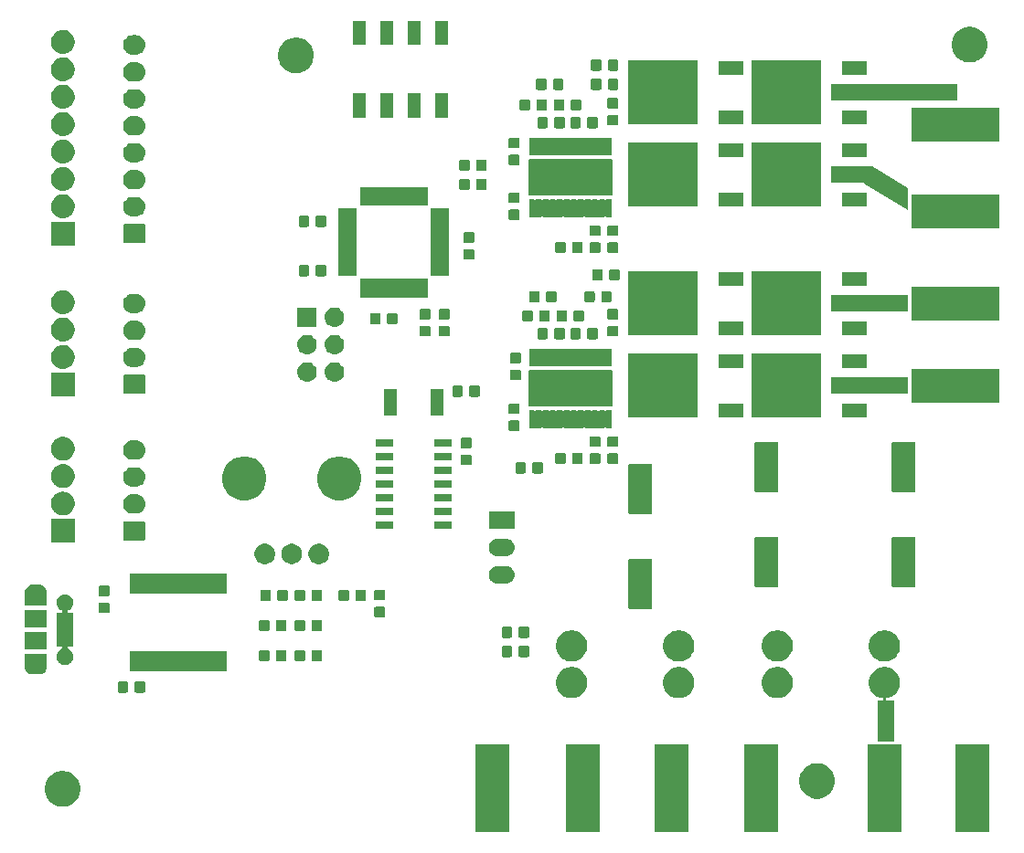
<source format=gbr>
G04 #@! TF.GenerationSoftware,KiCad,Pcbnew,(5.1.0)-1*
G04 #@! TF.CreationDate,2019-05-27T17:01:27-04:00*
G04 #@! TF.ProjectId,Bumblebee-dual-motor-driver,42756d62-6c65-4626-9565-2d6475616c2d,rev?*
G04 #@! TF.SameCoordinates,Original*
G04 #@! TF.FileFunction,Soldermask,Top*
G04 #@! TF.FilePolarity,Negative*
%FSLAX46Y46*%
G04 Gerber Fmt 4.6, Leading zero omitted, Abs format (unit mm)*
G04 Created by KiCad (PCBNEW (5.1.0)-1) date 2019-05-27 17:01:27*
%MOMM*%
%LPD*%
G04 APERTURE LIST*
%ADD10C,0.100000*%
G04 APERTURE END LIST*
D10*
G36*
X149506000Y-153911000D02*
G01*
X146404000Y-153911000D01*
X146404000Y-145809000D01*
X149506000Y-145809000D01*
X149506000Y-153911000D01*
X149506000Y-153911000D01*
G37*
G36*
X160936000Y-153911000D02*
G01*
X157834000Y-153911000D01*
X157834000Y-145809000D01*
X160936000Y-145809000D01*
X160936000Y-153911000D01*
X160936000Y-153911000D01*
G37*
G36*
X169064000Y-153911000D02*
G01*
X165962000Y-153911000D01*
X165962000Y-145809000D01*
X169064000Y-145809000D01*
X169064000Y-153911000D01*
X169064000Y-153911000D01*
G37*
G36*
X124614000Y-153911000D02*
G01*
X121512000Y-153911000D01*
X121512000Y-145809000D01*
X124614000Y-145809000D01*
X124614000Y-153911000D01*
X124614000Y-153911000D01*
G37*
G36*
X141251000Y-153911000D02*
G01*
X138149000Y-153911000D01*
X138149000Y-145809000D01*
X141251000Y-145809000D01*
X141251000Y-153911000D01*
X141251000Y-153911000D01*
G37*
G36*
X132996000Y-153911000D02*
G01*
X129894000Y-153911000D01*
X129894000Y-145809000D01*
X132996000Y-145809000D01*
X132996000Y-153911000D01*
X132996000Y-153911000D01*
G37*
G36*
X83650256Y-148290298D02*
G01*
X83756579Y-148311447D01*
X84057042Y-148435903D01*
X84327451Y-148616585D01*
X84557415Y-148846549D01*
X84738097Y-149116958D01*
X84862553Y-149417421D01*
X84926000Y-149736391D01*
X84926000Y-150061609D01*
X84862553Y-150380579D01*
X84738097Y-150681042D01*
X84557415Y-150951451D01*
X84327451Y-151181415D01*
X84057042Y-151362097D01*
X83756579Y-151486553D01*
X83650256Y-151507702D01*
X83437611Y-151550000D01*
X83112389Y-151550000D01*
X82899744Y-151507702D01*
X82793421Y-151486553D01*
X82492958Y-151362097D01*
X82222549Y-151181415D01*
X81992585Y-150951451D01*
X81811903Y-150681042D01*
X81687447Y-150380579D01*
X81624000Y-150061609D01*
X81624000Y-149736391D01*
X81687447Y-149417421D01*
X81811903Y-149116958D01*
X81992585Y-148846549D01*
X82222549Y-148616585D01*
X82492958Y-148435903D01*
X82793421Y-148311447D01*
X82899744Y-148290298D01*
X83112389Y-148248000D01*
X83437611Y-148248000D01*
X83650256Y-148290298D01*
X83650256Y-148290298D01*
G37*
G36*
X153537256Y-147552798D02*
G01*
X153643579Y-147573947D01*
X153944042Y-147698403D01*
X154214451Y-147879085D01*
X154444415Y-148109049D01*
X154625097Y-148379458D01*
X154749553Y-148679921D01*
X154813000Y-148998891D01*
X154813000Y-149324109D01*
X154749553Y-149643079D01*
X154625097Y-149943542D01*
X154444415Y-150213951D01*
X154214451Y-150443915D01*
X153944042Y-150624597D01*
X153643579Y-150749053D01*
X153537256Y-150770202D01*
X153324611Y-150812500D01*
X152999389Y-150812500D01*
X152786744Y-150770202D01*
X152680421Y-150749053D01*
X152379958Y-150624597D01*
X152109549Y-150443915D01*
X151879585Y-150213951D01*
X151698903Y-149943542D01*
X151574447Y-149643079D01*
X151511000Y-149324109D01*
X151511000Y-148998891D01*
X151574447Y-148679921D01*
X151698903Y-148379458D01*
X151879585Y-148109049D01*
X152109549Y-147879085D01*
X152379958Y-147698403D01*
X152680421Y-147573947D01*
X152786744Y-147552798D01*
X152999389Y-147510500D01*
X153324611Y-147510500D01*
X153537256Y-147552798D01*
X153537256Y-147552798D01*
G37*
G36*
X159680125Y-138638688D02*
G01*
X159819324Y-138666377D01*
X159849798Y-138679000D01*
X160081568Y-138775002D01*
X160317583Y-138932702D01*
X160518298Y-139133417D01*
X160675998Y-139369432D01*
X160784623Y-139631677D01*
X160840000Y-139910073D01*
X160840000Y-140193927D01*
X160784623Y-140472323D01*
X160675998Y-140734568D01*
X160518298Y-140970583D01*
X160317583Y-141171298D01*
X160081568Y-141328998D01*
X159927949Y-141392629D01*
X159819324Y-141437623D01*
X159613330Y-141478598D01*
X159584141Y-141484404D01*
X159560692Y-141491517D01*
X159539081Y-141503068D01*
X159520139Y-141518613D01*
X159504594Y-141537555D01*
X159493043Y-141559166D01*
X159485930Y-141582615D01*
X159483528Y-141607001D01*
X159485930Y-141631387D01*
X159493043Y-141654836D01*
X159504594Y-141676447D01*
X159520139Y-141695389D01*
X159539081Y-141710934D01*
X159560692Y-141722485D01*
X159584141Y-141729598D01*
X159608527Y-141732000D01*
X160274000Y-141732000D01*
X160274000Y-145542000D01*
X158750000Y-145542000D01*
X158750000Y-141732000D01*
X159189473Y-141732000D01*
X159213859Y-141729598D01*
X159237308Y-141722485D01*
X159258919Y-141710934D01*
X159277861Y-141695389D01*
X159293406Y-141676447D01*
X159304957Y-141654836D01*
X159312070Y-141631387D01*
X159314472Y-141607001D01*
X159312070Y-141582615D01*
X159304957Y-141559166D01*
X159293406Y-141537555D01*
X159277861Y-141518613D01*
X159258919Y-141503068D01*
X159237308Y-141491517D01*
X159213859Y-141484404D01*
X159184670Y-141478598D01*
X158978676Y-141437623D01*
X158870051Y-141392629D01*
X158716432Y-141328998D01*
X158480417Y-141171298D01*
X158279702Y-140970583D01*
X158122002Y-140734568D01*
X158013377Y-140472323D01*
X157958000Y-140193927D01*
X157958000Y-139910073D01*
X158013377Y-139631677D01*
X158122002Y-139369432D01*
X158279702Y-139133417D01*
X158480417Y-138932702D01*
X158716432Y-138775002D01*
X158948202Y-138679000D01*
X158978676Y-138666377D01*
X159117875Y-138638688D01*
X159257073Y-138611000D01*
X159540927Y-138611000D01*
X159680125Y-138638688D01*
X159680125Y-138638688D01*
G37*
G36*
X140630125Y-138638688D02*
G01*
X140769324Y-138666377D01*
X140799798Y-138679000D01*
X141031568Y-138775002D01*
X141267583Y-138932702D01*
X141468298Y-139133417D01*
X141625998Y-139369432D01*
X141734623Y-139631677D01*
X141790000Y-139910073D01*
X141790000Y-140193927D01*
X141734623Y-140472323D01*
X141625998Y-140734568D01*
X141468298Y-140970583D01*
X141267583Y-141171298D01*
X141031568Y-141328998D01*
X140877949Y-141392629D01*
X140769324Y-141437623D01*
X140630125Y-141465311D01*
X140490927Y-141493000D01*
X140207073Y-141493000D01*
X140067875Y-141465311D01*
X139928676Y-141437623D01*
X139820051Y-141392629D01*
X139666432Y-141328998D01*
X139430417Y-141171298D01*
X139229702Y-140970583D01*
X139072002Y-140734568D01*
X138963377Y-140472323D01*
X138908000Y-140193927D01*
X138908000Y-139910073D01*
X138963377Y-139631677D01*
X139072002Y-139369432D01*
X139229702Y-139133417D01*
X139430417Y-138932702D01*
X139666432Y-138775002D01*
X139898202Y-138679000D01*
X139928676Y-138666377D01*
X140067875Y-138638688D01*
X140207073Y-138611000D01*
X140490927Y-138611000D01*
X140630125Y-138638688D01*
X140630125Y-138638688D01*
G37*
G36*
X149760125Y-138638688D02*
G01*
X149899324Y-138666377D01*
X149929798Y-138679000D01*
X150161568Y-138775002D01*
X150397583Y-138932702D01*
X150598298Y-139133417D01*
X150755998Y-139369432D01*
X150864623Y-139631677D01*
X150920000Y-139910073D01*
X150920000Y-140193927D01*
X150864623Y-140472323D01*
X150755998Y-140734568D01*
X150598298Y-140970583D01*
X150397583Y-141171298D01*
X150161568Y-141328998D01*
X150007949Y-141392629D01*
X149899324Y-141437623D01*
X149760125Y-141465311D01*
X149620927Y-141493000D01*
X149337073Y-141493000D01*
X149197875Y-141465311D01*
X149058676Y-141437623D01*
X148950051Y-141392629D01*
X148796432Y-141328998D01*
X148560417Y-141171298D01*
X148359702Y-140970583D01*
X148202002Y-140734568D01*
X148093377Y-140472323D01*
X148038000Y-140193927D01*
X148038000Y-139910073D01*
X148093377Y-139631677D01*
X148202002Y-139369432D01*
X148359702Y-139133417D01*
X148560417Y-138932702D01*
X148796432Y-138775002D01*
X149028202Y-138679000D01*
X149058676Y-138666377D01*
X149197875Y-138638688D01*
X149337073Y-138611000D01*
X149620927Y-138611000D01*
X149760125Y-138638688D01*
X149760125Y-138638688D01*
G37*
G36*
X130710125Y-138638688D02*
G01*
X130849324Y-138666377D01*
X130879798Y-138679000D01*
X131111568Y-138775002D01*
X131347583Y-138932702D01*
X131548298Y-139133417D01*
X131705998Y-139369432D01*
X131814623Y-139631677D01*
X131870000Y-139910073D01*
X131870000Y-140193927D01*
X131814623Y-140472323D01*
X131705998Y-140734568D01*
X131548298Y-140970583D01*
X131347583Y-141171298D01*
X131111568Y-141328998D01*
X130957949Y-141392629D01*
X130849324Y-141437623D01*
X130710125Y-141465311D01*
X130570927Y-141493000D01*
X130287073Y-141493000D01*
X130147875Y-141465311D01*
X130008676Y-141437623D01*
X129900051Y-141392629D01*
X129746432Y-141328998D01*
X129510417Y-141171298D01*
X129309702Y-140970583D01*
X129152002Y-140734568D01*
X129043377Y-140472323D01*
X128988000Y-140193927D01*
X128988000Y-139910073D01*
X129043377Y-139631677D01*
X129152002Y-139369432D01*
X129309702Y-139133417D01*
X129510417Y-138932702D01*
X129746432Y-138775002D01*
X129978202Y-138679000D01*
X130008676Y-138666377D01*
X130147875Y-138638688D01*
X130287073Y-138611000D01*
X130570927Y-138611000D01*
X130710125Y-138638688D01*
X130710125Y-138638688D01*
G37*
G36*
X89216591Y-139940085D02*
G01*
X89250569Y-139950393D01*
X89281890Y-139967134D01*
X89309339Y-139989661D01*
X89331866Y-140017110D01*
X89348607Y-140048431D01*
X89358915Y-140082409D01*
X89363000Y-140123890D01*
X89363000Y-140800110D01*
X89358915Y-140841591D01*
X89348607Y-140875569D01*
X89331866Y-140906890D01*
X89309339Y-140934339D01*
X89281890Y-140956866D01*
X89250569Y-140973607D01*
X89216591Y-140983915D01*
X89175110Y-140988000D01*
X88573890Y-140988000D01*
X88532409Y-140983915D01*
X88498431Y-140973607D01*
X88467110Y-140956866D01*
X88439661Y-140934339D01*
X88417134Y-140906890D01*
X88400393Y-140875569D01*
X88390085Y-140841591D01*
X88386000Y-140800110D01*
X88386000Y-140123890D01*
X88390085Y-140082409D01*
X88400393Y-140048431D01*
X88417134Y-140017110D01*
X88439661Y-139989661D01*
X88467110Y-139967134D01*
X88498431Y-139950393D01*
X88532409Y-139940085D01*
X88573890Y-139936000D01*
X89175110Y-139936000D01*
X89216591Y-139940085D01*
X89216591Y-139940085D01*
G37*
G36*
X90791591Y-139940085D02*
G01*
X90825569Y-139950393D01*
X90856890Y-139967134D01*
X90884339Y-139989661D01*
X90906866Y-140017110D01*
X90923607Y-140048431D01*
X90933915Y-140082409D01*
X90938000Y-140123890D01*
X90938000Y-140800110D01*
X90933915Y-140841591D01*
X90923607Y-140875569D01*
X90906866Y-140906890D01*
X90884339Y-140934339D01*
X90856890Y-140956866D01*
X90825569Y-140973607D01*
X90791591Y-140983915D01*
X90750110Y-140988000D01*
X90148890Y-140988000D01*
X90107409Y-140983915D01*
X90073431Y-140973607D01*
X90042110Y-140956866D01*
X90014661Y-140934339D01*
X89992134Y-140906890D01*
X89975393Y-140875569D01*
X89965085Y-140841591D01*
X89961000Y-140800110D01*
X89961000Y-140123890D01*
X89965085Y-140082409D01*
X89975393Y-140048431D01*
X89992134Y-140017110D01*
X90014661Y-139989661D01*
X90042110Y-139967134D01*
X90073431Y-139950393D01*
X90107409Y-139940085D01*
X90148890Y-139936000D01*
X90750110Y-139936000D01*
X90791591Y-139940085D01*
X90791591Y-139940085D01*
G37*
G36*
X81805500Y-138589886D02*
G01*
X81806102Y-138602138D01*
X81808649Y-138628000D01*
X81806102Y-138653862D01*
X81805500Y-138666114D01*
X81805500Y-138739406D01*
X81796543Y-138756164D01*
X81792415Y-138767701D01*
X81766632Y-138852693D01*
X81758854Y-138878336D01*
X81698406Y-138991425D01*
X81617054Y-139090554D01*
X81517925Y-139171906D01*
X81404836Y-139232354D01*
X81372904Y-139242040D01*
X81282118Y-139269580D01*
X81218355Y-139275860D01*
X81186474Y-139279000D01*
X80422526Y-139279000D01*
X80390645Y-139275860D01*
X80326882Y-139269580D01*
X80236096Y-139242040D01*
X80204164Y-139232354D01*
X80091075Y-139171906D01*
X79991946Y-139090554D01*
X79910594Y-138991425D01*
X79850146Y-138878336D01*
X79842368Y-138852693D01*
X79816587Y-138767708D01*
X79807213Y-138745075D01*
X79803500Y-138739518D01*
X79803500Y-138666114D01*
X79802898Y-138653862D01*
X79800351Y-138628000D01*
X79802898Y-138602138D01*
X79803500Y-138589886D01*
X79803500Y-137377000D01*
X81805500Y-137377000D01*
X81805500Y-138589886D01*
X81805500Y-138589886D01*
G37*
G36*
X98481000Y-139019000D02*
G01*
X89479000Y-139019000D01*
X89479000Y-137167000D01*
X98481000Y-137167000D01*
X98481000Y-139019000D01*
X98481000Y-139019000D01*
G37*
G36*
X83730848Y-131881820D02*
G01*
X83730850Y-131881821D01*
X83730851Y-131881821D01*
X83872074Y-131940317D01*
X83872077Y-131940319D01*
X83999169Y-132025239D01*
X84107261Y-132133331D01*
X84175027Y-132234750D01*
X84192183Y-132260426D01*
X84250679Y-132401649D01*
X84250680Y-132401652D01*
X84280500Y-132551569D01*
X84280500Y-132704431D01*
X84255603Y-132829599D01*
X84250679Y-132854351D01*
X84192183Y-132995574D01*
X84192181Y-132995577D01*
X84107261Y-133122669D01*
X83999169Y-133230761D01*
X83914440Y-133287375D01*
X83872074Y-133315683D01*
X83821772Y-133336519D01*
X83800164Y-133348068D01*
X83781222Y-133363614D01*
X83765677Y-133382556D01*
X83754126Y-133404166D01*
X83747013Y-133427615D01*
X83744611Y-133452001D01*
X83747013Y-133476387D01*
X83754126Y-133499836D01*
X83765677Y-133521447D01*
X83781223Y-133540389D01*
X83800165Y-133555934D01*
X83821775Y-133567485D01*
X83845224Y-133574598D01*
X83869610Y-133577000D01*
X84230500Y-133577000D01*
X84230500Y-136679000D01*
X83869610Y-136679000D01*
X83845224Y-136681402D01*
X83821775Y-136688515D01*
X83800164Y-136700066D01*
X83781222Y-136715611D01*
X83765677Y-136734553D01*
X83754126Y-136756164D01*
X83747013Y-136779613D01*
X83744611Y-136803999D01*
X83747013Y-136828385D01*
X83754126Y-136851834D01*
X83765677Y-136873445D01*
X83781222Y-136892387D01*
X83800164Y-136907932D01*
X83821772Y-136919481D01*
X83872074Y-136940317D01*
X83872075Y-136940318D01*
X83999169Y-137025239D01*
X84107261Y-137133331D01*
X84159558Y-137211599D01*
X84192183Y-137260426D01*
X84240469Y-137377000D01*
X84250680Y-137401652D01*
X84280500Y-137551569D01*
X84280500Y-137704431D01*
X84267200Y-137771297D01*
X84250679Y-137854351D01*
X84192183Y-137995574D01*
X84192181Y-137995577D01*
X84107261Y-138122669D01*
X83999169Y-138230761D01*
X83948564Y-138264574D01*
X83872074Y-138315683D01*
X83730851Y-138374179D01*
X83730850Y-138374179D01*
X83730848Y-138374180D01*
X83580931Y-138404000D01*
X83428069Y-138404000D01*
X83278152Y-138374180D01*
X83278150Y-138374179D01*
X83278149Y-138374179D01*
X83136926Y-138315683D01*
X83060436Y-138264574D01*
X83009831Y-138230761D01*
X82901739Y-138122669D01*
X82816819Y-137995577D01*
X82816817Y-137995574D01*
X82758321Y-137854351D01*
X82741801Y-137771297D01*
X82728500Y-137704431D01*
X82728500Y-137551569D01*
X82758320Y-137401652D01*
X82768531Y-137377000D01*
X82816817Y-137260426D01*
X82849442Y-137211599D01*
X82901739Y-137133331D01*
X83009831Y-137025239D01*
X83136925Y-136940318D01*
X83136926Y-136940317D01*
X83187228Y-136919481D01*
X83208836Y-136907932D01*
X83227778Y-136892386D01*
X83243323Y-136873444D01*
X83254874Y-136851834D01*
X83261987Y-136828385D01*
X83264389Y-136803999D01*
X83261987Y-136779613D01*
X83254874Y-136756164D01*
X83243323Y-136734553D01*
X83227777Y-136715611D01*
X83208835Y-136700066D01*
X83187225Y-136688515D01*
X83163776Y-136681402D01*
X83139390Y-136679000D01*
X82778500Y-136679000D01*
X82778500Y-133577000D01*
X83139390Y-133577000D01*
X83163776Y-133574598D01*
X83187225Y-133567485D01*
X83208836Y-133555934D01*
X83227778Y-133540389D01*
X83243323Y-133521447D01*
X83254874Y-133499836D01*
X83261987Y-133476387D01*
X83264389Y-133452001D01*
X83261987Y-133427615D01*
X83254874Y-133404166D01*
X83243323Y-133382555D01*
X83227778Y-133363613D01*
X83208836Y-133348068D01*
X83187228Y-133336519D01*
X83136926Y-133315683D01*
X83094560Y-133287375D01*
X83009831Y-133230761D01*
X82901739Y-133122669D01*
X82816819Y-132995577D01*
X82816817Y-132995574D01*
X82758321Y-132854351D01*
X82753398Y-132829599D01*
X82728500Y-132704431D01*
X82728500Y-132551569D01*
X82758320Y-132401652D01*
X82758321Y-132401649D01*
X82816817Y-132260426D01*
X82833973Y-132234750D01*
X82901739Y-132133331D01*
X83009831Y-132025239D01*
X83136923Y-131940319D01*
X83136926Y-131940317D01*
X83278149Y-131881821D01*
X83278150Y-131881821D01*
X83278152Y-131881820D01*
X83428069Y-131852000D01*
X83580931Y-131852000D01*
X83730848Y-131881820D01*
X83730848Y-131881820D01*
G37*
G36*
X140630125Y-135238689D02*
G01*
X140769324Y-135266377D01*
X140877949Y-135311371D01*
X141031568Y-135375002D01*
X141267583Y-135532702D01*
X141468298Y-135733417D01*
X141625998Y-135969432D01*
X141734623Y-136231677D01*
X141790000Y-136510073D01*
X141790000Y-136793927D01*
X141784438Y-136821890D01*
X141734623Y-137072324D01*
X141711797Y-137127431D01*
X141625998Y-137334568D01*
X141468298Y-137570583D01*
X141267583Y-137771298D01*
X141031568Y-137928998D01*
X140915680Y-137977000D01*
X140769324Y-138037623D01*
X140642173Y-138062915D01*
X140490927Y-138093000D01*
X140207073Y-138093000D01*
X140055827Y-138062915D01*
X139928676Y-138037623D01*
X139782320Y-137977000D01*
X139666432Y-137928998D01*
X139430417Y-137771298D01*
X139229702Y-137570583D01*
X139072002Y-137334568D01*
X138986203Y-137127431D01*
X138963377Y-137072324D01*
X138913562Y-136821890D01*
X138908000Y-136793927D01*
X138908000Y-136510073D01*
X138963377Y-136231677D01*
X139072002Y-135969432D01*
X139229702Y-135733417D01*
X139430417Y-135532702D01*
X139666432Y-135375002D01*
X139820051Y-135311371D01*
X139928676Y-135266377D01*
X140067875Y-135238689D01*
X140207073Y-135211000D01*
X140490927Y-135211000D01*
X140630125Y-135238689D01*
X140630125Y-135238689D01*
G37*
G36*
X130710125Y-135238689D02*
G01*
X130849324Y-135266377D01*
X130957949Y-135311371D01*
X131111568Y-135375002D01*
X131347583Y-135532702D01*
X131548298Y-135733417D01*
X131705998Y-135969432D01*
X131814623Y-136231677D01*
X131870000Y-136510073D01*
X131870000Y-136793927D01*
X131864438Y-136821890D01*
X131814623Y-137072324D01*
X131791797Y-137127431D01*
X131705998Y-137334568D01*
X131548298Y-137570583D01*
X131347583Y-137771298D01*
X131111568Y-137928998D01*
X130995680Y-137977000D01*
X130849324Y-138037623D01*
X130722173Y-138062915D01*
X130570927Y-138093000D01*
X130287073Y-138093000D01*
X130135827Y-138062915D01*
X130008676Y-138037623D01*
X129862320Y-137977000D01*
X129746432Y-137928998D01*
X129510417Y-137771298D01*
X129309702Y-137570583D01*
X129152002Y-137334568D01*
X129066203Y-137127431D01*
X129043377Y-137072324D01*
X128993562Y-136821890D01*
X128988000Y-136793927D01*
X128988000Y-136510073D01*
X129043377Y-136231677D01*
X129152002Y-135969432D01*
X129309702Y-135733417D01*
X129510417Y-135532702D01*
X129746432Y-135375002D01*
X129900051Y-135311371D01*
X130008676Y-135266377D01*
X130147875Y-135238689D01*
X130287073Y-135211000D01*
X130570927Y-135211000D01*
X130710125Y-135238689D01*
X130710125Y-135238689D01*
G37*
G36*
X149760125Y-135238689D02*
G01*
X149899324Y-135266377D01*
X150007949Y-135311371D01*
X150161568Y-135375002D01*
X150397583Y-135532702D01*
X150598298Y-135733417D01*
X150755998Y-135969432D01*
X150864623Y-136231677D01*
X150920000Y-136510073D01*
X150920000Y-136793927D01*
X150914438Y-136821890D01*
X150864623Y-137072324D01*
X150841797Y-137127431D01*
X150755998Y-137334568D01*
X150598298Y-137570583D01*
X150397583Y-137771298D01*
X150161568Y-137928998D01*
X150045680Y-137977000D01*
X149899324Y-138037623D01*
X149772173Y-138062915D01*
X149620927Y-138093000D01*
X149337073Y-138093000D01*
X149185827Y-138062915D01*
X149058676Y-138037623D01*
X148912320Y-137977000D01*
X148796432Y-137928998D01*
X148560417Y-137771298D01*
X148359702Y-137570583D01*
X148202002Y-137334568D01*
X148116203Y-137127431D01*
X148093377Y-137072324D01*
X148043562Y-136821890D01*
X148038000Y-136793927D01*
X148038000Y-136510073D01*
X148093377Y-136231677D01*
X148202002Y-135969432D01*
X148359702Y-135733417D01*
X148560417Y-135532702D01*
X148796432Y-135375002D01*
X148950051Y-135311371D01*
X149058676Y-135266377D01*
X149197875Y-135238689D01*
X149337073Y-135211000D01*
X149620927Y-135211000D01*
X149760125Y-135238689D01*
X149760125Y-135238689D01*
G37*
G36*
X159680125Y-135238689D02*
G01*
X159819324Y-135266377D01*
X159927949Y-135311371D01*
X160081568Y-135375002D01*
X160317583Y-135532702D01*
X160518298Y-135733417D01*
X160675998Y-135969432D01*
X160784623Y-136231677D01*
X160840000Y-136510073D01*
X160840000Y-136793927D01*
X160834438Y-136821890D01*
X160784623Y-137072324D01*
X160761797Y-137127431D01*
X160675998Y-137334568D01*
X160518298Y-137570583D01*
X160317583Y-137771298D01*
X160081568Y-137928998D01*
X159965680Y-137977000D01*
X159819324Y-138037623D01*
X159692173Y-138062915D01*
X159540927Y-138093000D01*
X159257073Y-138093000D01*
X159105827Y-138062915D01*
X158978676Y-138037623D01*
X158832320Y-137977000D01*
X158716432Y-137928998D01*
X158480417Y-137771298D01*
X158279702Y-137570583D01*
X158122002Y-137334568D01*
X158036203Y-137127431D01*
X158013377Y-137072324D01*
X157963562Y-136821890D01*
X157958000Y-136793927D01*
X157958000Y-136510073D01*
X158013377Y-136231677D01*
X158122002Y-135969432D01*
X158279702Y-135733417D01*
X158480417Y-135532702D01*
X158716432Y-135375002D01*
X158870051Y-135311371D01*
X158978676Y-135266377D01*
X159117875Y-135238689D01*
X159257073Y-135211000D01*
X159540927Y-135211000D01*
X159680125Y-135238689D01*
X159680125Y-135238689D01*
G37*
G36*
X107174591Y-137019085D02*
G01*
X107208569Y-137029393D01*
X107239890Y-137046134D01*
X107267339Y-137068661D01*
X107289866Y-137096110D01*
X107306607Y-137127431D01*
X107316915Y-137161409D01*
X107321000Y-137202890D01*
X107321000Y-137879110D01*
X107316915Y-137920591D01*
X107306607Y-137954569D01*
X107289866Y-137985890D01*
X107267339Y-138013339D01*
X107239890Y-138035866D01*
X107208569Y-138052607D01*
X107174591Y-138062915D01*
X107133110Y-138067000D01*
X106531890Y-138067000D01*
X106490409Y-138062915D01*
X106456431Y-138052607D01*
X106425110Y-138035866D01*
X106397661Y-138013339D01*
X106375134Y-137985890D01*
X106358393Y-137954569D01*
X106348085Y-137920591D01*
X106344000Y-137879110D01*
X106344000Y-137202890D01*
X106348085Y-137161409D01*
X106358393Y-137127431D01*
X106375134Y-137096110D01*
X106397661Y-137068661D01*
X106425110Y-137046134D01*
X106456431Y-137029393D01*
X106490409Y-137019085D01*
X106531890Y-137015000D01*
X107133110Y-137015000D01*
X107174591Y-137019085D01*
X107174591Y-137019085D01*
G37*
G36*
X105599591Y-137019085D02*
G01*
X105633569Y-137029393D01*
X105664890Y-137046134D01*
X105692339Y-137068661D01*
X105714866Y-137096110D01*
X105731607Y-137127431D01*
X105741915Y-137161409D01*
X105746000Y-137202890D01*
X105746000Y-137879110D01*
X105741915Y-137920591D01*
X105731607Y-137954569D01*
X105714866Y-137985890D01*
X105692339Y-138013339D01*
X105664890Y-138035866D01*
X105633569Y-138052607D01*
X105599591Y-138062915D01*
X105558110Y-138067000D01*
X104956890Y-138067000D01*
X104915409Y-138062915D01*
X104881431Y-138052607D01*
X104850110Y-138035866D01*
X104822661Y-138013339D01*
X104800134Y-137985890D01*
X104783393Y-137954569D01*
X104773085Y-137920591D01*
X104769000Y-137879110D01*
X104769000Y-137202890D01*
X104773085Y-137161409D01*
X104783393Y-137127431D01*
X104800134Y-137096110D01*
X104822661Y-137068661D01*
X104850110Y-137046134D01*
X104881431Y-137029393D01*
X104915409Y-137019085D01*
X104956890Y-137015000D01*
X105558110Y-137015000D01*
X105599591Y-137019085D01*
X105599591Y-137019085D01*
G37*
G36*
X103872591Y-137019085D02*
G01*
X103906569Y-137029393D01*
X103937890Y-137046134D01*
X103965339Y-137068661D01*
X103987866Y-137096110D01*
X104004607Y-137127431D01*
X104014915Y-137161409D01*
X104019000Y-137202890D01*
X104019000Y-137879110D01*
X104014915Y-137920591D01*
X104004607Y-137954569D01*
X103987866Y-137985890D01*
X103965339Y-138013339D01*
X103937890Y-138035866D01*
X103906569Y-138052607D01*
X103872591Y-138062915D01*
X103831110Y-138067000D01*
X103229890Y-138067000D01*
X103188409Y-138062915D01*
X103154431Y-138052607D01*
X103123110Y-138035866D01*
X103095661Y-138013339D01*
X103073134Y-137985890D01*
X103056393Y-137954569D01*
X103046085Y-137920591D01*
X103042000Y-137879110D01*
X103042000Y-137202890D01*
X103046085Y-137161409D01*
X103056393Y-137127431D01*
X103073134Y-137096110D01*
X103095661Y-137068661D01*
X103123110Y-137046134D01*
X103154431Y-137029393D01*
X103188409Y-137019085D01*
X103229890Y-137015000D01*
X103831110Y-137015000D01*
X103872591Y-137019085D01*
X103872591Y-137019085D01*
G37*
G36*
X102297591Y-137019085D02*
G01*
X102331569Y-137029393D01*
X102362890Y-137046134D01*
X102390339Y-137068661D01*
X102412866Y-137096110D01*
X102429607Y-137127431D01*
X102439915Y-137161409D01*
X102444000Y-137202890D01*
X102444000Y-137879110D01*
X102439915Y-137920591D01*
X102429607Y-137954569D01*
X102412866Y-137985890D01*
X102390339Y-138013339D01*
X102362890Y-138035866D01*
X102331569Y-138052607D01*
X102297591Y-138062915D01*
X102256110Y-138067000D01*
X101654890Y-138067000D01*
X101613409Y-138062915D01*
X101579431Y-138052607D01*
X101548110Y-138035866D01*
X101520661Y-138013339D01*
X101498134Y-137985890D01*
X101481393Y-137954569D01*
X101471085Y-137920591D01*
X101467000Y-137879110D01*
X101467000Y-137202890D01*
X101471085Y-137161409D01*
X101481393Y-137127431D01*
X101498134Y-137096110D01*
X101520661Y-137068661D01*
X101548110Y-137046134D01*
X101579431Y-137029393D01*
X101613409Y-137019085D01*
X101654890Y-137015000D01*
X102256110Y-137015000D01*
X102297591Y-137019085D01*
X102297591Y-137019085D01*
G37*
G36*
X124776591Y-136638085D02*
G01*
X124810569Y-136648393D01*
X124841890Y-136665134D01*
X124869339Y-136687661D01*
X124891866Y-136715110D01*
X124908607Y-136746431D01*
X124918915Y-136780409D01*
X124923000Y-136821890D01*
X124923000Y-137498110D01*
X124918915Y-137539591D01*
X124908607Y-137573569D01*
X124891866Y-137604890D01*
X124869339Y-137632339D01*
X124841890Y-137654866D01*
X124810569Y-137671607D01*
X124776591Y-137681915D01*
X124735110Y-137686000D01*
X124133890Y-137686000D01*
X124092409Y-137681915D01*
X124058431Y-137671607D01*
X124027110Y-137654866D01*
X123999661Y-137632339D01*
X123977134Y-137604890D01*
X123960393Y-137573569D01*
X123950085Y-137539591D01*
X123946000Y-137498110D01*
X123946000Y-136821890D01*
X123950085Y-136780409D01*
X123960393Y-136746431D01*
X123977134Y-136715110D01*
X123999661Y-136687661D01*
X124027110Y-136665134D01*
X124058431Y-136648393D01*
X124092409Y-136638085D01*
X124133890Y-136634000D01*
X124735110Y-136634000D01*
X124776591Y-136638085D01*
X124776591Y-136638085D01*
G37*
G36*
X126351591Y-136638085D02*
G01*
X126385569Y-136648393D01*
X126416890Y-136665134D01*
X126444339Y-136687661D01*
X126466866Y-136715110D01*
X126483607Y-136746431D01*
X126493915Y-136780409D01*
X126498000Y-136821890D01*
X126498000Y-137498110D01*
X126493915Y-137539591D01*
X126483607Y-137573569D01*
X126466866Y-137604890D01*
X126444339Y-137632339D01*
X126416890Y-137654866D01*
X126385569Y-137671607D01*
X126351591Y-137681915D01*
X126310110Y-137686000D01*
X125708890Y-137686000D01*
X125667409Y-137681915D01*
X125633431Y-137671607D01*
X125602110Y-137654866D01*
X125574661Y-137632339D01*
X125552134Y-137604890D01*
X125535393Y-137573569D01*
X125525085Y-137539591D01*
X125521000Y-137498110D01*
X125521000Y-136821890D01*
X125525085Y-136780409D01*
X125535393Y-136746431D01*
X125552134Y-136715110D01*
X125574661Y-136687661D01*
X125602110Y-136665134D01*
X125633431Y-136648393D01*
X125667409Y-136638085D01*
X125708890Y-136634000D01*
X126310110Y-136634000D01*
X126351591Y-136638085D01*
X126351591Y-136638085D01*
G37*
G36*
X81805500Y-136929000D02*
G01*
X79803500Y-136929000D01*
X79803500Y-135327000D01*
X81805500Y-135327000D01*
X81805500Y-136929000D01*
X81805500Y-136929000D01*
G37*
G36*
X126351591Y-134860085D02*
G01*
X126385569Y-134870393D01*
X126416890Y-134887134D01*
X126444339Y-134909661D01*
X126466866Y-134937110D01*
X126483607Y-134968431D01*
X126493915Y-135002409D01*
X126498000Y-135043890D01*
X126498000Y-135720110D01*
X126493915Y-135761591D01*
X126483607Y-135795569D01*
X126466866Y-135826890D01*
X126444339Y-135854339D01*
X126416890Y-135876866D01*
X126385569Y-135893607D01*
X126351591Y-135903915D01*
X126310110Y-135908000D01*
X125708890Y-135908000D01*
X125667409Y-135903915D01*
X125633431Y-135893607D01*
X125602110Y-135876866D01*
X125574661Y-135854339D01*
X125552134Y-135826890D01*
X125535393Y-135795569D01*
X125525085Y-135761591D01*
X125521000Y-135720110D01*
X125521000Y-135043890D01*
X125525085Y-135002409D01*
X125535393Y-134968431D01*
X125552134Y-134937110D01*
X125574661Y-134909661D01*
X125602110Y-134887134D01*
X125633431Y-134870393D01*
X125667409Y-134860085D01*
X125708890Y-134856000D01*
X126310110Y-134856000D01*
X126351591Y-134860085D01*
X126351591Y-134860085D01*
G37*
G36*
X124776591Y-134860085D02*
G01*
X124810569Y-134870393D01*
X124841890Y-134887134D01*
X124869339Y-134909661D01*
X124891866Y-134937110D01*
X124908607Y-134968431D01*
X124918915Y-135002409D01*
X124923000Y-135043890D01*
X124923000Y-135720110D01*
X124918915Y-135761591D01*
X124908607Y-135795569D01*
X124891866Y-135826890D01*
X124869339Y-135854339D01*
X124841890Y-135876866D01*
X124810569Y-135893607D01*
X124776591Y-135903915D01*
X124735110Y-135908000D01*
X124133890Y-135908000D01*
X124092409Y-135903915D01*
X124058431Y-135893607D01*
X124027110Y-135876866D01*
X123999661Y-135854339D01*
X123977134Y-135826890D01*
X123960393Y-135795569D01*
X123950085Y-135761591D01*
X123946000Y-135720110D01*
X123946000Y-135043890D01*
X123950085Y-135002409D01*
X123960393Y-134968431D01*
X123977134Y-134937110D01*
X123999661Y-134909661D01*
X124027110Y-134887134D01*
X124058431Y-134870393D01*
X124092409Y-134860085D01*
X124133890Y-134856000D01*
X124735110Y-134856000D01*
X124776591Y-134860085D01*
X124776591Y-134860085D01*
G37*
G36*
X105599591Y-134225085D02*
G01*
X105633569Y-134235393D01*
X105664890Y-134252134D01*
X105692339Y-134274661D01*
X105714866Y-134302110D01*
X105731607Y-134333431D01*
X105741915Y-134367409D01*
X105746000Y-134408890D01*
X105746000Y-135085110D01*
X105741915Y-135126591D01*
X105731607Y-135160569D01*
X105714866Y-135191890D01*
X105692339Y-135219339D01*
X105664890Y-135241866D01*
X105633569Y-135258607D01*
X105599591Y-135268915D01*
X105558110Y-135273000D01*
X104956890Y-135273000D01*
X104915409Y-135268915D01*
X104881431Y-135258607D01*
X104850110Y-135241866D01*
X104822661Y-135219339D01*
X104800134Y-135191890D01*
X104783393Y-135160569D01*
X104773085Y-135126591D01*
X104769000Y-135085110D01*
X104769000Y-134408890D01*
X104773085Y-134367409D01*
X104783393Y-134333431D01*
X104800134Y-134302110D01*
X104822661Y-134274661D01*
X104850110Y-134252134D01*
X104881431Y-134235393D01*
X104915409Y-134225085D01*
X104956890Y-134221000D01*
X105558110Y-134221000D01*
X105599591Y-134225085D01*
X105599591Y-134225085D01*
G37*
G36*
X107174591Y-134225085D02*
G01*
X107208569Y-134235393D01*
X107239890Y-134252134D01*
X107267339Y-134274661D01*
X107289866Y-134302110D01*
X107306607Y-134333431D01*
X107316915Y-134367409D01*
X107321000Y-134408890D01*
X107321000Y-135085110D01*
X107316915Y-135126591D01*
X107306607Y-135160569D01*
X107289866Y-135191890D01*
X107267339Y-135219339D01*
X107239890Y-135241866D01*
X107208569Y-135258607D01*
X107174591Y-135268915D01*
X107133110Y-135273000D01*
X106531890Y-135273000D01*
X106490409Y-135268915D01*
X106456431Y-135258607D01*
X106425110Y-135241866D01*
X106397661Y-135219339D01*
X106375134Y-135191890D01*
X106358393Y-135160569D01*
X106348085Y-135126591D01*
X106344000Y-135085110D01*
X106344000Y-134408890D01*
X106348085Y-134367409D01*
X106358393Y-134333431D01*
X106375134Y-134302110D01*
X106397661Y-134274661D01*
X106425110Y-134252134D01*
X106456431Y-134235393D01*
X106490409Y-134225085D01*
X106531890Y-134221000D01*
X107133110Y-134221000D01*
X107174591Y-134225085D01*
X107174591Y-134225085D01*
G37*
G36*
X102297591Y-134225085D02*
G01*
X102331569Y-134235393D01*
X102362890Y-134252134D01*
X102390339Y-134274661D01*
X102412866Y-134302110D01*
X102429607Y-134333431D01*
X102439915Y-134367409D01*
X102444000Y-134408890D01*
X102444000Y-135085110D01*
X102439915Y-135126591D01*
X102429607Y-135160569D01*
X102412866Y-135191890D01*
X102390339Y-135219339D01*
X102362890Y-135241866D01*
X102331569Y-135258607D01*
X102297591Y-135268915D01*
X102256110Y-135273000D01*
X101654890Y-135273000D01*
X101613409Y-135268915D01*
X101579431Y-135258607D01*
X101548110Y-135241866D01*
X101520661Y-135219339D01*
X101498134Y-135191890D01*
X101481393Y-135160569D01*
X101471085Y-135126591D01*
X101467000Y-135085110D01*
X101467000Y-134408890D01*
X101471085Y-134367409D01*
X101481393Y-134333431D01*
X101498134Y-134302110D01*
X101520661Y-134274661D01*
X101548110Y-134252134D01*
X101579431Y-134235393D01*
X101613409Y-134225085D01*
X101654890Y-134221000D01*
X102256110Y-134221000D01*
X102297591Y-134225085D01*
X102297591Y-134225085D01*
G37*
G36*
X103872591Y-134225085D02*
G01*
X103906569Y-134235393D01*
X103937890Y-134252134D01*
X103965339Y-134274661D01*
X103987866Y-134302110D01*
X104004607Y-134333431D01*
X104014915Y-134367409D01*
X104019000Y-134408890D01*
X104019000Y-135085110D01*
X104014915Y-135126591D01*
X104004607Y-135160569D01*
X103987866Y-135191890D01*
X103965339Y-135219339D01*
X103937890Y-135241866D01*
X103906569Y-135258607D01*
X103872591Y-135268915D01*
X103831110Y-135273000D01*
X103229890Y-135273000D01*
X103188409Y-135268915D01*
X103154431Y-135258607D01*
X103123110Y-135241866D01*
X103095661Y-135219339D01*
X103073134Y-135191890D01*
X103056393Y-135160569D01*
X103046085Y-135126591D01*
X103042000Y-135085110D01*
X103042000Y-134408890D01*
X103046085Y-134367409D01*
X103056393Y-134333431D01*
X103073134Y-134302110D01*
X103095661Y-134274661D01*
X103123110Y-134252134D01*
X103154431Y-134235393D01*
X103188409Y-134225085D01*
X103229890Y-134221000D01*
X103831110Y-134221000D01*
X103872591Y-134225085D01*
X103872591Y-134225085D01*
G37*
G36*
X81805500Y-134929000D02*
G01*
X79803500Y-134929000D01*
X79803500Y-133327000D01*
X81805500Y-133327000D01*
X81805500Y-134929000D01*
X81805500Y-134929000D01*
G37*
G36*
X113028591Y-133018085D02*
G01*
X113062569Y-133028393D01*
X113093890Y-133045134D01*
X113121339Y-133067661D01*
X113143866Y-133095110D01*
X113160607Y-133126431D01*
X113170915Y-133160409D01*
X113175000Y-133201890D01*
X113175000Y-133803110D01*
X113170915Y-133844591D01*
X113160607Y-133878569D01*
X113143866Y-133909890D01*
X113121339Y-133937339D01*
X113093890Y-133959866D01*
X113062569Y-133976607D01*
X113028591Y-133986915D01*
X112987110Y-133991000D01*
X112310890Y-133991000D01*
X112269409Y-133986915D01*
X112235431Y-133976607D01*
X112204110Y-133959866D01*
X112176661Y-133937339D01*
X112154134Y-133909890D01*
X112137393Y-133878569D01*
X112127085Y-133844591D01*
X112123000Y-133803110D01*
X112123000Y-133201890D01*
X112127085Y-133160409D01*
X112137393Y-133126431D01*
X112154134Y-133095110D01*
X112176661Y-133067661D01*
X112204110Y-133045134D01*
X112235431Y-133028393D01*
X112269409Y-133018085D01*
X112310890Y-133014000D01*
X112987110Y-133014000D01*
X113028591Y-133018085D01*
X113028591Y-133018085D01*
G37*
G36*
X87501591Y-132637085D02*
G01*
X87535569Y-132647393D01*
X87566890Y-132664134D01*
X87594339Y-132686661D01*
X87616866Y-132714110D01*
X87633607Y-132745431D01*
X87643915Y-132779409D01*
X87648000Y-132820890D01*
X87648000Y-133422110D01*
X87643915Y-133463591D01*
X87633607Y-133497569D01*
X87616866Y-133528890D01*
X87594339Y-133556339D01*
X87566890Y-133578866D01*
X87535569Y-133595607D01*
X87501591Y-133605915D01*
X87460110Y-133610000D01*
X86783890Y-133610000D01*
X86742409Y-133605915D01*
X86708431Y-133595607D01*
X86677110Y-133578866D01*
X86649661Y-133556339D01*
X86627134Y-133528890D01*
X86610393Y-133497569D01*
X86600085Y-133463591D01*
X86596000Y-133422110D01*
X86596000Y-132820890D01*
X86600085Y-132779409D01*
X86610393Y-132745431D01*
X86627134Y-132714110D01*
X86649661Y-132686661D01*
X86677110Y-132664134D01*
X86708431Y-132647393D01*
X86742409Y-132637085D01*
X86783890Y-132633000D01*
X87460110Y-132633000D01*
X87501591Y-132637085D01*
X87501591Y-132637085D01*
G37*
G36*
X137745536Y-128544800D02*
G01*
X137776738Y-128554265D01*
X137805486Y-128569631D01*
X137830687Y-128590313D01*
X137851369Y-128615514D01*
X137866735Y-128644262D01*
X137876200Y-128675464D01*
X137880000Y-128714046D01*
X137880000Y-133069954D01*
X137876200Y-133108536D01*
X137866735Y-133139738D01*
X137851369Y-133168486D01*
X137830687Y-133193687D01*
X137805486Y-133214369D01*
X137776738Y-133229735D01*
X137745536Y-133239200D01*
X137706954Y-133243000D01*
X135851046Y-133243000D01*
X135812464Y-133239200D01*
X135781262Y-133229735D01*
X135752514Y-133214369D01*
X135727313Y-133193687D01*
X135706631Y-133168486D01*
X135691265Y-133139738D01*
X135681800Y-133108536D01*
X135678000Y-133069954D01*
X135678000Y-128714046D01*
X135681800Y-128675464D01*
X135691265Y-128644262D01*
X135706631Y-128615514D01*
X135727313Y-128590313D01*
X135752514Y-128569631D01*
X135781262Y-128554265D01*
X135812464Y-128544800D01*
X135851046Y-128541000D01*
X137706954Y-128541000D01*
X137745536Y-128544800D01*
X137745536Y-128544800D01*
G37*
G36*
X81218355Y-130980140D02*
G01*
X81282118Y-130986420D01*
X81372904Y-131013960D01*
X81404836Y-131023646D01*
X81517925Y-131084094D01*
X81617054Y-131165446D01*
X81698406Y-131264575D01*
X81758854Y-131377664D01*
X81758855Y-131377668D01*
X81792413Y-131488292D01*
X81801787Y-131510925D01*
X81805500Y-131516482D01*
X81805500Y-131589886D01*
X81806102Y-131602138D01*
X81808649Y-131628000D01*
X81806102Y-131653862D01*
X81805500Y-131666114D01*
X81805500Y-132879000D01*
X79803500Y-132879000D01*
X79803500Y-131666114D01*
X79802898Y-131653862D01*
X79800351Y-131628000D01*
X79802898Y-131602138D01*
X79803500Y-131589886D01*
X79803500Y-131516594D01*
X79812457Y-131499836D01*
X79816585Y-131488299D01*
X79850145Y-131377668D01*
X79850146Y-131377664D01*
X79910594Y-131264575D01*
X79991946Y-131165446D01*
X80091075Y-131084094D01*
X80204164Y-131023646D01*
X80236096Y-131013960D01*
X80326882Y-130986420D01*
X80390645Y-130980140D01*
X80422526Y-130977000D01*
X81186474Y-130977000D01*
X81218355Y-130980140D01*
X81218355Y-130980140D01*
G37*
G36*
X102424591Y-131431085D02*
G01*
X102458569Y-131441393D01*
X102489890Y-131458134D01*
X102517339Y-131480661D01*
X102539866Y-131508110D01*
X102556607Y-131539431D01*
X102566915Y-131573409D01*
X102571000Y-131614890D01*
X102571000Y-132291110D01*
X102566915Y-132332591D01*
X102556607Y-132366569D01*
X102539866Y-132397890D01*
X102517339Y-132425339D01*
X102489890Y-132447866D01*
X102458569Y-132464607D01*
X102424591Y-132474915D01*
X102383110Y-132479000D01*
X101781890Y-132479000D01*
X101740409Y-132474915D01*
X101706431Y-132464607D01*
X101675110Y-132447866D01*
X101647661Y-132425339D01*
X101625134Y-132397890D01*
X101608393Y-132366569D01*
X101598085Y-132332591D01*
X101594000Y-132291110D01*
X101594000Y-131614890D01*
X101598085Y-131573409D01*
X101608393Y-131539431D01*
X101625134Y-131508110D01*
X101647661Y-131480661D01*
X101675110Y-131458134D01*
X101706431Y-131441393D01*
X101740409Y-131431085D01*
X101781890Y-131427000D01*
X102383110Y-131427000D01*
X102424591Y-131431085D01*
X102424591Y-131431085D01*
G37*
G36*
X105599591Y-131431085D02*
G01*
X105633569Y-131441393D01*
X105664890Y-131458134D01*
X105692339Y-131480661D01*
X105714866Y-131508110D01*
X105731607Y-131539431D01*
X105741915Y-131573409D01*
X105746000Y-131614890D01*
X105746000Y-132291110D01*
X105741915Y-132332591D01*
X105731607Y-132366569D01*
X105714866Y-132397890D01*
X105692339Y-132425339D01*
X105664890Y-132447866D01*
X105633569Y-132464607D01*
X105599591Y-132474915D01*
X105558110Y-132479000D01*
X104956890Y-132479000D01*
X104915409Y-132474915D01*
X104881431Y-132464607D01*
X104850110Y-132447866D01*
X104822661Y-132425339D01*
X104800134Y-132397890D01*
X104783393Y-132366569D01*
X104773085Y-132332591D01*
X104769000Y-132291110D01*
X104769000Y-131614890D01*
X104773085Y-131573409D01*
X104783393Y-131539431D01*
X104800134Y-131508110D01*
X104822661Y-131480661D01*
X104850110Y-131458134D01*
X104881431Y-131441393D01*
X104915409Y-131431085D01*
X104956890Y-131427000D01*
X105558110Y-131427000D01*
X105599591Y-131431085D01*
X105599591Y-131431085D01*
G37*
G36*
X107174591Y-131431085D02*
G01*
X107208569Y-131441393D01*
X107239890Y-131458134D01*
X107267339Y-131480661D01*
X107289866Y-131508110D01*
X107306607Y-131539431D01*
X107316915Y-131573409D01*
X107321000Y-131614890D01*
X107321000Y-132291110D01*
X107316915Y-132332591D01*
X107306607Y-132366569D01*
X107289866Y-132397890D01*
X107267339Y-132425339D01*
X107239890Y-132447866D01*
X107208569Y-132464607D01*
X107174591Y-132474915D01*
X107133110Y-132479000D01*
X106531890Y-132479000D01*
X106490409Y-132474915D01*
X106456431Y-132464607D01*
X106425110Y-132447866D01*
X106397661Y-132425339D01*
X106375134Y-132397890D01*
X106358393Y-132366569D01*
X106348085Y-132332591D01*
X106344000Y-132291110D01*
X106344000Y-131614890D01*
X106348085Y-131573409D01*
X106358393Y-131539431D01*
X106375134Y-131508110D01*
X106397661Y-131480661D01*
X106425110Y-131458134D01*
X106456431Y-131441393D01*
X106490409Y-131431085D01*
X106531890Y-131427000D01*
X107133110Y-131427000D01*
X107174591Y-131431085D01*
X107174591Y-131431085D01*
G37*
G36*
X103999591Y-131431085D02*
G01*
X104033569Y-131441393D01*
X104064890Y-131458134D01*
X104092339Y-131480661D01*
X104114866Y-131508110D01*
X104131607Y-131539431D01*
X104141915Y-131573409D01*
X104146000Y-131614890D01*
X104146000Y-132291110D01*
X104141915Y-132332591D01*
X104131607Y-132366569D01*
X104114866Y-132397890D01*
X104092339Y-132425339D01*
X104064890Y-132447866D01*
X104033569Y-132464607D01*
X103999591Y-132474915D01*
X103958110Y-132479000D01*
X103356890Y-132479000D01*
X103315409Y-132474915D01*
X103281431Y-132464607D01*
X103250110Y-132447866D01*
X103222661Y-132425339D01*
X103200134Y-132397890D01*
X103183393Y-132366569D01*
X103173085Y-132332591D01*
X103169000Y-132291110D01*
X103169000Y-131614890D01*
X103173085Y-131573409D01*
X103183393Y-131539431D01*
X103200134Y-131508110D01*
X103222661Y-131480661D01*
X103250110Y-131458134D01*
X103281431Y-131441393D01*
X103315409Y-131431085D01*
X103356890Y-131427000D01*
X103958110Y-131427000D01*
X103999591Y-131431085D01*
X103999591Y-131431085D01*
G37*
G36*
X109663591Y-131431085D02*
G01*
X109697569Y-131441393D01*
X109728890Y-131458134D01*
X109756339Y-131480661D01*
X109778866Y-131508110D01*
X109795607Y-131539431D01*
X109805915Y-131573409D01*
X109810000Y-131614890D01*
X109810000Y-132291110D01*
X109805915Y-132332591D01*
X109795607Y-132366569D01*
X109778866Y-132397890D01*
X109756339Y-132425339D01*
X109728890Y-132447866D01*
X109697569Y-132464607D01*
X109663591Y-132474915D01*
X109622110Y-132479000D01*
X109020890Y-132479000D01*
X108979409Y-132474915D01*
X108945431Y-132464607D01*
X108914110Y-132447866D01*
X108886661Y-132425339D01*
X108864134Y-132397890D01*
X108847393Y-132366569D01*
X108837085Y-132332591D01*
X108833000Y-132291110D01*
X108833000Y-131614890D01*
X108837085Y-131573409D01*
X108847393Y-131539431D01*
X108864134Y-131508110D01*
X108886661Y-131480661D01*
X108914110Y-131458134D01*
X108945431Y-131441393D01*
X108979409Y-131431085D01*
X109020890Y-131427000D01*
X109622110Y-131427000D01*
X109663591Y-131431085D01*
X109663591Y-131431085D01*
G37*
G36*
X111238591Y-131431085D02*
G01*
X111272569Y-131441393D01*
X111303890Y-131458134D01*
X111331339Y-131480661D01*
X111353866Y-131508110D01*
X111370607Y-131539431D01*
X111380915Y-131573409D01*
X111385000Y-131614890D01*
X111385000Y-132291110D01*
X111380915Y-132332591D01*
X111370607Y-132366569D01*
X111353866Y-132397890D01*
X111331339Y-132425339D01*
X111303890Y-132447866D01*
X111272569Y-132464607D01*
X111238591Y-132474915D01*
X111197110Y-132479000D01*
X110595890Y-132479000D01*
X110554409Y-132474915D01*
X110520431Y-132464607D01*
X110489110Y-132447866D01*
X110461661Y-132425339D01*
X110439134Y-132397890D01*
X110422393Y-132366569D01*
X110412085Y-132332591D01*
X110408000Y-132291110D01*
X110408000Y-131614890D01*
X110412085Y-131573409D01*
X110422393Y-131539431D01*
X110439134Y-131508110D01*
X110461661Y-131480661D01*
X110489110Y-131458134D01*
X110520431Y-131441393D01*
X110554409Y-131431085D01*
X110595890Y-131427000D01*
X111197110Y-131427000D01*
X111238591Y-131431085D01*
X111238591Y-131431085D01*
G37*
G36*
X113028591Y-131443085D02*
G01*
X113062569Y-131453393D01*
X113093890Y-131470134D01*
X113121339Y-131492661D01*
X113143866Y-131520110D01*
X113160607Y-131551431D01*
X113170915Y-131585409D01*
X113175000Y-131626890D01*
X113175000Y-132228110D01*
X113170915Y-132269591D01*
X113160607Y-132303569D01*
X113143866Y-132334890D01*
X113121339Y-132362339D01*
X113093890Y-132384866D01*
X113062569Y-132401607D01*
X113028591Y-132411915D01*
X112987110Y-132416000D01*
X112310890Y-132416000D01*
X112269409Y-132411915D01*
X112235431Y-132401607D01*
X112204110Y-132384866D01*
X112176661Y-132362339D01*
X112154134Y-132334890D01*
X112137393Y-132303569D01*
X112127085Y-132269591D01*
X112123000Y-132228110D01*
X112123000Y-131626890D01*
X112127085Y-131585409D01*
X112137393Y-131551431D01*
X112154134Y-131520110D01*
X112176661Y-131492661D01*
X112204110Y-131470134D01*
X112235431Y-131453393D01*
X112269409Y-131443085D01*
X112310890Y-131439000D01*
X112987110Y-131439000D01*
X113028591Y-131443085D01*
X113028591Y-131443085D01*
G37*
G36*
X87501591Y-131062085D02*
G01*
X87535569Y-131072393D01*
X87566890Y-131089134D01*
X87594339Y-131111661D01*
X87616866Y-131139110D01*
X87633607Y-131170431D01*
X87643915Y-131204409D01*
X87648000Y-131245890D01*
X87648000Y-131847110D01*
X87643915Y-131888591D01*
X87633607Y-131922569D01*
X87616866Y-131953890D01*
X87594339Y-131981339D01*
X87566890Y-132003866D01*
X87535569Y-132020607D01*
X87501591Y-132030915D01*
X87460110Y-132035000D01*
X86783890Y-132035000D01*
X86742409Y-132030915D01*
X86708431Y-132020607D01*
X86677110Y-132003866D01*
X86649661Y-131981339D01*
X86627134Y-131953890D01*
X86610393Y-131922569D01*
X86600085Y-131888591D01*
X86596000Y-131847110D01*
X86596000Y-131245890D01*
X86600085Y-131204409D01*
X86610393Y-131170431D01*
X86627134Y-131139110D01*
X86649661Y-131111661D01*
X86677110Y-131089134D01*
X86708431Y-131072393D01*
X86742409Y-131062085D01*
X86783890Y-131058000D01*
X87460110Y-131058000D01*
X87501591Y-131062085D01*
X87501591Y-131062085D01*
G37*
G36*
X98481000Y-131819000D02*
G01*
X89479000Y-131819000D01*
X89479000Y-129967000D01*
X98481000Y-129967000D01*
X98481000Y-131819000D01*
X98481000Y-131819000D01*
G37*
G36*
X162129536Y-126512800D02*
G01*
X162160738Y-126522265D01*
X162189486Y-126537631D01*
X162214687Y-126558313D01*
X162235369Y-126583514D01*
X162250735Y-126612262D01*
X162260200Y-126643464D01*
X162264000Y-126682046D01*
X162264000Y-131037954D01*
X162260200Y-131076536D01*
X162250735Y-131107738D01*
X162235369Y-131136486D01*
X162214687Y-131161687D01*
X162189486Y-131182369D01*
X162160738Y-131197735D01*
X162129536Y-131207200D01*
X162090954Y-131211000D01*
X160235046Y-131211000D01*
X160196464Y-131207200D01*
X160165262Y-131197735D01*
X160136514Y-131182369D01*
X160111313Y-131161687D01*
X160090631Y-131136486D01*
X160075265Y-131107738D01*
X160065800Y-131076536D01*
X160062000Y-131037954D01*
X160062000Y-126682046D01*
X160065800Y-126643464D01*
X160075265Y-126612262D01*
X160090631Y-126583514D01*
X160111313Y-126558313D01*
X160136514Y-126537631D01*
X160165262Y-126522265D01*
X160196464Y-126512800D01*
X160235046Y-126509000D01*
X162090954Y-126509000D01*
X162129536Y-126512800D01*
X162129536Y-126512800D01*
G37*
G36*
X149429536Y-126512800D02*
G01*
X149460738Y-126522265D01*
X149489486Y-126537631D01*
X149514687Y-126558313D01*
X149535369Y-126583514D01*
X149550735Y-126612262D01*
X149560200Y-126643464D01*
X149564000Y-126682046D01*
X149564000Y-131037954D01*
X149560200Y-131076536D01*
X149550735Y-131107738D01*
X149535369Y-131136486D01*
X149514687Y-131161687D01*
X149489486Y-131182369D01*
X149460738Y-131197735D01*
X149429536Y-131207200D01*
X149390954Y-131211000D01*
X147535046Y-131211000D01*
X147496464Y-131207200D01*
X147465262Y-131197735D01*
X147436514Y-131182369D01*
X147411313Y-131161687D01*
X147390631Y-131136486D01*
X147375265Y-131107738D01*
X147365800Y-131076536D01*
X147362000Y-131037954D01*
X147362000Y-126682046D01*
X147365800Y-126643464D01*
X147375265Y-126612262D01*
X147390631Y-126583514D01*
X147411313Y-126558313D01*
X147436514Y-126537631D01*
X147465262Y-126522265D01*
X147496464Y-126512800D01*
X147535046Y-126509000D01*
X149390954Y-126509000D01*
X149429536Y-126512800D01*
X149429536Y-126512800D01*
G37*
G36*
X124430571Y-129250863D02*
G01*
X124509023Y-129258590D01*
X124609682Y-129289125D01*
X124660013Y-129304392D01*
X124799165Y-129378771D01*
X124921133Y-129478867D01*
X125021229Y-129600835D01*
X125095608Y-129739987D01*
X125095608Y-129739988D01*
X125141410Y-129890977D01*
X125156875Y-130048000D01*
X125141410Y-130205023D01*
X125110875Y-130305682D01*
X125095608Y-130356013D01*
X125021229Y-130495165D01*
X124921133Y-130617133D01*
X124799165Y-130717229D01*
X124660013Y-130791608D01*
X124609682Y-130806875D01*
X124509023Y-130837410D01*
X124430571Y-130845137D01*
X124391346Y-130849000D01*
X123512654Y-130849000D01*
X123473429Y-130845137D01*
X123394977Y-130837410D01*
X123294318Y-130806875D01*
X123243987Y-130791608D01*
X123104835Y-130717229D01*
X122982867Y-130617133D01*
X122882771Y-130495165D01*
X122808392Y-130356013D01*
X122793125Y-130305682D01*
X122762590Y-130205023D01*
X122747125Y-130048000D01*
X122762590Y-129890977D01*
X122808392Y-129739988D01*
X122808392Y-129739987D01*
X122882771Y-129600835D01*
X122982867Y-129478867D01*
X123104835Y-129378771D01*
X123243987Y-129304392D01*
X123294318Y-129289125D01*
X123394977Y-129258590D01*
X123473429Y-129250863D01*
X123512654Y-129247000D01*
X124391346Y-129247000D01*
X124430571Y-129250863D01*
X124430571Y-129250863D01*
G37*
G36*
X102287595Y-127203146D02*
G01*
X102460666Y-127274834D01*
X102460667Y-127274835D01*
X102616427Y-127378910D01*
X102748890Y-127511373D01*
X102748891Y-127511375D01*
X102852966Y-127667134D01*
X102924654Y-127840205D01*
X102961200Y-128023933D01*
X102961200Y-128211267D01*
X102924654Y-128394995D01*
X102852966Y-128568066D01*
X102852965Y-128568067D01*
X102748890Y-128723827D01*
X102616427Y-128856290D01*
X102538018Y-128908681D01*
X102460666Y-128960366D01*
X102287595Y-129032054D01*
X102103867Y-129068600D01*
X101916533Y-129068600D01*
X101732805Y-129032054D01*
X101559734Y-128960366D01*
X101482382Y-128908681D01*
X101403973Y-128856290D01*
X101271510Y-128723827D01*
X101167435Y-128568067D01*
X101167434Y-128568066D01*
X101095746Y-128394995D01*
X101059200Y-128211267D01*
X101059200Y-128023933D01*
X101095746Y-127840205D01*
X101167434Y-127667134D01*
X101271509Y-127511375D01*
X101271510Y-127511373D01*
X101403973Y-127378910D01*
X101559733Y-127274835D01*
X101559734Y-127274834D01*
X101732805Y-127203146D01*
X101916533Y-127166600D01*
X102103867Y-127166600D01*
X102287595Y-127203146D01*
X102287595Y-127203146D01*
G37*
G36*
X107287595Y-127203146D02*
G01*
X107460666Y-127274834D01*
X107460667Y-127274835D01*
X107616427Y-127378910D01*
X107748890Y-127511373D01*
X107748891Y-127511375D01*
X107852966Y-127667134D01*
X107924654Y-127840205D01*
X107961200Y-128023933D01*
X107961200Y-128211267D01*
X107924654Y-128394995D01*
X107852966Y-128568066D01*
X107852965Y-128568067D01*
X107748890Y-128723827D01*
X107616427Y-128856290D01*
X107538018Y-128908681D01*
X107460666Y-128960366D01*
X107287595Y-129032054D01*
X107103867Y-129068600D01*
X106916533Y-129068600D01*
X106732805Y-129032054D01*
X106559734Y-128960366D01*
X106482382Y-128908681D01*
X106403973Y-128856290D01*
X106271510Y-128723827D01*
X106167435Y-128568067D01*
X106167434Y-128568066D01*
X106095746Y-128394995D01*
X106059200Y-128211267D01*
X106059200Y-128023933D01*
X106095746Y-127840205D01*
X106167434Y-127667134D01*
X106271509Y-127511375D01*
X106271510Y-127511373D01*
X106403973Y-127378910D01*
X106559733Y-127274835D01*
X106559734Y-127274834D01*
X106732805Y-127203146D01*
X106916533Y-127166600D01*
X107103867Y-127166600D01*
X107287595Y-127203146D01*
X107287595Y-127203146D01*
G37*
G36*
X104787595Y-127203146D02*
G01*
X104960666Y-127274834D01*
X104960667Y-127274835D01*
X105116427Y-127378910D01*
X105248890Y-127511373D01*
X105248891Y-127511375D01*
X105352966Y-127667134D01*
X105424654Y-127840205D01*
X105461200Y-128023933D01*
X105461200Y-128211267D01*
X105424654Y-128394995D01*
X105352966Y-128568066D01*
X105352965Y-128568067D01*
X105248890Y-128723827D01*
X105116427Y-128856290D01*
X105038018Y-128908681D01*
X104960666Y-128960366D01*
X104787595Y-129032054D01*
X104603867Y-129068600D01*
X104416533Y-129068600D01*
X104232805Y-129032054D01*
X104059734Y-128960366D01*
X103982382Y-128908681D01*
X103903973Y-128856290D01*
X103771510Y-128723827D01*
X103667435Y-128568067D01*
X103667434Y-128568066D01*
X103595746Y-128394995D01*
X103559200Y-128211267D01*
X103559200Y-128023933D01*
X103595746Y-127840205D01*
X103667434Y-127667134D01*
X103771509Y-127511375D01*
X103771510Y-127511373D01*
X103903973Y-127378910D01*
X104059733Y-127274835D01*
X104059734Y-127274834D01*
X104232805Y-127203146D01*
X104416533Y-127166600D01*
X104603867Y-127166600D01*
X104787595Y-127203146D01*
X104787595Y-127203146D01*
G37*
G36*
X124430571Y-126710863D02*
G01*
X124509023Y-126718590D01*
X124588173Y-126742600D01*
X124660013Y-126764392D01*
X124799165Y-126838771D01*
X124921133Y-126938867D01*
X125021229Y-127060835D01*
X125095608Y-127199987D01*
X125110875Y-127250318D01*
X125141410Y-127350977D01*
X125156875Y-127508000D01*
X125141410Y-127665023D01*
X125110875Y-127765682D01*
X125095608Y-127816013D01*
X125021229Y-127955165D01*
X124921133Y-128077133D01*
X124799165Y-128177229D01*
X124660013Y-128251608D01*
X124609682Y-128266875D01*
X124509023Y-128297410D01*
X124430571Y-128305137D01*
X124391346Y-128309000D01*
X123512654Y-128309000D01*
X123473429Y-128305137D01*
X123394977Y-128297410D01*
X123294318Y-128266875D01*
X123243987Y-128251608D01*
X123104835Y-128177229D01*
X122982867Y-128077133D01*
X122882771Y-127955165D01*
X122808392Y-127816013D01*
X122793125Y-127765682D01*
X122762590Y-127665023D01*
X122747125Y-127508000D01*
X122762590Y-127350977D01*
X122793125Y-127250318D01*
X122808392Y-127199987D01*
X122882771Y-127060835D01*
X122982867Y-126938867D01*
X123104835Y-126838771D01*
X123243987Y-126764392D01*
X123315827Y-126742600D01*
X123394977Y-126718590D01*
X123473429Y-126710863D01*
X123512654Y-126707000D01*
X124391346Y-126707000D01*
X124430571Y-126710863D01*
X124430571Y-126710863D01*
G37*
G36*
X84413000Y-127085000D02*
G01*
X82211000Y-127085000D01*
X82211000Y-124883000D01*
X84413000Y-124883000D01*
X84413000Y-127085000D01*
X84413000Y-127085000D01*
G37*
G36*
X90799600Y-125086989D02*
G01*
X90832652Y-125097015D01*
X90863103Y-125113292D01*
X90889799Y-125135201D01*
X90911708Y-125161897D01*
X90927985Y-125192348D01*
X90938011Y-125225400D01*
X90942000Y-125265903D01*
X90942000Y-126702097D01*
X90938011Y-126742600D01*
X90927985Y-126775652D01*
X90911708Y-126806103D01*
X90889799Y-126832799D01*
X90863103Y-126854708D01*
X90832652Y-126870985D01*
X90799600Y-126881011D01*
X90759097Y-126885000D01*
X89072903Y-126885000D01*
X89032400Y-126881011D01*
X88999348Y-126870985D01*
X88968897Y-126854708D01*
X88942201Y-126832799D01*
X88920292Y-126806103D01*
X88904015Y-126775652D01*
X88893989Y-126742600D01*
X88890000Y-126702097D01*
X88890000Y-125265903D01*
X88893989Y-125225400D01*
X88904015Y-125192348D01*
X88920292Y-125161897D01*
X88942201Y-125135201D01*
X88968897Y-125113292D01*
X88999348Y-125097015D01*
X89032400Y-125086989D01*
X89072903Y-125083000D01*
X90759097Y-125083000D01*
X90799600Y-125086989D01*
X90799600Y-125086989D01*
G37*
G36*
X119325000Y-125827000D02*
G01*
X117723000Y-125827000D01*
X117723000Y-125125000D01*
X119325000Y-125125000D01*
X119325000Y-125827000D01*
X119325000Y-125827000D01*
G37*
G36*
X113925000Y-125827000D02*
G01*
X112323000Y-125827000D01*
X112323000Y-125125000D01*
X113925000Y-125125000D01*
X113925000Y-125827000D01*
X113925000Y-125827000D01*
G37*
G36*
X125153000Y-125769000D02*
G01*
X122751000Y-125769000D01*
X122751000Y-124167000D01*
X125153000Y-124167000D01*
X125153000Y-125769000D01*
X125153000Y-125769000D01*
G37*
G36*
X119325000Y-124557000D02*
G01*
X117723000Y-124557000D01*
X117723000Y-123855000D01*
X119325000Y-123855000D01*
X119325000Y-124557000D01*
X119325000Y-124557000D01*
G37*
G36*
X113925000Y-124557000D02*
G01*
X112323000Y-124557000D01*
X112323000Y-123855000D01*
X113925000Y-123855000D01*
X113925000Y-124557000D01*
X113925000Y-124557000D01*
G37*
G36*
X83514385Y-122361687D02*
G01*
X83633150Y-122385311D01*
X83683008Y-122405963D01*
X83833520Y-122468307D01*
X84013844Y-122588795D01*
X84167205Y-122742156D01*
X84287693Y-122922480D01*
X84292951Y-122935174D01*
X84356992Y-123089782D01*
X84370689Y-123122851D01*
X84413000Y-123335560D01*
X84413000Y-123552440D01*
X84370689Y-123765149D01*
X84287693Y-123965520D01*
X84167205Y-124145844D01*
X84013844Y-124299205D01*
X83833520Y-124419693D01*
X83633150Y-124502689D01*
X83526795Y-124523844D01*
X83420440Y-124545000D01*
X83203560Y-124545000D01*
X83097205Y-124523844D01*
X82990850Y-124502689D01*
X82790480Y-124419693D01*
X82610156Y-124299205D01*
X82456795Y-124145844D01*
X82336307Y-123965520D01*
X82253311Y-123765149D01*
X82211000Y-123552440D01*
X82211000Y-123335560D01*
X82253311Y-123122851D01*
X82267009Y-123089782D01*
X82331049Y-122935174D01*
X82336307Y-122922480D01*
X82456795Y-122742156D01*
X82610156Y-122588795D01*
X82790480Y-122468307D01*
X82940992Y-122405963D01*
X82990850Y-122385311D01*
X83109615Y-122361687D01*
X83203560Y-122343000D01*
X83420440Y-122343000D01*
X83514385Y-122361687D01*
X83514385Y-122361687D01*
G37*
G36*
X137745536Y-119744800D02*
G01*
X137776738Y-119754265D01*
X137805486Y-119769631D01*
X137830687Y-119790313D01*
X137851369Y-119815514D01*
X137866735Y-119844262D01*
X137876200Y-119875464D01*
X137880000Y-119914046D01*
X137880000Y-124269954D01*
X137876200Y-124308536D01*
X137866735Y-124339738D01*
X137851369Y-124368486D01*
X137830687Y-124393687D01*
X137805486Y-124414369D01*
X137776738Y-124429735D01*
X137745536Y-124439200D01*
X137706954Y-124443000D01*
X135851046Y-124443000D01*
X135812464Y-124439200D01*
X135781262Y-124429735D01*
X135752514Y-124414369D01*
X135727313Y-124393687D01*
X135706631Y-124368486D01*
X135691265Y-124339738D01*
X135681800Y-124308536D01*
X135678000Y-124269954D01*
X135678000Y-119914046D01*
X135681800Y-119875464D01*
X135691265Y-119844262D01*
X135706631Y-119815514D01*
X135727313Y-119790313D01*
X135752514Y-119769631D01*
X135781262Y-119754265D01*
X135812464Y-119744800D01*
X135851046Y-119741000D01*
X137706954Y-119741000D01*
X137745536Y-119744800D01*
X137745536Y-119744800D01*
G37*
G36*
X90144097Y-122588795D02*
G01*
X90217627Y-122596037D01*
X90387466Y-122647557D01*
X90543991Y-122731222D01*
X90557314Y-122742156D01*
X90681186Y-122843814D01*
X90745745Y-122922481D01*
X90793778Y-122981009D01*
X90877443Y-123137534D01*
X90928963Y-123307373D01*
X90946359Y-123484000D01*
X90928963Y-123660627D01*
X90877443Y-123830466D01*
X90793778Y-123986991D01*
X90764448Y-124022729D01*
X90681186Y-124124186D01*
X90579729Y-124207448D01*
X90543991Y-124236778D01*
X90387466Y-124320443D01*
X90217627Y-124371963D01*
X90151443Y-124378481D01*
X90085260Y-124385000D01*
X89746740Y-124385000D01*
X89680557Y-124378481D01*
X89614373Y-124371963D01*
X89444534Y-124320443D01*
X89288009Y-124236778D01*
X89252271Y-124207448D01*
X89150814Y-124124186D01*
X89067552Y-124022729D01*
X89038222Y-123986991D01*
X88954557Y-123830466D01*
X88903037Y-123660627D01*
X88885641Y-123484000D01*
X88903037Y-123307373D01*
X88954557Y-123137534D01*
X89038222Y-122981009D01*
X89086255Y-122922481D01*
X89150814Y-122843814D01*
X89274686Y-122742156D01*
X89288009Y-122731222D01*
X89444534Y-122647557D01*
X89614373Y-122596037D01*
X89687903Y-122588795D01*
X89746740Y-122583000D01*
X90085260Y-122583000D01*
X90144097Y-122588795D01*
X90144097Y-122588795D01*
G37*
G36*
X119325000Y-123287000D02*
G01*
X117723000Y-123287000D01*
X117723000Y-122585000D01*
X119325000Y-122585000D01*
X119325000Y-123287000D01*
X119325000Y-123287000D01*
G37*
G36*
X113925000Y-123287000D02*
G01*
X112323000Y-123287000D01*
X112323000Y-122585000D01*
X113925000Y-122585000D01*
X113925000Y-123287000D01*
X113925000Y-123287000D01*
G37*
G36*
X109508454Y-119145418D02*
G01*
X109881711Y-119300026D01*
X109881713Y-119300027D01*
X110217636Y-119524484D01*
X110503316Y-119810164D01*
X110694331Y-120096037D01*
X110727774Y-120146089D01*
X110882382Y-120519346D01*
X110961200Y-120915593D01*
X110961200Y-121319607D01*
X110882382Y-121715854D01*
X110762614Y-122005000D01*
X110727773Y-122089113D01*
X110503316Y-122425036D01*
X110217636Y-122710716D01*
X109881713Y-122935173D01*
X109881712Y-122935174D01*
X109881711Y-122935174D01*
X109508454Y-123089782D01*
X109112207Y-123168600D01*
X108708193Y-123168600D01*
X108311946Y-123089782D01*
X107938689Y-122935174D01*
X107938688Y-122935174D01*
X107938687Y-122935173D01*
X107602764Y-122710716D01*
X107317084Y-122425036D01*
X107092627Y-122089113D01*
X107057786Y-122005000D01*
X106938018Y-121715854D01*
X106859200Y-121319607D01*
X106859200Y-120915593D01*
X106938018Y-120519346D01*
X107092626Y-120146089D01*
X107126070Y-120096037D01*
X107317084Y-119810164D01*
X107602764Y-119524484D01*
X107938687Y-119300027D01*
X107938689Y-119300026D01*
X108311946Y-119145418D01*
X108708193Y-119066600D01*
X109112207Y-119066600D01*
X109508454Y-119145418D01*
X109508454Y-119145418D01*
G37*
G36*
X100708454Y-119145418D02*
G01*
X101081711Y-119300026D01*
X101081713Y-119300027D01*
X101417636Y-119524484D01*
X101703316Y-119810164D01*
X101894331Y-120096037D01*
X101927774Y-120146089D01*
X102082382Y-120519346D01*
X102161200Y-120915593D01*
X102161200Y-121319607D01*
X102082382Y-121715854D01*
X101962614Y-122005000D01*
X101927773Y-122089113D01*
X101703316Y-122425036D01*
X101417636Y-122710716D01*
X101081713Y-122935173D01*
X101081712Y-122935174D01*
X101081711Y-122935174D01*
X100708454Y-123089782D01*
X100312207Y-123168600D01*
X99908193Y-123168600D01*
X99511946Y-123089782D01*
X99138689Y-122935174D01*
X99138688Y-122935174D01*
X99138687Y-122935173D01*
X98802764Y-122710716D01*
X98517084Y-122425036D01*
X98292627Y-122089113D01*
X98257786Y-122005000D01*
X98138018Y-121715854D01*
X98059200Y-121319607D01*
X98059200Y-120915593D01*
X98138018Y-120519346D01*
X98292626Y-120146089D01*
X98326070Y-120096037D01*
X98517084Y-119810164D01*
X98802764Y-119524484D01*
X99138687Y-119300027D01*
X99138689Y-119300026D01*
X99511946Y-119145418D01*
X99908193Y-119066600D01*
X100312207Y-119066600D01*
X100708454Y-119145418D01*
X100708454Y-119145418D01*
G37*
G36*
X149429536Y-117712800D02*
G01*
X149460738Y-117722265D01*
X149489486Y-117737631D01*
X149514687Y-117758313D01*
X149535369Y-117783514D01*
X149550735Y-117812262D01*
X149560200Y-117843464D01*
X149564000Y-117882046D01*
X149564000Y-122237954D01*
X149560200Y-122276536D01*
X149550735Y-122307738D01*
X149535369Y-122336486D01*
X149514687Y-122361687D01*
X149489486Y-122382369D01*
X149460738Y-122397735D01*
X149429536Y-122407200D01*
X149390954Y-122411000D01*
X147535046Y-122411000D01*
X147496464Y-122407200D01*
X147465262Y-122397735D01*
X147436514Y-122382369D01*
X147411313Y-122361687D01*
X147390631Y-122336486D01*
X147375265Y-122307738D01*
X147365800Y-122276536D01*
X147362000Y-122237954D01*
X147362000Y-117882046D01*
X147365800Y-117843464D01*
X147375265Y-117812262D01*
X147390631Y-117783514D01*
X147411313Y-117758313D01*
X147436514Y-117737631D01*
X147465262Y-117722265D01*
X147496464Y-117712800D01*
X147535046Y-117709000D01*
X149390954Y-117709000D01*
X149429536Y-117712800D01*
X149429536Y-117712800D01*
G37*
G36*
X162129536Y-117712800D02*
G01*
X162160738Y-117722265D01*
X162189486Y-117737631D01*
X162214687Y-117758313D01*
X162235369Y-117783514D01*
X162250735Y-117812262D01*
X162260200Y-117843464D01*
X162264000Y-117882046D01*
X162264000Y-122237954D01*
X162260200Y-122276536D01*
X162250735Y-122307738D01*
X162235369Y-122336486D01*
X162214687Y-122361687D01*
X162189486Y-122382369D01*
X162160738Y-122397735D01*
X162129536Y-122407200D01*
X162090954Y-122411000D01*
X160235046Y-122411000D01*
X160196464Y-122407200D01*
X160165262Y-122397735D01*
X160136514Y-122382369D01*
X160111313Y-122361687D01*
X160090631Y-122336486D01*
X160075265Y-122307738D01*
X160065800Y-122276536D01*
X160062000Y-122237954D01*
X160062000Y-117882046D01*
X160065800Y-117843464D01*
X160075265Y-117812262D01*
X160090631Y-117783514D01*
X160111313Y-117758313D01*
X160136514Y-117737631D01*
X160165262Y-117722265D01*
X160196464Y-117712800D01*
X160235046Y-117709000D01*
X162090954Y-117709000D01*
X162129536Y-117712800D01*
X162129536Y-117712800D01*
G37*
G36*
X113925000Y-122017000D02*
G01*
X112323000Y-122017000D01*
X112323000Y-121315000D01*
X113925000Y-121315000D01*
X113925000Y-122017000D01*
X113925000Y-122017000D01*
G37*
G36*
X119325000Y-122017000D02*
G01*
X117723000Y-122017000D01*
X117723000Y-121315000D01*
X119325000Y-121315000D01*
X119325000Y-122017000D01*
X119325000Y-122017000D01*
G37*
G36*
X83483351Y-119815514D02*
G01*
X83633150Y-119845311D01*
X83675531Y-119862866D01*
X83833520Y-119928307D01*
X84013844Y-120048795D01*
X84167205Y-120202156D01*
X84287693Y-120382480D01*
X84324525Y-120471401D01*
X84370689Y-120582850D01*
X84379438Y-120626836D01*
X84413000Y-120795560D01*
X84413000Y-121012440D01*
X84370689Y-121225149D01*
X84287693Y-121425520D01*
X84167205Y-121605844D01*
X84013844Y-121759205D01*
X83833520Y-121879693D01*
X83733334Y-121921191D01*
X83633150Y-121962689D01*
X83526795Y-121983844D01*
X83420440Y-122005000D01*
X83203560Y-122005000D01*
X83097205Y-121983844D01*
X82990850Y-121962689D01*
X82890666Y-121921191D01*
X82790480Y-121879693D01*
X82610156Y-121759205D01*
X82456795Y-121605844D01*
X82336307Y-121425520D01*
X82253311Y-121225149D01*
X82211000Y-121012440D01*
X82211000Y-120795560D01*
X82244562Y-120626836D01*
X82253311Y-120582850D01*
X82299475Y-120471401D01*
X82336307Y-120382480D01*
X82456795Y-120202156D01*
X82610156Y-120048795D01*
X82790480Y-119928307D01*
X82948469Y-119862866D01*
X82990850Y-119845311D01*
X83140649Y-119815514D01*
X83203560Y-119803000D01*
X83420440Y-119803000D01*
X83483351Y-119815514D01*
X83483351Y-119815514D01*
G37*
G36*
X90151443Y-120089519D02*
G01*
X90217627Y-120096037D01*
X90387466Y-120147557D01*
X90543991Y-120231222D01*
X90579729Y-120260552D01*
X90681186Y-120343814D01*
X90764448Y-120445271D01*
X90793778Y-120481009D01*
X90877443Y-120637534D01*
X90928963Y-120807373D01*
X90946359Y-120984000D01*
X90928963Y-121160627D01*
X90877443Y-121330466D01*
X90793778Y-121486991D01*
X90764448Y-121522729D01*
X90681186Y-121624186D01*
X90579729Y-121707448D01*
X90543991Y-121736778D01*
X90387466Y-121820443D01*
X90217627Y-121871963D01*
X90151443Y-121878481D01*
X90085260Y-121885000D01*
X89746740Y-121885000D01*
X89680557Y-121878481D01*
X89614373Y-121871963D01*
X89444534Y-121820443D01*
X89288009Y-121736778D01*
X89252271Y-121707448D01*
X89150814Y-121624186D01*
X89067552Y-121522729D01*
X89038222Y-121486991D01*
X88954557Y-121330466D01*
X88903037Y-121160627D01*
X88885641Y-120984000D01*
X88903037Y-120807373D01*
X88954557Y-120637534D01*
X89038222Y-120481009D01*
X89067552Y-120445271D01*
X89150814Y-120343814D01*
X89252271Y-120260552D01*
X89288009Y-120231222D01*
X89444534Y-120147557D01*
X89614373Y-120096037D01*
X89680557Y-120089519D01*
X89746740Y-120083000D01*
X90085260Y-120083000D01*
X90151443Y-120089519D01*
X90151443Y-120089519D01*
G37*
G36*
X119325000Y-120747000D02*
G01*
X117723000Y-120747000D01*
X117723000Y-120045000D01*
X119325000Y-120045000D01*
X119325000Y-120747000D01*
X119325000Y-120747000D01*
G37*
G36*
X113925000Y-120747000D02*
G01*
X112323000Y-120747000D01*
X112323000Y-120045000D01*
X113925000Y-120045000D01*
X113925000Y-120747000D01*
X113925000Y-120747000D01*
G37*
G36*
X126046591Y-119620085D02*
G01*
X126080569Y-119630393D01*
X126111890Y-119647134D01*
X126139339Y-119669661D01*
X126161866Y-119697110D01*
X126178607Y-119728431D01*
X126188915Y-119762409D01*
X126193000Y-119803890D01*
X126193000Y-120480110D01*
X126188915Y-120521591D01*
X126178607Y-120555569D01*
X126161866Y-120586890D01*
X126139339Y-120614339D01*
X126111890Y-120636866D01*
X126080569Y-120653607D01*
X126046591Y-120663915D01*
X126005110Y-120668000D01*
X125403890Y-120668000D01*
X125362409Y-120663915D01*
X125328431Y-120653607D01*
X125297110Y-120636866D01*
X125269661Y-120614339D01*
X125247134Y-120586890D01*
X125230393Y-120555569D01*
X125220085Y-120521591D01*
X125216000Y-120480110D01*
X125216000Y-119803890D01*
X125220085Y-119762409D01*
X125230393Y-119728431D01*
X125247134Y-119697110D01*
X125269661Y-119669661D01*
X125297110Y-119647134D01*
X125328431Y-119630393D01*
X125362409Y-119620085D01*
X125403890Y-119616000D01*
X126005110Y-119616000D01*
X126046591Y-119620085D01*
X126046591Y-119620085D01*
G37*
G36*
X127621591Y-119620085D02*
G01*
X127655569Y-119630393D01*
X127686890Y-119647134D01*
X127714339Y-119669661D01*
X127736866Y-119697110D01*
X127753607Y-119728431D01*
X127763915Y-119762409D01*
X127768000Y-119803890D01*
X127768000Y-120480110D01*
X127763915Y-120521591D01*
X127753607Y-120555569D01*
X127736866Y-120586890D01*
X127714339Y-120614339D01*
X127686890Y-120636866D01*
X127655569Y-120653607D01*
X127621591Y-120663915D01*
X127580110Y-120668000D01*
X126978890Y-120668000D01*
X126937409Y-120663915D01*
X126903431Y-120653607D01*
X126872110Y-120636866D01*
X126844661Y-120614339D01*
X126822134Y-120586890D01*
X126805393Y-120555569D01*
X126795085Y-120521591D01*
X126791000Y-120480110D01*
X126791000Y-119803890D01*
X126795085Y-119762409D01*
X126805393Y-119728431D01*
X126822134Y-119697110D01*
X126844661Y-119669661D01*
X126872110Y-119647134D01*
X126903431Y-119630393D01*
X126937409Y-119620085D01*
X126978890Y-119616000D01*
X127580110Y-119616000D01*
X127621591Y-119620085D01*
X127621591Y-119620085D01*
G37*
G36*
X121029591Y-118921085D02*
G01*
X121063569Y-118931393D01*
X121094890Y-118948134D01*
X121122339Y-118970661D01*
X121144866Y-118998110D01*
X121161607Y-119029431D01*
X121171915Y-119063409D01*
X121176000Y-119104890D01*
X121176000Y-119706110D01*
X121171915Y-119747591D01*
X121161607Y-119781569D01*
X121144866Y-119812890D01*
X121122339Y-119840339D01*
X121094890Y-119862866D01*
X121063569Y-119879607D01*
X121029591Y-119889915D01*
X120988110Y-119894000D01*
X120311890Y-119894000D01*
X120270409Y-119889915D01*
X120236431Y-119879607D01*
X120205110Y-119862866D01*
X120177661Y-119840339D01*
X120155134Y-119812890D01*
X120138393Y-119781569D01*
X120128085Y-119747591D01*
X120124000Y-119706110D01*
X120124000Y-119104890D01*
X120128085Y-119063409D01*
X120138393Y-119029431D01*
X120155134Y-118998110D01*
X120177661Y-118970661D01*
X120205110Y-118948134D01*
X120236431Y-118931393D01*
X120270409Y-118921085D01*
X120311890Y-118917000D01*
X120988110Y-118917000D01*
X121029591Y-118921085D01*
X121029591Y-118921085D01*
G37*
G36*
X129729591Y-118731085D02*
G01*
X129763569Y-118741393D01*
X129794890Y-118758134D01*
X129822339Y-118780661D01*
X129844866Y-118808110D01*
X129861607Y-118839431D01*
X129871915Y-118873409D01*
X129876000Y-118914890D01*
X129876000Y-119591110D01*
X129871915Y-119632591D01*
X129861607Y-119666569D01*
X129844866Y-119697890D01*
X129822339Y-119725339D01*
X129794890Y-119747866D01*
X129763569Y-119764607D01*
X129729591Y-119774915D01*
X129688110Y-119779000D01*
X129086890Y-119779000D01*
X129045409Y-119774915D01*
X129011431Y-119764607D01*
X128980110Y-119747866D01*
X128952661Y-119725339D01*
X128930134Y-119697890D01*
X128913393Y-119666569D01*
X128903085Y-119632591D01*
X128899000Y-119591110D01*
X128899000Y-118914890D01*
X128903085Y-118873409D01*
X128913393Y-118839431D01*
X128930134Y-118808110D01*
X128952661Y-118780661D01*
X128980110Y-118758134D01*
X129011431Y-118741393D01*
X129045409Y-118731085D01*
X129086890Y-118727000D01*
X129688110Y-118727000D01*
X129729591Y-118731085D01*
X129729591Y-118731085D01*
G37*
G36*
X131304591Y-118731085D02*
G01*
X131338569Y-118741393D01*
X131369890Y-118758134D01*
X131397339Y-118780661D01*
X131419866Y-118808110D01*
X131436607Y-118839431D01*
X131446915Y-118873409D01*
X131451000Y-118914890D01*
X131451000Y-119591110D01*
X131446915Y-119632591D01*
X131436607Y-119666569D01*
X131419866Y-119697890D01*
X131397339Y-119725339D01*
X131369890Y-119747866D01*
X131338569Y-119764607D01*
X131304591Y-119774915D01*
X131263110Y-119779000D01*
X130661890Y-119779000D01*
X130620409Y-119774915D01*
X130586431Y-119764607D01*
X130555110Y-119747866D01*
X130527661Y-119725339D01*
X130505134Y-119697890D01*
X130488393Y-119666569D01*
X130478085Y-119632591D01*
X130474000Y-119591110D01*
X130474000Y-118914890D01*
X130478085Y-118873409D01*
X130488393Y-118839431D01*
X130505134Y-118808110D01*
X130527661Y-118780661D01*
X130555110Y-118758134D01*
X130586431Y-118741393D01*
X130620409Y-118731085D01*
X130661890Y-118727000D01*
X131263110Y-118727000D01*
X131304591Y-118731085D01*
X131304591Y-118731085D01*
G37*
G36*
X132967591Y-118794085D02*
G01*
X133001569Y-118804393D01*
X133032890Y-118821134D01*
X133060339Y-118843661D01*
X133082866Y-118871110D01*
X133099607Y-118902431D01*
X133109915Y-118936409D01*
X133114000Y-118977890D01*
X133114000Y-119579110D01*
X133109915Y-119620591D01*
X133099607Y-119654569D01*
X133082866Y-119685890D01*
X133060339Y-119713339D01*
X133032890Y-119735866D01*
X133001569Y-119752607D01*
X132967591Y-119762915D01*
X132926110Y-119767000D01*
X132249890Y-119767000D01*
X132208409Y-119762915D01*
X132174431Y-119752607D01*
X132143110Y-119735866D01*
X132115661Y-119713339D01*
X132093134Y-119685890D01*
X132076393Y-119654569D01*
X132066085Y-119620591D01*
X132062000Y-119579110D01*
X132062000Y-118977890D01*
X132066085Y-118936409D01*
X132076393Y-118902431D01*
X132093134Y-118871110D01*
X132115661Y-118843661D01*
X132143110Y-118821134D01*
X132174431Y-118804393D01*
X132208409Y-118794085D01*
X132249890Y-118790000D01*
X132926110Y-118790000D01*
X132967591Y-118794085D01*
X132967591Y-118794085D01*
G37*
G36*
X134618591Y-118794085D02*
G01*
X134652569Y-118804393D01*
X134683890Y-118821134D01*
X134711339Y-118843661D01*
X134733866Y-118871110D01*
X134750607Y-118902431D01*
X134760915Y-118936409D01*
X134765000Y-118977890D01*
X134765000Y-119579110D01*
X134760915Y-119620591D01*
X134750607Y-119654569D01*
X134733866Y-119685890D01*
X134711339Y-119713339D01*
X134683890Y-119735866D01*
X134652569Y-119752607D01*
X134618591Y-119762915D01*
X134577110Y-119767000D01*
X133900890Y-119767000D01*
X133859409Y-119762915D01*
X133825431Y-119752607D01*
X133794110Y-119735866D01*
X133766661Y-119713339D01*
X133744134Y-119685890D01*
X133727393Y-119654569D01*
X133717085Y-119620591D01*
X133713000Y-119579110D01*
X133713000Y-118977890D01*
X133717085Y-118936409D01*
X133727393Y-118902431D01*
X133744134Y-118871110D01*
X133766661Y-118843661D01*
X133794110Y-118821134D01*
X133825431Y-118804393D01*
X133859409Y-118794085D01*
X133900890Y-118790000D01*
X134577110Y-118790000D01*
X134618591Y-118794085D01*
X134618591Y-118794085D01*
G37*
G36*
X119325000Y-119477000D02*
G01*
X117723000Y-119477000D01*
X117723000Y-118775000D01*
X119325000Y-118775000D01*
X119325000Y-119477000D01*
X119325000Y-119477000D01*
G37*
G36*
X113925000Y-119477000D02*
G01*
X112323000Y-119477000D01*
X112323000Y-118775000D01*
X113925000Y-118775000D01*
X113925000Y-119477000D01*
X113925000Y-119477000D01*
G37*
G36*
X83448899Y-117268661D02*
G01*
X83633150Y-117305311D01*
X83731587Y-117346085D01*
X83833520Y-117388307D01*
X84013844Y-117508795D01*
X84167205Y-117662156D01*
X84287693Y-117842480D01*
X84319803Y-117920001D01*
X84370014Y-118041220D01*
X84370689Y-118042851D01*
X84413000Y-118255560D01*
X84413000Y-118472440D01*
X84370689Y-118685149D01*
X84287693Y-118885520D01*
X84167205Y-119065844D01*
X84013844Y-119219205D01*
X83833520Y-119339693D01*
X83755613Y-119371963D01*
X83633150Y-119422689D01*
X83526794Y-119443845D01*
X83420440Y-119465000D01*
X83203560Y-119465000D01*
X83097206Y-119443845D01*
X82990850Y-119422689D01*
X82868387Y-119371963D01*
X82790480Y-119339693D01*
X82610156Y-119219205D01*
X82456795Y-119065844D01*
X82336307Y-118885520D01*
X82253311Y-118685149D01*
X82211000Y-118472440D01*
X82211000Y-118255560D01*
X82253311Y-118042851D01*
X82253987Y-118041220D01*
X82304197Y-117920001D01*
X82336307Y-117842480D01*
X82456795Y-117662156D01*
X82610156Y-117508795D01*
X82790480Y-117388307D01*
X82892413Y-117346085D01*
X82990850Y-117305311D01*
X83175101Y-117268661D01*
X83203560Y-117263000D01*
X83420440Y-117263000D01*
X83448899Y-117268661D01*
X83448899Y-117268661D01*
G37*
G36*
X90151442Y-117589518D02*
G01*
X90217627Y-117596037D01*
X90387466Y-117647557D01*
X90543991Y-117731222D01*
X90551800Y-117737631D01*
X90681186Y-117843814D01*
X90743710Y-117920001D01*
X90793778Y-117981009D01*
X90877443Y-118137534D01*
X90928963Y-118307373D01*
X90946359Y-118484000D01*
X90928963Y-118660627D01*
X90877443Y-118830466D01*
X90877442Y-118830468D01*
X90872651Y-118839431D01*
X90793778Y-118986991D01*
X90764448Y-119022729D01*
X90681186Y-119124186D01*
X90579729Y-119207448D01*
X90543991Y-119236778D01*
X90387466Y-119320443D01*
X90217627Y-119371963D01*
X90151442Y-119378482D01*
X90085260Y-119385000D01*
X89746740Y-119385000D01*
X89680558Y-119378482D01*
X89614373Y-119371963D01*
X89444534Y-119320443D01*
X89288009Y-119236778D01*
X89252271Y-119207448D01*
X89150814Y-119124186D01*
X89067552Y-119022729D01*
X89038222Y-118986991D01*
X88959349Y-118839431D01*
X88954558Y-118830468D01*
X88954557Y-118830466D01*
X88903037Y-118660627D01*
X88885641Y-118484000D01*
X88903037Y-118307373D01*
X88954557Y-118137534D01*
X89038222Y-117981009D01*
X89088290Y-117920001D01*
X89150814Y-117843814D01*
X89280200Y-117737631D01*
X89288009Y-117731222D01*
X89444534Y-117647557D01*
X89614373Y-117596037D01*
X89680558Y-117589518D01*
X89746740Y-117583000D01*
X90085260Y-117583000D01*
X90151442Y-117589518D01*
X90151442Y-117589518D01*
G37*
G36*
X121029591Y-117346085D02*
G01*
X121063569Y-117356393D01*
X121094890Y-117373134D01*
X121122339Y-117395661D01*
X121144866Y-117423110D01*
X121161607Y-117454431D01*
X121171915Y-117488409D01*
X121176000Y-117529890D01*
X121176000Y-118131110D01*
X121171915Y-118172591D01*
X121161607Y-118206569D01*
X121144866Y-118237890D01*
X121122339Y-118265339D01*
X121094890Y-118287866D01*
X121063569Y-118304607D01*
X121029591Y-118314915D01*
X120988110Y-118319000D01*
X120311890Y-118319000D01*
X120270409Y-118314915D01*
X120236431Y-118304607D01*
X120205110Y-118287866D01*
X120177661Y-118265339D01*
X120155134Y-118237890D01*
X120138393Y-118206569D01*
X120128085Y-118172591D01*
X120124000Y-118131110D01*
X120124000Y-117529890D01*
X120128085Y-117488409D01*
X120138393Y-117454431D01*
X120155134Y-117423110D01*
X120177661Y-117395661D01*
X120205110Y-117373134D01*
X120236431Y-117356393D01*
X120270409Y-117346085D01*
X120311890Y-117342000D01*
X120988110Y-117342000D01*
X121029591Y-117346085D01*
X121029591Y-117346085D01*
G37*
G36*
X113925000Y-118207000D02*
G01*
X112323000Y-118207000D01*
X112323000Y-117505000D01*
X113925000Y-117505000D01*
X113925000Y-118207000D01*
X113925000Y-118207000D01*
G37*
G36*
X119325000Y-118207000D02*
G01*
X117723000Y-118207000D01*
X117723000Y-117505000D01*
X119325000Y-117505000D01*
X119325000Y-118207000D01*
X119325000Y-118207000D01*
G37*
G36*
X132967591Y-117219085D02*
G01*
X133001569Y-117229393D01*
X133032890Y-117246134D01*
X133060339Y-117268661D01*
X133082866Y-117296110D01*
X133099607Y-117327431D01*
X133109915Y-117361409D01*
X133114000Y-117402890D01*
X133114000Y-118004110D01*
X133109915Y-118045591D01*
X133099607Y-118079569D01*
X133082866Y-118110890D01*
X133060339Y-118138339D01*
X133032890Y-118160866D01*
X133001569Y-118177607D01*
X132967591Y-118187915D01*
X132926110Y-118192000D01*
X132249890Y-118192000D01*
X132208409Y-118187915D01*
X132174431Y-118177607D01*
X132143110Y-118160866D01*
X132115661Y-118138339D01*
X132093134Y-118110890D01*
X132076393Y-118079569D01*
X132066085Y-118045591D01*
X132062000Y-118004110D01*
X132062000Y-117402890D01*
X132066085Y-117361409D01*
X132076393Y-117327431D01*
X132093134Y-117296110D01*
X132115661Y-117268661D01*
X132143110Y-117246134D01*
X132174431Y-117229393D01*
X132208409Y-117219085D01*
X132249890Y-117215000D01*
X132926110Y-117215000D01*
X132967591Y-117219085D01*
X132967591Y-117219085D01*
G37*
G36*
X134618591Y-117219085D02*
G01*
X134652569Y-117229393D01*
X134683890Y-117246134D01*
X134711339Y-117268661D01*
X134733866Y-117296110D01*
X134750607Y-117327431D01*
X134760915Y-117361409D01*
X134765000Y-117402890D01*
X134765000Y-118004110D01*
X134760915Y-118045591D01*
X134750607Y-118079569D01*
X134733866Y-118110890D01*
X134711339Y-118138339D01*
X134683890Y-118160866D01*
X134652569Y-118177607D01*
X134618591Y-118187915D01*
X134577110Y-118192000D01*
X133900890Y-118192000D01*
X133859409Y-118187915D01*
X133825431Y-118177607D01*
X133794110Y-118160866D01*
X133766661Y-118138339D01*
X133744134Y-118110890D01*
X133727393Y-118079569D01*
X133717085Y-118045591D01*
X133713000Y-118004110D01*
X133713000Y-117402890D01*
X133717085Y-117361409D01*
X133727393Y-117327431D01*
X133744134Y-117296110D01*
X133766661Y-117268661D01*
X133794110Y-117246134D01*
X133825431Y-117229393D01*
X133859409Y-117219085D01*
X133900890Y-117215000D01*
X134577110Y-117215000D01*
X134618591Y-117219085D01*
X134618591Y-117219085D01*
G37*
G36*
X125474591Y-115746085D02*
G01*
X125508569Y-115756393D01*
X125539890Y-115773134D01*
X125567339Y-115795661D01*
X125589866Y-115823110D01*
X125606607Y-115854431D01*
X125616915Y-115888409D01*
X125621000Y-115929890D01*
X125621000Y-116531110D01*
X125616915Y-116572591D01*
X125606607Y-116606569D01*
X125589866Y-116637890D01*
X125567339Y-116665339D01*
X125539890Y-116687866D01*
X125508569Y-116704607D01*
X125474591Y-116714915D01*
X125433110Y-116719000D01*
X124756890Y-116719000D01*
X124715409Y-116714915D01*
X124681431Y-116704607D01*
X124650110Y-116687866D01*
X124622661Y-116665339D01*
X124600134Y-116637890D01*
X124583393Y-116606569D01*
X124573085Y-116572591D01*
X124569000Y-116531110D01*
X124569000Y-115929890D01*
X124573085Y-115888409D01*
X124583393Y-115854431D01*
X124600134Y-115823110D01*
X124622661Y-115795661D01*
X124650110Y-115773134D01*
X124681431Y-115756393D01*
X124715409Y-115746085D01*
X124756890Y-115742000D01*
X125433110Y-115742000D01*
X125474591Y-115746085D01*
X125474591Y-115746085D01*
G37*
G36*
X126927170Y-114801803D02*
G01*
X126938875Y-114805354D01*
X126949665Y-114811121D01*
X126963688Y-114822630D01*
X126972704Y-114831645D01*
X126993078Y-114845259D01*
X127015717Y-114854635D01*
X127039751Y-114859415D01*
X127064255Y-114859415D01*
X127088288Y-114854634D01*
X127110926Y-114845256D01*
X127131301Y-114831642D01*
X127140317Y-114822626D01*
X127154335Y-114811121D01*
X127165125Y-114805354D01*
X127176830Y-114801803D01*
X127195138Y-114800000D01*
X127558862Y-114800000D01*
X127577170Y-114801803D01*
X127588875Y-114805354D01*
X127599665Y-114811121D01*
X127613688Y-114822630D01*
X127622704Y-114831645D01*
X127643078Y-114845259D01*
X127665717Y-114854635D01*
X127689751Y-114859415D01*
X127714255Y-114859415D01*
X127738288Y-114854634D01*
X127760926Y-114845256D01*
X127781301Y-114831642D01*
X127790317Y-114822626D01*
X127804335Y-114811121D01*
X127815125Y-114805354D01*
X127826830Y-114801803D01*
X127845138Y-114800000D01*
X128208862Y-114800000D01*
X128227170Y-114801803D01*
X128238875Y-114805354D01*
X128249665Y-114811121D01*
X128263688Y-114822630D01*
X128272704Y-114831645D01*
X128293078Y-114845259D01*
X128315717Y-114854635D01*
X128339751Y-114859415D01*
X128364255Y-114859415D01*
X128388288Y-114854634D01*
X128410926Y-114845256D01*
X128431301Y-114831642D01*
X128440317Y-114822626D01*
X128454335Y-114811121D01*
X128465125Y-114805354D01*
X128476830Y-114801803D01*
X128495138Y-114800000D01*
X128858862Y-114800000D01*
X128877170Y-114801803D01*
X128888875Y-114805354D01*
X128899665Y-114811121D01*
X128913688Y-114822630D01*
X128922704Y-114831645D01*
X128943078Y-114845259D01*
X128965717Y-114854635D01*
X128989751Y-114859415D01*
X129014255Y-114859415D01*
X129038288Y-114854634D01*
X129060926Y-114845256D01*
X129081301Y-114831642D01*
X129090317Y-114822626D01*
X129104335Y-114811121D01*
X129115125Y-114805354D01*
X129126830Y-114801803D01*
X129145138Y-114800000D01*
X129508862Y-114800000D01*
X129527170Y-114801803D01*
X129538875Y-114805354D01*
X129549665Y-114811121D01*
X129563688Y-114822630D01*
X129572704Y-114831645D01*
X129593078Y-114845259D01*
X129615717Y-114854635D01*
X129639751Y-114859415D01*
X129664255Y-114859415D01*
X129688288Y-114854634D01*
X129710926Y-114845256D01*
X129731301Y-114831642D01*
X129740317Y-114822626D01*
X129754335Y-114811121D01*
X129765125Y-114805354D01*
X129776830Y-114801803D01*
X129795138Y-114800000D01*
X130158862Y-114800000D01*
X130177170Y-114801803D01*
X130188875Y-114805354D01*
X130199665Y-114811121D01*
X130213688Y-114822630D01*
X130222704Y-114831645D01*
X130243078Y-114845259D01*
X130265717Y-114854635D01*
X130289751Y-114859415D01*
X130314255Y-114859415D01*
X130338288Y-114854634D01*
X130360926Y-114845256D01*
X130381301Y-114831642D01*
X130390317Y-114822626D01*
X130404335Y-114811121D01*
X130415125Y-114805354D01*
X130426830Y-114801803D01*
X130445138Y-114800000D01*
X130808862Y-114800000D01*
X130827170Y-114801803D01*
X130838875Y-114805354D01*
X130849665Y-114811121D01*
X130863688Y-114822630D01*
X130872704Y-114831645D01*
X130893078Y-114845259D01*
X130915717Y-114854635D01*
X130939751Y-114859415D01*
X130964255Y-114859415D01*
X130988288Y-114854634D01*
X131010926Y-114845256D01*
X131031301Y-114831642D01*
X131040317Y-114822626D01*
X131054335Y-114811121D01*
X131065125Y-114805354D01*
X131076830Y-114801803D01*
X131095138Y-114800000D01*
X131458862Y-114800000D01*
X131477170Y-114801803D01*
X131488875Y-114805354D01*
X131499665Y-114811121D01*
X131513688Y-114822630D01*
X131522704Y-114831645D01*
X131543078Y-114845259D01*
X131565717Y-114854635D01*
X131589751Y-114859415D01*
X131614255Y-114859415D01*
X131638288Y-114854634D01*
X131660926Y-114845256D01*
X131681301Y-114831642D01*
X131690317Y-114822626D01*
X131704335Y-114811121D01*
X131715125Y-114805354D01*
X131726830Y-114801803D01*
X131745138Y-114800000D01*
X132108862Y-114800000D01*
X132127170Y-114801803D01*
X132138875Y-114805354D01*
X132149665Y-114811121D01*
X132163688Y-114822630D01*
X132172704Y-114831645D01*
X132193078Y-114845259D01*
X132215717Y-114854635D01*
X132239751Y-114859415D01*
X132264255Y-114859415D01*
X132288288Y-114854634D01*
X132310926Y-114845256D01*
X132331301Y-114831642D01*
X132340317Y-114822626D01*
X132354335Y-114811121D01*
X132365125Y-114805354D01*
X132376830Y-114801803D01*
X132395138Y-114800000D01*
X132758862Y-114800000D01*
X132777170Y-114801803D01*
X132788875Y-114805354D01*
X132799665Y-114811121D01*
X132813688Y-114822630D01*
X132822704Y-114831645D01*
X132843078Y-114845259D01*
X132865717Y-114854635D01*
X132889751Y-114859415D01*
X132914255Y-114859415D01*
X132938288Y-114854634D01*
X132960926Y-114845256D01*
X132981301Y-114831642D01*
X132990317Y-114822626D01*
X133004335Y-114811121D01*
X133015125Y-114805354D01*
X133026830Y-114801803D01*
X133045138Y-114800000D01*
X133408862Y-114800000D01*
X133427170Y-114801803D01*
X133438875Y-114805354D01*
X133449665Y-114811121D01*
X133463688Y-114822630D01*
X133472704Y-114831645D01*
X133493078Y-114845259D01*
X133515717Y-114854635D01*
X133539751Y-114859415D01*
X133564255Y-114859415D01*
X133588288Y-114854634D01*
X133610926Y-114845256D01*
X133631301Y-114831642D01*
X133640317Y-114822626D01*
X133654335Y-114811121D01*
X133665125Y-114805354D01*
X133676830Y-114801803D01*
X133695138Y-114800000D01*
X134058862Y-114800000D01*
X134077170Y-114801803D01*
X134088875Y-114805354D01*
X134099665Y-114811121D01*
X134109119Y-114818881D01*
X134116879Y-114828335D01*
X134122646Y-114839125D01*
X134126197Y-114850830D01*
X134128000Y-114869138D01*
X134128000Y-116407862D01*
X134126197Y-116426170D01*
X134122646Y-116437875D01*
X134116879Y-116448665D01*
X134109119Y-116458119D01*
X134099665Y-116465879D01*
X134088875Y-116471646D01*
X134077170Y-116475197D01*
X134058862Y-116477000D01*
X133695138Y-116477000D01*
X133676830Y-116475197D01*
X133665125Y-116471646D01*
X133654335Y-116465879D01*
X133640312Y-116454370D01*
X133631296Y-116445355D01*
X133610922Y-116431741D01*
X133588283Y-116422365D01*
X133564249Y-116417585D01*
X133539745Y-116417585D01*
X133515712Y-116422366D01*
X133493074Y-116431744D01*
X133472699Y-116445358D01*
X133463683Y-116454374D01*
X133449665Y-116465879D01*
X133438875Y-116471646D01*
X133427170Y-116475197D01*
X133408862Y-116477000D01*
X133045138Y-116477000D01*
X133026830Y-116475197D01*
X133015125Y-116471646D01*
X133004335Y-116465879D01*
X132990312Y-116454370D01*
X132981296Y-116445355D01*
X132960922Y-116431741D01*
X132938283Y-116422365D01*
X132914249Y-116417585D01*
X132889745Y-116417585D01*
X132865712Y-116422366D01*
X132843074Y-116431744D01*
X132822699Y-116445358D01*
X132813683Y-116454374D01*
X132799665Y-116465879D01*
X132788875Y-116471646D01*
X132777170Y-116475197D01*
X132758862Y-116477000D01*
X132395138Y-116477000D01*
X132376830Y-116475197D01*
X132365125Y-116471646D01*
X132354335Y-116465879D01*
X132340312Y-116454370D01*
X132331296Y-116445355D01*
X132310922Y-116431741D01*
X132288283Y-116422365D01*
X132264249Y-116417585D01*
X132239745Y-116417585D01*
X132215712Y-116422366D01*
X132193074Y-116431744D01*
X132172699Y-116445358D01*
X132163683Y-116454374D01*
X132149665Y-116465879D01*
X132138875Y-116471646D01*
X132127170Y-116475197D01*
X132108862Y-116477000D01*
X131745138Y-116477000D01*
X131726830Y-116475197D01*
X131715125Y-116471646D01*
X131704335Y-116465879D01*
X131690312Y-116454370D01*
X131681296Y-116445355D01*
X131660922Y-116431741D01*
X131638283Y-116422365D01*
X131614249Y-116417585D01*
X131589745Y-116417585D01*
X131565712Y-116422366D01*
X131543074Y-116431744D01*
X131522699Y-116445358D01*
X131513683Y-116454374D01*
X131499665Y-116465879D01*
X131488875Y-116471646D01*
X131477170Y-116475197D01*
X131458862Y-116477000D01*
X131095138Y-116477000D01*
X131076830Y-116475197D01*
X131065125Y-116471646D01*
X131054335Y-116465879D01*
X131040312Y-116454370D01*
X131031296Y-116445355D01*
X131010922Y-116431741D01*
X130988283Y-116422365D01*
X130964249Y-116417585D01*
X130939745Y-116417585D01*
X130915712Y-116422366D01*
X130893074Y-116431744D01*
X130872699Y-116445358D01*
X130863683Y-116454374D01*
X130849665Y-116465879D01*
X130838875Y-116471646D01*
X130827170Y-116475197D01*
X130808862Y-116477000D01*
X130445138Y-116477000D01*
X130426830Y-116475197D01*
X130415125Y-116471646D01*
X130404335Y-116465879D01*
X130390312Y-116454370D01*
X130381296Y-116445355D01*
X130360922Y-116431741D01*
X130338283Y-116422365D01*
X130314249Y-116417585D01*
X130289745Y-116417585D01*
X130265712Y-116422366D01*
X130243074Y-116431744D01*
X130222699Y-116445358D01*
X130213683Y-116454374D01*
X130199665Y-116465879D01*
X130188875Y-116471646D01*
X130177170Y-116475197D01*
X130158862Y-116477000D01*
X129795138Y-116477000D01*
X129776830Y-116475197D01*
X129765125Y-116471646D01*
X129754335Y-116465879D01*
X129740312Y-116454370D01*
X129731296Y-116445355D01*
X129710922Y-116431741D01*
X129688283Y-116422365D01*
X129664249Y-116417585D01*
X129639745Y-116417585D01*
X129615712Y-116422366D01*
X129593074Y-116431744D01*
X129572699Y-116445358D01*
X129563683Y-116454374D01*
X129549665Y-116465879D01*
X129538875Y-116471646D01*
X129527170Y-116475197D01*
X129508862Y-116477000D01*
X129145138Y-116477000D01*
X129126830Y-116475197D01*
X129115125Y-116471646D01*
X129104335Y-116465879D01*
X129090312Y-116454370D01*
X129081296Y-116445355D01*
X129060922Y-116431741D01*
X129038283Y-116422365D01*
X129014249Y-116417585D01*
X128989745Y-116417585D01*
X128965712Y-116422366D01*
X128943074Y-116431744D01*
X128922699Y-116445358D01*
X128913683Y-116454374D01*
X128899665Y-116465879D01*
X128888875Y-116471646D01*
X128877170Y-116475197D01*
X128858862Y-116477000D01*
X128495138Y-116477000D01*
X128476830Y-116475197D01*
X128465125Y-116471646D01*
X128454335Y-116465879D01*
X128440312Y-116454370D01*
X128431296Y-116445355D01*
X128410922Y-116431741D01*
X128388283Y-116422365D01*
X128364249Y-116417585D01*
X128339745Y-116417585D01*
X128315712Y-116422366D01*
X128293074Y-116431744D01*
X128272699Y-116445358D01*
X128263683Y-116454374D01*
X128249665Y-116465879D01*
X128238875Y-116471646D01*
X128227170Y-116475197D01*
X128208862Y-116477000D01*
X127845138Y-116477000D01*
X127826830Y-116475197D01*
X127815125Y-116471646D01*
X127804335Y-116465879D01*
X127790312Y-116454370D01*
X127781296Y-116445355D01*
X127760922Y-116431741D01*
X127738283Y-116422365D01*
X127714249Y-116417585D01*
X127689745Y-116417585D01*
X127665712Y-116422366D01*
X127643074Y-116431744D01*
X127622699Y-116445358D01*
X127613683Y-116454374D01*
X127599665Y-116465879D01*
X127588875Y-116471646D01*
X127577170Y-116475197D01*
X127558862Y-116477000D01*
X127195138Y-116477000D01*
X127176830Y-116475197D01*
X127165125Y-116471646D01*
X127154335Y-116465879D01*
X127140312Y-116454370D01*
X127131296Y-116445355D01*
X127110922Y-116431741D01*
X127088283Y-116422365D01*
X127064249Y-116417585D01*
X127039745Y-116417585D01*
X127015712Y-116422366D01*
X126993074Y-116431744D01*
X126972699Y-116445358D01*
X126963683Y-116454374D01*
X126949665Y-116465879D01*
X126938875Y-116471646D01*
X126927170Y-116475197D01*
X126908862Y-116477000D01*
X126545138Y-116477000D01*
X126526830Y-116475197D01*
X126515125Y-116471646D01*
X126504335Y-116465879D01*
X126494881Y-116458119D01*
X126487121Y-116448665D01*
X126481354Y-116437875D01*
X126477803Y-116426170D01*
X126476000Y-116407862D01*
X126476000Y-114869138D01*
X126477803Y-114850830D01*
X126481354Y-114839125D01*
X126487121Y-114828335D01*
X126494881Y-114818881D01*
X126504335Y-114811121D01*
X126515125Y-114805354D01*
X126526830Y-114801803D01*
X126545138Y-114800000D01*
X126908862Y-114800000D01*
X126927170Y-114801803D01*
X126927170Y-114801803D01*
G37*
G36*
X142121000Y-115473000D02*
G01*
X135619000Y-115473000D01*
X135619000Y-109571000D01*
X142121000Y-109571000D01*
X142121000Y-115473000D01*
X142121000Y-115473000D01*
G37*
G36*
X153551000Y-115473000D02*
G01*
X147049000Y-115473000D01*
X147049000Y-109571000D01*
X153551000Y-109571000D01*
X153551000Y-115473000D01*
X153551000Y-115473000D01*
G37*
G36*
X157751000Y-115453000D02*
G01*
X155449000Y-115453000D01*
X155449000Y-114151000D01*
X157751000Y-114151000D01*
X157751000Y-115453000D01*
X157751000Y-115453000D01*
G37*
G36*
X146321000Y-115453000D02*
G01*
X144019000Y-115453000D01*
X144019000Y-114151000D01*
X146321000Y-114151000D01*
X146321000Y-115453000D01*
X146321000Y-115453000D01*
G37*
G36*
X114275000Y-115272000D02*
G01*
X113073000Y-115272000D01*
X113073000Y-112820000D01*
X114275000Y-112820000D01*
X114275000Y-115272000D01*
X114275000Y-115272000D01*
G37*
G36*
X118575000Y-115272000D02*
G01*
X117373000Y-115272000D01*
X117373000Y-112820000D01*
X118575000Y-112820000D01*
X118575000Y-115272000D01*
X118575000Y-115272000D01*
G37*
G36*
X125474591Y-114171085D02*
G01*
X125508569Y-114181393D01*
X125539890Y-114198134D01*
X125567339Y-114220661D01*
X125589866Y-114248110D01*
X125606607Y-114279431D01*
X125616915Y-114313409D01*
X125621000Y-114354890D01*
X125621000Y-114956110D01*
X125616915Y-114997591D01*
X125606607Y-115031569D01*
X125589866Y-115062890D01*
X125567339Y-115090339D01*
X125539890Y-115112866D01*
X125508569Y-115129607D01*
X125474591Y-115139915D01*
X125433110Y-115144000D01*
X124756890Y-115144000D01*
X124715409Y-115139915D01*
X124681431Y-115129607D01*
X124650110Y-115112866D01*
X124622661Y-115090339D01*
X124600134Y-115062890D01*
X124583393Y-115031569D01*
X124573085Y-114997591D01*
X124569000Y-114956110D01*
X124569000Y-114354890D01*
X124573085Y-114313409D01*
X124583393Y-114279431D01*
X124600134Y-114248110D01*
X124622661Y-114220661D01*
X124650110Y-114198134D01*
X124681431Y-114181393D01*
X124715409Y-114171085D01*
X124756890Y-114167000D01*
X125433110Y-114167000D01*
X125474591Y-114171085D01*
X125474591Y-114171085D01*
G37*
G36*
X134086473Y-111079348D02*
G01*
X134113257Y-111087473D01*
X134137939Y-111100666D01*
X134159576Y-111118424D01*
X134177334Y-111140061D01*
X134190527Y-111164743D01*
X134198652Y-111191527D01*
X134202000Y-111225521D01*
X134202000Y-114326479D01*
X134198652Y-114360473D01*
X134190527Y-114387257D01*
X134177334Y-114411939D01*
X134159576Y-114433576D01*
X134137939Y-114451334D01*
X134113257Y-114464527D01*
X134086473Y-114472652D01*
X134052479Y-114476000D01*
X126551521Y-114476000D01*
X126517527Y-114472652D01*
X126490743Y-114464527D01*
X126466061Y-114451334D01*
X126444424Y-114433576D01*
X126426666Y-114411939D01*
X126413473Y-114387257D01*
X126405348Y-114360473D01*
X126402000Y-114326479D01*
X126402000Y-111225521D01*
X126405348Y-111191527D01*
X126413473Y-111164743D01*
X126426666Y-111140061D01*
X126444424Y-111118424D01*
X126466061Y-111100666D01*
X126490743Y-111087473D01*
X126517527Y-111079348D01*
X126551521Y-111076000D01*
X134052479Y-111076000D01*
X134086473Y-111079348D01*
X134086473Y-111079348D01*
G37*
G36*
X170040000Y-114073000D02*
G01*
X161938000Y-114073000D01*
X161938000Y-110971000D01*
X170040000Y-110971000D01*
X170040000Y-114073000D01*
X170040000Y-114073000D01*
G37*
G36*
X121779591Y-112508085D02*
G01*
X121813569Y-112518393D01*
X121844890Y-112535134D01*
X121872339Y-112557661D01*
X121894866Y-112585110D01*
X121911607Y-112616431D01*
X121921915Y-112650409D01*
X121926000Y-112691890D01*
X121926000Y-113368110D01*
X121921915Y-113409591D01*
X121911607Y-113443569D01*
X121894866Y-113474890D01*
X121872339Y-113502339D01*
X121844890Y-113524866D01*
X121813569Y-113541607D01*
X121779591Y-113551915D01*
X121738110Y-113556000D01*
X121136890Y-113556000D01*
X121095409Y-113551915D01*
X121061431Y-113541607D01*
X121030110Y-113524866D01*
X121002661Y-113502339D01*
X120980134Y-113474890D01*
X120963393Y-113443569D01*
X120953085Y-113409591D01*
X120949000Y-113368110D01*
X120949000Y-112691890D01*
X120953085Y-112650409D01*
X120963393Y-112616431D01*
X120980134Y-112585110D01*
X121002661Y-112557661D01*
X121030110Y-112535134D01*
X121061431Y-112518393D01*
X121095409Y-112508085D01*
X121136890Y-112504000D01*
X121738110Y-112504000D01*
X121779591Y-112508085D01*
X121779591Y-112508085D01*
G37*
G36*
X120204591Y-112508085D02*
G01*
X120238569Y-112518393D01*
X120269890Y-112535134D01*
X120297339Y-112557661D01*
X120319866Y-112585110D01*
X120336607Y-112616431D01*
X120346915Y-112650409D01*
X120351000Y-112691890D01*
X120351000Y-113368110D01*
X120346915Y-113409591D01*
X120336607Y-113443569D01*
X120319866Y-113474890D01*
X120297339Y-113502339D01*
X120269890Y-113524866D01*
X120238569Y-113541607D01*
X120204591Y-113551915D01*
X120163110Y-113556000D01*
X119561890Y-113556000D01*
X119520409Y-113551915D01*
X119486431Y-113541607D01*
X119455110Y-113524866D01*
X119427661Y-113502339D01*
X119405134Y-113474890D01*
X119388393Y-113443569D01*
X119378085Y-113409591D01*
X119374000Y-113368110D01*
X119374000Y-112691890D01*
X119378085Y-112650409D01*
X119388393Y-112616431D01*
X119405134Y-112585110D01*
X119427661Y-112557661D01*
X119455110Y-112535134D01*
X119486431Y-112518393D01*
X119520409Y-112508085D01*
X119561890Y-112504000D01*
X120163110Y-112504000D01*
X120204591Y-112508085D01*
X120204591Y-112508085D01*
G37*
G36*
X84413000Y-113496000D02*
G01*
X82211000Y-113496000D01*
X82211000Y-111294000D01*
X84413000Y-111294000D01*
X84413000Y-113496000D01*
X84413000Y-113496000D01*
G37*
G36*
X90799600Y-111497989D02*
G01*
X90832652Y-111508015D01*
X90863103Y-111524292D01*
X90889799Y-111546201D01*
X90911708Y-111572897D01*
X90927985Y-111603348D01*
X90938011Y-111636400D01*
X90942000Y-111676903D01*
X90942000Y-113113097D01*
X90938011Y-113153600D01*
X90927985Y-113186652D01*
X90911708Y-113217103D01*
X90889799Y-113243799D01*
X90863103Y-113265708D01*
X90832652Y-113281985D01*
X90799600Y-113292011D01*
X90759097Y-113296000D01*
X89072903Y-113296000D01*
X89032400Y-113292011D01*
X88999348Y-113281985D01*
X88968897Y-113265708D01*
X88942201Y-113243799D01*
X88920292Y-113217103D01*
X88904015Y-113186652D01*
X88893989Y-113153600D01*
X88890000Y-113113097D01*
X88890000Y-111676903D01*
X88893989Y-111636400D01*
X88904015Y-111603348D01*
X88920292Y-111572897D01*
X88942201Y-111546201D01*
X88968897Y-111524292D01*
X88999348Y-111508015D01*
X89032400Y-111497989D01*
X89072903Y-111494000D01*
X90759097Y-111494000D01*
X90799600Y-111497989D01*
X90799600Y-111497989D01*
G37*
G36*
X161544000Y-113284000D02*
G01*
X154432000Y-113284000D01*
X154432000Y-111760000D01*
X161544000Y-111760000D01*
X161544000Y-113284000D01*
X161544000Y-113284000D01*
G37*
G36*
X106028443Y-110357519D02*
G01*
X106094627Y-110364037D01*
X106264466Y-110415557D01*
X106420991Y-110499222D01*
X106456729Y-110528552D01*
X106558186Y-110611814D01*
X106631517Y-110701170D01*
X106670778Y-110749009D01*
X106754443Y-110905534D01*
X106805963Y-111075373D01*
X106823359Y-111252000D01*
X106805963Y-111428627D01*
X106762199Y-111572897D01*
X106754442Y-111598468D01*
X106749589Y-111607547D01*
X106670778Y-111754991D01*
X106661627Y-111766141D01*
X106558186Y-111892186D01*
X106467829Y-111966339D01*
X106420991Y-112004778D01*
X106264466Y-112088443D01*
X106094627Y-112139963D01*
X106028443Y-112146481D01*
X105962260Y-112153000D01*
X105873740Y-112153000D01*
X105807557Y-112146481D01*
X105741373Y-112139963D01*
X105571534Y-112088443D01*
X105415009Y-112004778D01*
X105368171Y-111966339D01*
X105277814Y-111892186D01*
X105174373Y-111766141D01*
X105165222Y-111754991D01*
X105086411Y-111607547D01*
X105081558Y-111598468D01*
X105073801Y-111572897D01*
X105030037Y-111428627D01*
X105012641Y-111252000D01*
X105030037Y-111075373D01*
X105081557Y-110905534D01*
X105165222Y-110749009D01*
X105204483Y-110701170D01*
X105277814Y-110611814D01*
X105379271Y-110528552D01*
X105415009Y-110499222D01*
X105571534Y-110415557D01*
X105741373Y-110364037D01*
X105807557Y-110357519D01*
X105873740Y-110351000D01*
X105962260Y-110351000D01*
X106028443Y-110357519D01*
X106028443Y-110357519D01*
G37*
G36*
X108568443Y-110357519D02*
G01*
X108634627Y-110364037D01*
X108804466Y-110415557D01*
X108960991Y-110499222D01*
X108996729Y-110528552D01*
X109098186Y-110611814D01*
X109171517Y-110701170D01*
X109210778Y-110749009D01*
X109294443Y-110905534D01*
X109345963Y-111075373D01*
X109363359Y-111252000D01*
X109345963Y-111428627D01*
X109302199Y-111572897D01*
X109294442Y-111598468D01*
X109289589Y-111607547D01*
X109210778Y-111754991D01*
X109201627Y-111766141D01*
X109098186Y-111892186D01*
X109007829Y-111966339D01*
X108960991Y-112004778D01*
X108804466Y-112088443D01*
X108634627Y-112139963D01*
X108568443Y-112146481D01*
X108502260Y-112153000D01*
X108413740Y-112153000D01*
X108347557Y-112146481D01*
X108281373Y-112139963D01*
X108111534Y-112088443D01*
X107955009Y-112004778D01*
X107908171Y-111966339D01*
X107817814Y-111892186D01*
X107714373Y-111766141D01*
X107705222Y-111754991D01*
X107626411Y-111607547D01*
X107621558Y-111598468D01*
X107613801Y-111572897D01*
X107570037Y-111428627D01*
X107552641Y-111252000D01*
X107570037Y-111075373D01*
X107621557Y-110905534D01*
X107705222Y-110749009D01*
X107744483Y-110701170D01*
X107817814Y-110611814D01*
X107919271Y-110528552D01*
X107955009Y-110499222D01*
X108111534Y-110415557D01*
X108281373Y-110364037D01*
X108347557Y-110357519D01*
X108413740Y-110351000D01*
X108502260Y-110351000D01*
X108568443Y-110357519D01*
X108568443Y-110357519D01*
G37*
G36*
X125601591Y-111047085D02*
G01*
X125635569Y-111057393D01*
X125666890Y-111074134D01*
X125694339Y-111096661D01*
X125716866Y-111124110D01*
X125733607Y-111155431D01*
X125743915Y-111189409D01*
X125748000Y-111230890D01*
X125748000Y-111832110D01*
X125743915Y-111873591D01*
X125733607Y-111907569D01*
X125716866Y-111938890D01*
X125694339Y-111966339D01*
X125666890Y-111988866D01*
X125635569Y-112005607D01*
X125601591Y-112015915D01*
X125560110Y-112020000D01*
X124883890Y-112020000D01*
X124842409Y-112015915D01*
X124808431Y-112005607D01*
X124777110Y-111988866D01*
X124749661Y-111966339D01*
X124727134Y-111938890D01*
X124710393Y-111907569D01*
X124700085Y-111873591D01*
X124696000Y-111832110D01*
X124696000Y-111230890D01*
X124700085Y-111189409D01*
X124710393Y-111155431D01*
X124727134Y-111124110D01*
X124749661Y-111096661D01*
X124777110Y-111074134D01*
X124808431Y-111057393D01*
X124842409Y-111047085D01*
X124883890Y-111043000D01*
X125560110Y-111043000D01*
X125601591Y-111047085D01*
X125601591Y-111047085D01*
G37*
G36*
X83526794Y-108775155D02*
G01*
X83633150Y-108796311D01*
X83833520Y-108879307D01*
X84013844Y-108999795D01*
X84167205Y-109153156D01*
X84287693Y-109333480D01*
X84295441Y-109352186D01*
X84370689Y-109533850D01*
X84382057Y-109591000D01*
X84413000Y-109746560D01*
X84413000Y-109963440D01*
X84370689Y-110176149D01*
X84287693Y-110376520D01*
X84167205Y-110556844D01*
X84013844Y-110710205D01*
X83833520Y-110830693D01*
X83633150Y-110913689D01*
X83526795Y-110934844D01*
X83420440Y-110956000D01*
X83203560Y-110956000D01*
X83097205Y-110934844D01*
X82990850Y-110913689D01*
X82890666Y-110872191D01*
X82790480Y-110830693D01*
X82610156Y-110710205D01*
X82456795Y-110556844D01*
X82336307Y-110376520D01*
X82253311Y-110176149D01*
X82211000Y-109963440D01*
X82211000Y-109746560D01*
X82241943Y-109591000D01*
X82253311Y-109533850D01*
X82328559Y-109352186D01*
X82336307Y-109333480D01*
X82456795Y-109153156D01*
X82610156Y-108999795D01*
X82790480Y-108879307D01*
X82890666Y-108837809D01*
X82990850Y-108796311D01*
X83097206Y-108775155D01*
X83203560Y-108754000D01*
X83420440Y-108754000D01*
X83526794Y-108775155D01*
X83526794Y-108775155D01*
G37*
G36*
X157751000Y-110893000D02*
G01*
X155449000Y-110893000D01*
X155449000Y-109591000D01*
X157751000Y-109591000D01*
X157751000Y-110893000D01*
X157751000Y-110893000D01*
G37*
G36*
X146321000Y-110893000D02*
G01*
X144019000Y-110893000D01*
X144019000Y-109591000D01*
X146321000Y-109591000D01*
X146321000Y-110893000D01*
X146321000Y-110893000D01*
G37*
G36*
X90144097Y-108999795D02*
G01*
X90217627Y-109007037D01*
X90387466Y-109058557D01*
X90387468Y-109058558D01*
X90421602Y-109076803D01*
X90543991Y-109142222D01*
X90557314Y-109153156D01*
X90681186Y-109254814D01*
X90745745Y-109333481D01*
X90793778Y-109392009D01*
X90877443Y-109548534D01*
X90928963Y-109718373D01*
X90946359Y-109895000D01*
X90928963Y-110071627D01*
X90877443Y-110241466D01*
X90793778Y-110397991D01*
X90764448Y-110433729D01*
X90681186Y-110535186D01*
X90587813Y-110611814D01*
X90543991Y-110647778D01*
X90478354Y-110682862D01*
X90408205Y-110720358D01*
X90387466Y-110731443D01*
X90217627Y-110782963D01*
X90151443Y-110789481D01*
X90085260Y-110796000D01*
X89746740Y-110796000D01*
X89680557Y-110789481D01*
X89614373Y-110782963D01*
X89444534Y-110731443D01*
X89423796Y-110720358D01*
X89353646Y-110682862D01*
X89288009Y-110647778D01*
X89244187Y-110611814D01*
X89150814Y-110535186D01*
X89067552Y-110433729D01*
X89038222Y-110397991D01*
X88954557Y-110241466D01*
X88903037Y-110071627D01*
X88885641Y-109895000D01*
X88903037Y-109718373D01*
X88954557Y-109548534D01*
X89038222Y-109392009D01*
X89086255Y-109333481D01*
X89150814Y-109254814D01*
X89274686Y-109153156D01*
X89288009Y-109142222D01*
X89410398Y-109076803D01*
X89444532Y-109058558D01*
X89444534Y-109058557D01*
X89614373Y-109007037D01*
X89687903Y-108999795D01*
X89746740Y-108994000D01*
X90085260Y-108994000D01*
X90144097Y-108999795D01*
X90144097Y-108999795D01*
G37*
G36*
X126927170Y-109076803D02*
G01*
X126938875Y-109080354D01*
X126949665Y-109086121D01*
X126963688Y-109097630D01*
X126972704Y-109106645D01*
X126993078Y-109120259D01*
X127015717Y-109129635D01*
X127039751Y-109134415D01*
X127064255Y-109134415D01*
X127088288Y-109129634D01*
X127110926Y-109120256D01*
X127131301Y-109106642D01*
X127140317Y-109097626D01*
X127154335Y-109086121D01*
X127165125Y-109080354D01*
X127176830Y-109076803D01*
X127195138Y-109075000D01*
X127558862Y-109075000D01*
X127577170Y-109076803D01*
X127588875Y-109080354D01*
X127599665Y-109086121D01*
X127613688Y-109097630D01*
X127622704Y-109106645D01*
X127643078Y-109120259D01*
X127665717Y-109129635D01*
X127689751Y-109134415D01*
X127714255Y-109134415D01*
X127738288Y-109129634D01*
X127760926Y-109120256D01*
X127781301Y-109106642D01*
X127790317Y-109097626D01*
X127804335Y-109086121D01*
X127815125Y-109080354D01*
X127826830Y-109076803D01*
X127845138Y-109075000D01*
X128208862Y-109075000D01*
X128227170Y-109076803D01*
X128238875Y-109080354D01*
X128249665Y-109086121D01*
X128263688Y-109097630D01*
X128272704Y-109106645D01*
X128293078Y-109120259D01*
X128315717Y-109129635D01*
X128339751Y-109134415D01*
X128364255Y-109134415D01*
X128388288Y-109129634D01*
X128410926Y-109120256D01*
X128431301Y-109106642D01*
X128440317Y-109097626D01*
X128454335Y-109086121D01*
X128465125Y-109080354D01*
X128476830Y-109076803D01*
X128495138Y-109075000D01*
X128858862Y-109075000D01*
X128877170Y-109076803D01*
X128888875Y-109080354D01*
X128899665Y-109086121D01*
X128913688Y-109097630D01*
X128922704Y-109106645D01*
X128943078Y-109120259D01*
X128965717Y-109129635D01*
X128989751Y-109134415D01*
X129014255Y-109134415D01*
X129038288Y-109129634D01*
X129060926Y-109120256D01*
X129081301Y-109106642D01*
X129090317Y-109097626D01*
X129104335Y-109086121D01*
X129115125Y-109080354D01*
X129126830Y-109076803D01*
X129145138Y-109075000D01*
X129508862Y-109075000D01*
X129527170Y-109076803D01*
X129538875Y-109080354D01*
X129549665Y-109086121D01*
X129563688Y-109097630D01*
X129572704Y-109106645D01*
X129593078Y-109120259D01*
X129615717Y-109129635D01*
X129639751Y-109134415D01*
X129664255Y-109134415D01*
X129688288Y-109129634D01*
X129710926Y-109120256D01*
X129731301Y-109106642D01*
X129740317Y-109097626D01*
X129754335Y-109086121D01*
X129765125Y-109080354D01*
X129776830Y-109076803D01*
X129795138Y-109075000D01*
X130158862Y-109075000D01*
X130177170Y-109076803D01*
X130188875Y-109080354D01*
X130199665Y-109086121D01*
X130213688Y-109097630D01*
X130222704Y-109106645D01*
X130243078Y-109120259D01*
X130265717Y-109129635D01*
X130289751Y-109134415D01*
X130314255Y-109134415D01*
X130338288Y-109129634D01*
X130360926Y-109120256D01*
X130381301Y-109106642D01*
X130390317Y-109097626D01*
X130404335Y-109086121D01*
X130415125Y-109080354D01*
X130426830Y-109076803D01*
X130445138Y-109075000D01*
X130808862Y-109075000D01*
X130827170Y-109076803D01*
X130838875Y-109080354D01*
X130849665Y-109086121D01*
X130863688Y-109097630D01*
X130872704Y-109106645D01*
X130893078Y-109120259D01*
X130915717Y-109129635D01*
X130939751Y-109134415D01*
X130964255Y-109134415D01*
X130988288Y-109129634D01*
X131010926Y-109120256D01*
X131031301Y-109106642D01*
X131040317Y-109097626D01*
X131054335Y-109086121D01*
X131065125Y-109080354D01*
X131076830Y-109076803D01*
X131095138Y-109075000D01*
X131458862Y-109075000D01*
X131477170Y-109076803D01*
X131488875Y-109080354D01*
X131499665Y-109086121D01*
X131513688Y-109097630D01*
X131522704Y-109106645D01*
X131543078Y-109120259D01*
X131565717Y-109129635D01*
X131589751Y-109134415D01*
X131614255Y-109134415D01*
X131638288Y-109129634D01*
X131660926Y-109120256D01*
X131681301Y-109106642D01*
X131690317Y-109097626D01*
X131704335Y-109086121D01*
X131715125Y-109080354D01*
X131726830Y-109076803D01*
X131745138Y-109075000D01*
X132108862Y-109075000D01*
X132127170Y-109076803D01*
X132138875Y-109080354D01*
X132149665Y-109086121D01*
X132163688Y-109097630D01*
X132172704Y-109106645D01*
X132193078Y-109120259D01*
X132215717Y-109129635D01*
X132239751Y-109134415D01*
X132264255Y-109134415D01*
X132288288Y-109129634D01*
X132310926Y-109120256D01*
X132331301Y-109106642D01*
X132340317Y-109097626D01*
X132354335Y-109086121D01*
X132365125Y-109080354D01*
X132376830Y-109076803D01*
X132395138Y-109075000D01*
X132758862Y-109075000D01*
X132777170Y-109076803D01*
X132788875Y-109080354D01*
X132799665Y-109086121D01*
X132813688Y-109097630D01*
X132822704Y-109106645D01*
X132843078Y-109120259D01*
X132865717Y-109129635D01*
X132889751Y-109134415D01*
X132914255Y-109134415D01*
X132938288Y-109129634D01*
X132960926Y-109120256D01*
X132981301Y-109106642D01*
X132990317Y-109097626D01*
X133004335Y-109086121D01*
X133015125Y-109080354D01*
X133026830Y-109076803D01*
X133045138Y-109075000D01*
X133408862Y-109075000D01*
X133427170Y-109076803D01*
X133438875Y-109080354D01*
X133449665Y-109086121D01*
X133463688Y-109097630D01*
X133472704Y-109106645D01*
X133493078Y-109120259D01*
X133515717Y-109129635D01*
X133539751Y-109134415D01*
X133564255Y-109134415D01*
X133588288Y-109129634D01*
X133610926Y-109120256D01*
X133631301Y-109106642D01*
X133640317Y-109097626D01*
X133654335Y-109086121D01*
X133665125Y-109080354D01*
X133676830Y-109076803D01*
X133695138Y-109075000D01*
X134058862Y-109075000D01*
X134077170Y-109076803D01*
X134088875Y-109080354D01*
X134099665Y-109086121D01*
X134109119Y-109093881D01*
X134116879Y-109103335D01*
X134122646Y-109114125D01*
X134126197Y-109125830D01*
X134128000Y-109144138D01*
X134128000Y-110682862D01*
X134126197Y-110701170D01*
X134122646Y-110712875D01*
X134116879Y-110723665D01*
X134109119Y-110733119D01*
X134099665Y-110740879D01*
X134088875Y-110746646D01*
X134077170Y-110750197D01*
X134058862Y-110752000D01*
X133695138Y-110752000D01*
X133676830Y-110750197D01*
X133665125Y-110746646D01*
X133654335Y-110740879D01*
X133640312Y-110729370D01*
X133631296Y-110720355D01*
X133610922Y-110706741D01*
X133588283Y-110697365D01*
X133564249Y-110692585D01*
X133539745Y-110692585D01*
X133515712Y-110697366D01*
X133493074Y-110706744D01*
X133472699Y-110720358D01*
X133463683Y-110729374D01*
X133449665Y-110740879D01*
X133438875Y-110746646D01*
X133427170Y-110750197D01*
X133408862Y-110752000D01*
X133045138Y-110752000D01*
X133026830Y-110750197D01*
X133015125Y-110746646D01*
X133004335Y-110740879D01*
X132990312Y-110729370D01*
X132981296Y-110720355D01*
X132960922Y-110706741D01*
X132938283Y-110697365D01*
X132914249Y-110692585D01*
X132889745Y-110692585D01*
X132865712Y-110697366D01*
X132843074Y-110706744D01*
X132822699Y-110720358D01*
X132813683Y-110729374D01*
X132799665Y-110740879D01*
X132788875Y-110746646D01*
X132777170Y-110750197D01*
X132758862Y-110752000D01*
X132395138Y-110752000D01*
X132376830Y-110750197D01*
X132365125Y-110746646D01*
X132354335Y-110740879D01*
X132340312Y-110729370D01*
X132331296Y-110720355D01*
X132310922Y-110706741D01*
X132288283Y-110697365D01*
X132264249Y-110692585D01*
X132239745Y-110692585D01*
X132215712Y-110697366D01*
X132193074Y-110706744D01*
X132172699Y-110720358D01*
X132163683Y-110729374D01*
X132149665Y-110740879D01*
X132138875Y-110746646D01*
X132127170Y-110750197D01*
X132108862Y-110752000D01*
X131745138Y-110752000D01*
X131726830Y-110750197D01*
X131715125Y-110746646D01*
X131704335Y-110740879D01*
X131690312Y-110729370D01*
X131681296Y-110720355D01*
X131660922Y-110706741D01*
X131638283Y-110697365D01*
X131614249Y-110692585D01*
X131589745Y-110692585D01*
X131565712Y-110697366D01*
X131543074Y-110706744D01*
X131522699Y-110720358D01*
X131513683Y-110729374D01*
X131499665Y-110740879D01*
X131488875Y-110746646D01*
X131477170Y-110750197D01*
X131458862Y-110752000D01*
X131095138Y-110752000D01*
X131076830Y-110750197D01*
X131065125Y-110746646D01*
X131054335Y-110740879D01*
X131040312Y-110729370D01*
X131031296Y-110720355D01*
X131010922Y-110706741D01*
X130988283Y-110697365D01*
X130964249Y-110692585D01*
X130939745Y-110692585D01*
X130915712Y-110697366D01*
X130893074Y-110706744D01*
X130872699Y-110720358D01*
X130863683Y-110729374D01*
X130849665Y-110740879D01*
X130838875Y-110746646D01*
X130827170Y-110750197D01*
X130808862Y-110752000D01*
X130445138Y-110752000D01*
X130426830Y-110750197D01*
X130415125Y-110746646D01*
X130404335Y-110740879D01*
X130390312Y-110729370D01*
X130381296Y-110720355D01*
X130360922Y-110706741D01*
X130338283Y-110697365D01*
X130314249Y-110692585D01*
X130289745Y-110692585D01*
X130265712Y-110697366D01*
X130243074Y-110706744D01*
X130222699Y-110720358D01*
X130213683Y-110729374D01*
X130199665Y-110740879D01*
X130188875Y-110746646D01*
X130177170Y-110750197D01*
X130158862Y-110752000D01*
X129795138Y-110752000D01*
X129776830Y-110750197D01*
X129765125Y-110746646D01*
X129754335Y-110740879D01*
X129740312Y-110729370D01*
X129731296Y-110720355D01*
X129710922Y-110706741D01*
X129688283Y-110697365D01*
X129664249Y-110692585D01*
X129639745Y-110692585D01*
X129615712Y-110697366D01*
X129593074Y-110706744D01*
X129572699Y-110720358D01*
X129563683Y-110729374D01*
X129549665Y-110740879D01*
X129538875Y-110746646D01*
X129527170Y-110750197D01*
X129508862Y-110752000D01*
X129145138Y-110752000D01*
X129126830Y-110750197D01*
X129115125Y-110746646D01*
X129104335Y-110740879D01*
X129090312Y-110729370D01*
X129081296Y-110720355D01*
X129060922Y-110706741D01*
X129038283Y-110697365D01*
X129014249Y-110692585D01*
X128989745Y-110692585D01*
X128965712Y-110697366D01*
X128943074Y-110706744D01*
X128922699Y-110720358D01*
X128913683Y-110729374D01*
X128899665Y-110740879D01*
X128888875Y-110746646D01*
X128877170Y-110750197D01*
X128858862Y-110752000D01*
X128495138Y-110752000D01*
X128476830Y-110750197D01*
X128465125Y-110746646D01*
X128454335Y-110740879D01*
X128440312Y-110729370D01*
X128431296Y-110720355D01*
X128410922Y-110706741D01*
X128388283Y-110697365D01*
X128364249Y-110692585D01*
X128339745Y-110692585D01*
X128315712Y-110697366D01*
X128293074Y-110706744D01*
X128272699Y-110720358D01*
X128263683Y-110729374D01*
X128249665Y-110740879D01*
X128238875Y-110746646D01*
X128227170Y-110750197D01*
X128208862Y-110752000D01*
X127845138Y-110752000D01*
X127826830Y-110750197D01*
X127815125Y-110746646D01*
X127804335Y-110740879D01*
X127790312Y-110729370D01*
X127781296Y-110720355D01*
X127760922Y-110706741D01*
X127738283Y-110697365D01*
X127714249Y-110692585D01*
X127689745Y-110692585D01*
X127665712Y-110697366D01*
X127643074Y-110706744D01*
X127622699Y-110720358D01*
X127613683Y-110729374D01*
X127599665Y-110740879D01*
X127588875Y-110746646D01*
X127577170Y-110750197D01*
X127558862Y-110752000D01*
X127195138Y-110752000D01*
X127176830Y-110750197D01*
X127165125Y-110746646D01*
X127154335Y-110740879D01*
X127140312Y-110729370D01*
X127131296Y-110720355D01*
X127110922Y-110706741D01*
X127088283Y-110697365D01*
X127064249Y-110692585D01*
X127039745Y-110692585D01*
X127015712Y-110697366D01*
X126993074Y-110706744D01*
X126972699Y-110720358D01*
X126963683Y-110729374D01*
X126949665Y-110740879D01*
X126938875Y-110746646D01*
X126927170Y-110750197D01*
X126908862Y-110752000D01*
X126545138Y-110752000D01*
X126526830Y-110750197D01*
X126515125Y-110746646D01*
X126504335Y-110740879D01*
X126494881Y-110733119D01*
X126487121Y-110723665D01*
X126481354Y-110712875D01*
X126477803Y-110701170D01*
X126476000Y-110682862D01*
X126476000Y-109144138D01*
X126477803Y-109125830D01*
X126481354Y-109114125D01*
X126487121Y-109103335D01*
X126494881Y-109093881D01*
X126504335Y-109086121D01*
X126515125Y-109080354D01*
X126526830Y-109076803D01*
X126545138Y-109075000D01*
X126908862Y-109075000D01*
X126927170Y-109076803D01*
X126927170Y-109076803D01*
G37*
G36*
X125601591Y-109472085D02*
G01*
X125635569Y-109482393D01*
X125666890Y-109499134D01*
X125694339Y-109521661D01*
X125716866Y-109549110D01*
X125733607Y-109580431D01*
X125743915Y-109614409D01*
X125748000Y-109655890D01*
X125748000Y-110257110D01*
X125743915Y-110298591D01*
X125733607Y-110332569D01*
X125716866Y-110363890D01*
X125694339Y-110391339D01*
X125666890Y-110413866D01*
X125635569Y-110430607D01*
X125601591Y-110440915D01*
X125560110Y-110445000D01*
X124883890Y-110445000D01*
X124842409Y-110440915D01*
X124808431Y-110430607D01*
X124777110Y-110413866D01*
X124749661Y-110391339D01*
X124727134Y-110363890D01*
X124710393Y-110332569D01*
X124700085Y-110298591D01*
X124696000Y-110257110D01*
X124696000Y-109655890D01*
X124700085Y-109614409D01*
X124710393Y-109580431D01*
X124727134Y-109549110D01*
X124749661Y-109521661D01*
X124777110Y-109499134D01*
X124808431Y-109482393D01*
X124842409Y-109472085D01*
X124883890Y-109468000D01*
X125560110Y-109468000D01*
X125601591Y-109472085D01*
X125601591Y-109472085D01*
G37*
G36*
X108568443Y-107817519D02*
G01*
X108634627Y-107824037D01*
X108804466Y-107875557D01*
X108960991Y-107959222D01*
X108983567Y-107977750D01*
X109098186Y-108071814D01*
X109162729Y-108150461D01*
X109210778Y-108209009D01*
X109294443Y-108365534D01*
X109345963Y-108535373D01*
X109363359Y-108712000D01*
X109345963Y-108888627D01*
X109294443Y-109058466D01*
X109210778Y-109214991D01*
X109181448Y-109250729D01*
X109098186Y-109352186D01*
X108996729Y-109435448D01*
X108960991Y-109464778D01*
X108804466Y-109548443D01*
X108634627Y-109599963D01*
X108568442Y-109606482D01*
X108502260Y-109613000D01*
X108413740Y-109613000D01*
X108347558Y-109606482D01*
X108281373Y-109599963D01*
X108111534Y-109548443D01*
X107955009Y-109464778D01*
X107919271Y-109435448D01*
X107817814Y-109352186D01*
X107734552Y-109250729D01*
X107705222Y-109214991D01*
X107621557Y-109058466D01*
X107570037Y-108888627D01*
X107552641Y-108712000D01*
X107570037Y-108535373D01*
X107621557Y-108365534D01*
X107705222Y-108209009D01*
X107753271Y-108150461D01*
X107817814Y-108071814D01*
X107932433Y-107977750D01*
X107955009Y-107959222D01*
X108111534Y-107875557D01*
X108281373Y-107824037D01*
X108347557Y-107817519D01*
X108413740Y-107811000D01*
X108502260Y-107811000D01*
X108568443Y-107817519D01*
X108568443Y-107817519D01*
G37*
G36*
X106028443Y-107817519D02*
G01*
X106094627Y-107824037D01*
X106264466Y-107875557D01*
X106420991Y-107959222D01*
X106443567Y-107977750D01*
X106558186Y-108071814D01*
X106622729Y-108150461D01*
X106670778Y-108209009D01*
X106754443Y-108365534D01*
X106805963Y-108535373D01*
X106823359Y-108712000D01*
X106805963Y-108888627D01*
X106754443Y-109058466D01*
X106670778Y-109214991D01*
X106641448Y-109250729D01*
X106558186Y-109352186D01*
X106456729Y-109435448D01*
X106420991Y-109464778D01*
X106264466Y-109548443D01*
X106094627Y-109599963D01*
X106028442Y-109606482D01*
X105962260Y-109613000D01*
X105873740Y-109613000D01*
X105807558Y-109606482D01*
X105741373Y-109599963D01*
X105571534Y-109548443D01*
X105415009Y-109464778D01*
X105379271Y-109435448D01*
X105277814Y-109352186D01*
X105194552Y-109250729D01*
X105165222Y-109214991D01*
X105081557Y-109058466D01*
X105030037Y-108888627D01*
X105012641Y-108712000D01*
X105030037Y-108535373D01*
X105081557Y-108365534D01*
X105165222Y-108209009D01*
X105213271Y-108150461D01*
X105277814Y-108071814D01*
X105392433Y-107977750D01*
X105415009Y-107959222D01*
X105571534Y-107875557D01*
X105741373Y-107824037D01*
X105807557Y-107817519D01*
X105873740Y-107811000D01*
X105962260Y-107811000D01*
X106028443Y-107817519D01*
X106028443Y-107817519D01*
G37*
G36*
X83501982Y-106230220D02*
G01*
X83633150Y-106256311D01*
X83833520Y-106339307D01*
X84013844Y-106459795D01*
X84167205Y-106613156D01*
X84287693Y-106793480D01*
X84295441Y-106812186D01*
X84370689Y-106993850D01*
X84373592Y-107008443D01*
X84413000Y-107206560D01*
X84413000Y-107423440D01*
X84370689Y-107636149D01*
X84287693Y-107836520D01*
X84167205Y-108016844D01*
X84013844Y-108170205D01*
X83833520Y-108290693D01*
X83733334Y-108332191D01*
X83633150Y-108373689D01*
X83526794Y-108394845D01*
X83420440Y-108416000D01*
X83203560Y-108416000D01*
X83097206Y-108394845D01*
X82990850Y-108373689D01*
X82790480Y-108290693D01*
X82610156Y-108170205D01*
X82456795Y-108016844D01*
X82336307Y-107836520D01*
X82253311Y-107636149D01*
X82211000Y-107423440D01*
X82211000Y-107206560D01*
X82250408Y-107008443D01*
X82253311Y-106993850D01*
X82328559Y-106812186D01*
X82336307Y-106793480D01*
X82456795Y-106613156D01*
X82610156Y-106459795D01*
X82790480Y-106339307D01*
X82990850Y-106256311D01*
X83122018Y-106230220D01*
X83203560Y-106214000D01*
X83420440Y-106214000D01*
X83501982Y-106230220D01*
X83501982Y-106230220D01*
G37*
G36*
X90151443Y-106500519D02*
G01*
X90217627Y-106507037D01*
X90387466Y-106558557D01*
X90543991Y-106642222D01*
X90579729Y-106671552D01*
X90681186Y-106754814D01*
X90738785Y-106825000D01*
X90793778Y-106892009D01*
X90811294Y-106924779D01*
X90842785Y-106983693D01*
X90877443Y-107048534D01*
X90928963Y-107218373D01*
X90946359Y-107395000D01*
X90928963Y-107571627D01*
X90909390Y-107636150D01*
X90877442Y-107741468D01*
X90863201Y-107768110D01*
X90793778Y-107897991D01*
X90771722Y-107924866D01*
X90681186Y-108035186D01*
X90585822Y-108113448D01*
X90543991Y-108147778D01*
X90543989Y-108147779D01*
X90405133Y-108222000D01*
X90387466Y-108231443D01*
X90217627Y-108282963D01*
X90151443Y-108289481D01*
X90085260Y-108296000D01*
X89746740Y-108296000D01*
X89680557Y-108289481D01*
X89614373Y-108282963D01*
X89444534Y-108231443D01*
X89426868Y-108222000D01*
X89288011Y-108147779D01*
X89288009Y-108147778D01*
X89246178Y-108113448D01*
X89150814Y-108035186D01*
X89060278Y-107924866D01*
X89038222Y-107897991D01*
X88968799Y-107768110D01*
X88954558Y-107741468D01*
X88922610Y-107636150D01*
X88903037Y-107571627D01*
X88885641Y-107395000D01*
X88903037Y-107218373D01*
X88954557Y-107048534D01*
X88989216Y-106983693D01*
X89020706Y-106924779D01*
X89038222Y-106892009D01*
X89093215Y-106825000D01*
X89150814Y-106754814D01*
X89252271Y-106671552D01*
X89288009Y-106642222D01*
X89444534Y-106558557D01*
X89614373Y-106507037D01*
X89680557Y-106500519D01*
X89746740Y-106494000D01*
X90085260Y-106494000D01*
X90151443Y-106500519D01*
X90151443Y-106500519D01*
G37*
G36*
X128078591Y-107174085D02*
G01*
X128112569Y-107184393D01*
X128143890Y-107201134D01*
X128171339Y-107223661D01*
X128193866Y-107251110D01*
X128210607Y-107282431D01*
X128220915Y-107316409D01*
X128225000Y-107357890D01*
X128225000Y-108034110D01*
X128220915Y-108075591D01*
X128210607Y-108109569D01*
X128193866Y-108140890D01*
X128171339Y-108168339D01*
X128143890Y-108190866D01*
X128112569Y-108207607D01*
X128078591Y-108217915D01*
X128037110Y-108222000D01*
X127435890Y-108222000D01*
X127394409Y-108217915D01*
X127360431Y-108207607D01*
X127329110Y-108190866D01*
X127301661Y-108168339D01*
X127279134Y-108140890D01*
X127262393Y-108109569D01*
X127252085Y-108075591D01*
X127248000Y-108034110D01*
X127248000Y-107357890D01*
X127252085Y-107316409D01*
X127262393Y-107282431D01*
X127279134Y-107251110D01*
X127301661Y-107223661D01*
X127329110Y-107201134D01*
X127360431Y-107184393D01*
X127394409Y-107174085D01*
X127435890Y-107170000D01*
X128037110Y-107170000D01*
X128078591Y-107174085D01*
X128078591Y-107174085D01*
G37*
G36*
X131126591Y-107174085D02*
G01*
X131160569Y-107184393D01*
X131191890Y-107201134D01*
X131219339Y-107223661D01*
X131241866Y-107251110D01*
X131258607Y-107282431D01*
X131268915Y-107316409D01*
X131273000Y-107357890D01*
X131273000Y-108034110D01*
X131268915Y-108075591D01*
X131258607Y-108109569D01*
X131241866Y-108140890D01*
X131219339Y-108168339D01*
X131191890Y-108190866D01*
X131160569Y-108207607D01*
X131126591Y-108217915D01*
X131085110Y-108222000D01*
X130483890Y-108222000D01*
X130442409Y-108217915D01*
X130408431Y-108207607D01*
X130377110Y-108190866D01*
X130349661Y-108168339D01*
X130327134Y-108140890D01*
X130310393Y-108109569D01*
X130300085Y-108075591D01*
X130296000Y-108034110D01*
X130296000Y-107357890D01*
X130300085Y-107316409D01*
X130310393Y-107282431D01*
X130327134Y-107251110D01*
X130349661Y-107223661D01*
X130377110Y-107201134D01*
X130408431Y-107184393D01*
X130442409Y-107174085D01*
X130483890Y-107170000D01*
X131085110Y-107170000D01*
X131126591Y-107174085D01*
X131126591Y-107174085D01*
G37*
G36*
X129653591Y-107174085D02*
G01*
X129687569Y-107184393D01*
X129718890Y-107201134D01*
X129746339Y-107223661D01*
X129768866Y-107251110D01*
X129785607Y-107282431D01*
X129795915Y-107316409D01*
X129800000Y-107357890D01*
X129800000Y-108034110D01*
X129795915Y-108075591D01*
X129785607Y-108109569D01*
X129768866Y-108140890D01*
X129746339Y-108168339D01*
X129718890Y-108190866D01*
X129687569Y-108207607D01*
X129653591Y-108217915D01*
X129612110Y-108222000D01*
X129010890Y-108222000D01*
X128969409Y-108217915D01*
X128935431Y-108207607D01*
X128904110Y-108190866D01*
X128876661Y-108168339D01*
X128854134Y-108140890D01*
X128837393Y-108109569D01*
X128827085Y-108075591D01*
X128823000Y-108034110D01*
X128823000Y-107357890D01*
X128827085Y-107316409D01*
X128837393Y-107282431D01*
X128854134Y-107251110D01*
X128876661Y-107223661D01*
X128904110Y-107201134D01*
X128935431Y-107184393D01*
X128969409Y-107174085D01*
X129010890Y-107170000D01*
X129612110Y-107170000D01*
X129653591Y-107174085D01*
X129653591Y-107174085D01*
G37*
G36*
X132701591Y-107174085D02*
G01*
X132735569Y-107184393D01*
X132766890Y-107201134D01*
X132794339Y-107223661D01*
X132816866Y-107251110D01*
X132833607Y-107282431D01*
X132843915Y-107316409D01*
X132848000Y-107357890D01*
X132848000Y-108034110D01*
X132843915Y-108075591D01*
X132833607Y-108109569D01*
X132816866Y-108140890D01*
X132794339Y-108168339D01*
X132766890Y-108190866D01*
X132735569Y-108207607D01*
X132701591Y-108217915D01*
X132660110Y-108222000D01*
X132058890Y-108222000D01*
X132017409Y-108217915D01*
X131983431Y-108207607D01*
X131952110Y-108190866D01*
X131924661Y-108168339D01*
X131902134Y-108140890D01*
X131885393Y-108109569D01*
X131875085Y-108075591D01*
X131871000Y-108034110D01*
X131871000Y-107357890D01*
X131875085Y-107316409D01*
X131885393Y-107282431D01*
X131902134Y-107251110D01*
X131924661Y-107223661D01*
X131952110Y-107201134D01*
X131983431Y-107184393D01*
X132017409Y-107174085D01*
X132058890Y-107170000D01*
X132660110Y-107170000D01*
X132701591Y-107174085D01*
X132701591Y-107174085D01*
G37*
G36*
X117219591Y-106983085D02*
G01*
X117253569Y-106993393D01*
X117284890Y-107010134D01*
X117312339Y-107032661D01*
X117334866Y-107060110D01*
X117351607Y-107091431D01*
X117361915Y-107125409D01*
X117366000Y-107166890D01*
X117366000Y-107768110D01*
X117361915Y-107809591D01*
X117351607Y-107843569D01*
X117334866Y-107874890D01*
X117312339Y-107902339D01*
X117284890Y-107924866D01*
X117253569Y-107941607D01*
X117219591Y-107951915D01*
X117178110Y-107956000D01*
X116501890Y-107956000D01*
X116460409Y-107951915D01*
X116426431Y-107941607D01*
X116395110Y-107924866D01*
X116367661Y-107902339D01*
X116345134Y-107874890D01*
X116328393Y-107843569D01*
X116318085Y-107809591D01*
X116314000Y-107768110D01*
X116314000Y-107166890D01*
X116318085Y-107125409D01*
X116328393Y-107091431D01*
X116345134Y-107060110D01*
X116367661Y-107032661D01*
X116395110Y-107010134D01*
X116426431Y-106993393D01*
X116460409Y-106983085D01*
X116501890Y-106979000D01*
X117178110Y-106979000D01*
X117219591Y-106983085D01*
X117219591Y-106983085D01*
G37*
G36*
X118997591Y-106983085D02*
G01*
X119031569Y-106993393D01*
X119062890Y-107010134D01*
X119090339Y-107032661D01*
X119112866Y-107060110D01*
X119129607Y-107091431D01*
X119139915Y-107125409D01*
X119144000Y-107166890D01*
X119144000Y-107768110D01*
X119139915Y-107809591D01*
X119129607Y-107843569D01*
X119112866Y-107874890D01*
X119090339Y-107902339D01*
X119062890Y-107924866D01*
X119031569Y-107941607D01*
X118997591Y-107951915D01*
X118956110Y-107956000D01*
X118279890Y-107956000D01*
X118238409Y-107951915D01*
X118204431Y-107941607D01*
X118173110Y-107924866D01*
X118145661Y-107902339D01*
X118123134Y-107874890D01*
X118106393Y-107843569D01*
X118096085Y-107809591D01*
X118092000Y-107768110D01*
X118092000Y-107166890D01*
X118096085Y-107125409D01*
X118106393Y-107091431D01*
X118123134Y-107060110D01*
X118145661Y-107032661D01*
X118173110Y-107010134D01*
X118204431Y-106993393D01*
X118238409Y-106983085D01*
X118279890Y-106979000D01*
X118956110Y-106979000D01*
X118997591Y-106983085D01*
X118997591Y-106983085D01*
G37*
G36*
X134618591Y-106983085D02*
G01*
X134652569Y-106993393D01*
X134683890Y-107010134D01*
X134711339Y-107032661D01*
X134733866Y-107060110D01*
X134750607Y-107091431D01*
X134760915Y-107125409D01*
X134765000Y-107166890D01*
X134765000Y-107768110D01*
X134760915Y-107809591D01*
X134750607Y-107843569D01*
X134733866Y-107874890D01*
X134711339Y-107902339D01*
X134683890Y-107924866D01*
X134652569Y-107941607D01*
X134618591Y-107951915D01*
X134577110Y-107956000D01*
X133900890Y-107956000D01*
X133859409Y-107951915D01*
X133825431Y-107941607D01*
X133794110Y-107924866D01*
X133766661Y-107902339D01*
X133744134Y-107874890D01*
X133727393Y-107843569D01*
X133717085Y-107809591D01*
X133713000Y-107768110D01*
X133713000Y-107166890D01*
X133717085Y-107125409D01*
X133727393Y-107091431D01*
X133744134Y-107060110D01*
X133766661Y-107032661D01*
X133794110Y-107010134D01*
X133825431Y-106993393D01*
X133859409Y-106983085D01*
X133900890Y-106979000D01*
X134577110Y-106979000D01*
X134618591Y-106983085D01*
X134618591Y-106983085D01*
G37*
G36*
X153551000Y-107853000D02*
G01*
X147049000Y-107853000D01*
X147049000Y-101951000D01*
X153551000Y-101951000D01*
X153551000Y-107853000D01*
X153551000Y-107853000D01*
G37*
G36*
X142121000Y-107853000D02*
G01*
X135619000Y-107853000D01*
X135619000Y-101951000D01*
X142121000Y-101951000D01*
X142121000Y-107853000D01*
X142121000Y-107853000D01*
G37*
G36*
X146321000Y-107833000D02*
G01*
X144019000Y-107833000D01*
X144019000Y-106531000D01*
X146321000Y-106531000D01*
X146321000Y-107833000D01*
X146321000Y-107833000D01*
G37*
G36*
X157751000Y-107833000D02*
G01*
X155449000Y-107833000D01*
X155449000Y-106531000D01*
X157751000Y-106531000D01*
X157751000Y-107833000D01*
X157751000Y-107833000D01*
G37*
G36*
X106819000Y-107073000D02*
G01*
X105017000Y-107073000D01*
X105017000Y-105271000D01*
X106819000Y-105271000D01*
X106819000Y-107073000D01*
X106819000Y-107073000D01*
G37*
G36*
X108568443Y-105277519D02*
G01*
X108634627Y-105284037D01*
X108804466Y-105335557D01*
X108960991Y-105419222D01*
X108992601Y-105445164D01*
X109098186Y-105531814D01*
X109176755Y-105627552D01*
X109210778Y-105669009D01*
X109210779Y-105669011D01*
X109276301Y-105791592D01*
X109294443Y-105825534D01*
X109345963Y-105995373D01*
X109363359Y-106172000D01*
X109345963Y-106348627D01*
X109294443Y-106518466D01*
X109294442Y-106518468D01*
X109274056Y-106556607D01*
X109210778Y-106674991D01*
X109181448Y-106710729D01*
X109098186Y-106812186D01*
X108996729Y-106895448D01*
X108960991Y-106924778D01*
X108804466Y-107008443D01*
X108634627Y-107059963D01*
X108568443Y-107066481D01*
X108502260Y-107073000D01*
X108413740Y-107073000D01*
X108347557Y-107066481D01*
X108281373Y-107059963D01*
X108111534Y-107008443D01*
X107955009Y-106924778D01*
X107919271Y-106895448D01*
X107817814Y-106812186D01*
X107734552Y-106710729D01*
X107705222Y-106674991D01*
X107641944Y-106556607D01*
X107621558Y-106518468D01*
X107621557Y-106518466D01*
X107570037Y-106348627D01*
X107552641Y-106172000D01*
X107570037Y-105995373D01*
X107621557Y-105825534D01*
X107639700Y-105791592D01*
X107705221Y-105669011D01*
X107705222Y-105669009D01*
X107739245Y-105627552D01*
X107817814Y-105531814D01*
X107923399Y-105445164D01*
X107955009Y-105419222D01*
X108111534Y-105335557D01*
X108281373Y-105284037D01*
X108347557Y-105277519D01*
X108413740Y-105271000D01*
X108502260Y-105271000D01*
X108568443Y-105277519D01*
X108568443Y-105277519D01*
G37*
G36*
X114159591Y-105777085D02*
G01*
X114193569Y-105787393D01*
X114224890Y-105804134D01*
X114252339Y-105826661D01*
X114274866Y-105854110D01*
X114291607Y-105885431D01*
X114301915Y-105919409D01*
X114306000Y-105960890D01*
X114306000Y-106637110D01*
X114301915Y-106678591D01*
X114291607Y-106712569D01*
X114274866Y-106743890D01*
X114252339Y-106771339D01*
X114224890Y-106793866D01*
X114193569Y-106810607D01*
X114159591Y-106820915D01*
X114118110Y-106825000D01*
X113516890Y-106825000D01*
X113475409Y-106820915D01*
X113441431Y-106810607D01*
X113410110Y-106793866D01*
X113382661Y-106771339D01*
X113360134Y-106743890D01*
X113343393Y-106712569D01*
X113333085Y-106678591D01*
X113329000Y-106637110D01*
X113329000Y-105960890D01*
X113333085Y-105919409D01*
X113343393Y-105885431D01*
X113360134Y-105854110D01*
X113382661Y-105826661D01*
X113410110Y-105804134D01*
X113441431Y-105787393D01*
X113475409Y-105777085D01*
X113516890Y-105773000D01*
X114118110Y-105773000D01*
X114159591Y-105777085D01*
X114159591Y-105777085D01*
G37*
G36*
X112584591Y-105777085D02*
G01*
X112618569Y-105787393D01*
X112649890Y-105804134D01*
X112677339Y-105826661D01*
X112699866Y-105854110D01*
X112716607Y-105885431D01*
X112726915Y-105919409D01*
X112731000Y-105960890D01*
X112731000Y-106637110D01*
X112726915Y-106678591D01*
X112716607Y-106712569D01*
X112699866Y-106743890D01*
X112677339Y-106771339D01*
X112649890Y-106793866D01*
X112618569Y-106810607D01*
X112584591Y-106820915D01*
X112543110Y-106825000D01*
X111941890Y-106825000D01*
X111900409Y-106820915D01*
X111866431Y-106810607D01*
X111835110Y-106793866D01*
X111807661Y-106771339D01*
X111785134Y-106743890D01*
X111768393Y-106712569D01*
X111758085Y-106678591D01*
X111754000Y-106637110D01*
X111754000Y-105960890D01*
X111758085Y-105919409D01*
X111768393Y-105885431D01*
X111785134Y-105854110D01*
X111807661Y-105826661D01*
X111835110Y-105804134D01*
X111866431Y-105787393D01*
X111900409Y-105777085D01*
X111941890Y-105773000D01*
X112543110Y-105773000D01*
X112584591Y-105777085D01*
X112584591Y-105777085D01*
G37*
G36*
X131431591Y-105523085D02*
G01*
X131465569Y-105533393D01*
X131496890Y-105550134D01*
X131524339Y-105572661D01*
X131546866Y-105600110D01*
X131563607Y-105631431D01*
X131573915Y-105665409D01*
X131578000Y-105706890D01*
X131578000Y-106383110D01*
X131573915Y-106424591D01*
X131563607Y-106458569D01*
X131546866Y-106489890D01*
X131524339Y-106517339D01*
X131496890Y-106539866D01*
X131465569Y-106556607D01*
X131431591Y-106566915D01*
X131390110Y-106571000D01*
X130788890Y-106571000D01*
X130747409Y-106566915D01*
X130713431Y-106556607D01*
X130682110Y-106539866D01*
X130654661Y-106517339D01*
X130632134Y-106489890D01*
X130615393Y-106458569D01*
X130605085Y-106424591D01*
X130601000Y-106383110D01*
X130601000Y-105706890D01*
X130605085Y-105665409D01*
X130615393Y-105631431D01*
X130632134Y-105600110D01*
X130654661Y-105572661D01*
X130682110Y-105550134D01*
X130713431Y-105533393D01*
X130747409Y-105523085D01*
X130788890Y-105519000D01*
X131390110Y-105519000D01*
X131431591Y-105523085D01*
X131431591Y-105523085D01*
G37*
G36*
X126681591Y-105523085D02*
G01*
X126715569Y-105533393D01*
X126746890Y-105550134D01*
X126774339Y-105572661D01*
X126796866Y-105600110D01*
X126813607Y-105631431D01*
X126823915Y-105665409D01*
X126828000Y-105706890D01*
X126828000Y-106383110D01*
X126823915Y-106424591D01*
X126813607Y-106458569D01*
X126796866Y-106489890D01*
X126774339Y-106517339D01*
X126746890Y-106539866D01*
X126715569Y-106556607D01*
X126681591Y-106566915D01*
X126640110Y-106571000D01*
X126038890Y-106571000D01*
X125997409Y-106566915D01*
X125963431Y-106556607D01*
X125932110Y-106539866D01*
X125904661Y-106517339D01*
X125882134Y-106489890D01*
X125865393Y-106458569D01*
X125855085Y-106424591D01*
X125851000Y-106383110D01*
X125851000Y-105706890D01*
X125855085Y-105665409D01*
X125865393Y-105631431D01*
X125882134Y-105600110D01*
X125904661Y-105572661D01*
X125932110Y-105550134D01*
X125963431Y-105533393D01*
X125997409Y-105523085D01*
X126038890Y-105519000D01*
X126640110Y-105519000D01*
X126681591Y-105523085D01*
X126681591Y-105523085D01*
G37*
G36*
X128256591Y-105523085D02*
G01*
X128290569Y-105533393D01*
X128321890Y-105550134D01*
X128349339Y-105572661D01*
X128371866Y-105600110D01*
X128388607Y-105631431D01*
X128398915Y-105665409D01*
X128403000Y-105706890D01*
X128403000Y-106383110D01*
X128398915Y-106424591D01*
X128388607Y-106458569D01*
X128371866Y-106489890D01*
X128349339Y-106517339D01*
X128321890Y-106539866D01*
X128290569Y-106556607D01*
X128256591Y-106566915D01*
X128215110Y-106571000D01*
X127613890Y-106571000D01*
X127572409Y-106566915D01*
X127538431Y-106556607D01*
X127507110Y-106539866D01*
X127479661Y-106517339D01*
X127457134Y-106489890D01*
X127440393Y-106458569D01*
X127430085Y-106424591D01*
X127426000Y-106383110D01*
X127426000Y-105706890D01*
X127430085Y-105665409D01*
X127440393Y-105631431D01*
X127457134Y-105600110D01*
X127479661Y-105572661D01*
X127507110Y-105550134D01*
X127538431Y-105533393D01*
X127572409Y-105523085D01*
X127613890Y-105519000D01*
X128215110Y-105519000D01*
X128256591Y-105523085D01*
X128256591Y-105523085D01*
G37*
G36*
X129856591Y-105523085D02*
G01*
X129890569Y-105533393D01*
X129921890Y-105550134D01*
X129949339Y-105572661D01*
X129971866Y-105600110D01*
X129988607Y-105631431D01*
X129998915Y-105665409D01*
X130003000Y-105706890D01*
X130003000Y-106383110D01*
X129998915Y-106424591D01*
X129988607Y-106458569D01*
X129971866Y-106489890D01*
X129949339Y-106517339D01*
X129921890Y-106539866D01*
X129890569Y-106556607D01*
X129856591Y-106566915D01*
X129815110Y-106571000D01*
X129213890Y-106571000D01*
X129172409Y-106566915D01*
X129138431Y-106556607D01*
X129107110Y-106539866D01*
X129079661Y-106517339D01*
X129057134Y-106489890D01*
X129040393Y-106458569D01*
X129030085Y-106424591D01*
X129026000Y-106383110D01*
X129026000Y-105706890D01*
X129030085Y-105665409D01*
X129040393Y-105631431D01*
X129057134Y-105600110D01*
X129079661Y-105572661D01*
X129107110Y-105550134D01*
X129138431Y-105533393D01*
X129172409Y-105523085D01*
X129213890Y-105519000D01*
X129815110Y-105519000D01*
X129856591Y-105523085D01*
X129856591Y-105523085D01*
G37*
G36*
X170040000Y-106453000D02*
G01*
X161938000Y-106453000D01*
X161938000Y-103351000D01*
X170040000Y-103351000D01*
X170040000Y-106453000D01*
X170040000Y-106453000D01*
G37*
G36*
X117219591Y-105408085D02*
G01*
X117253569Y-105418393D01*
X117284890Y-105435134D01*
X117312339Y-105457661D01*
X117334866Y-105485110D01*
X117351607Y-105516431D01*
X117361915Y-105550409D01*
X117366000Y-105591890D01*
X117366000Y-106193110D01*
X117361915Y-106234591D01*
X117351607Y-106268569D01*
X117334866Y-106299890D01*
X117312339Y-106327339D01*
X117284890Y-106349866D01*
X117253569Y-106366607D01*
X117219591Y-106376915D01*
X117178110Y-106381000D01*
X116501890Y-106381000D01*
X116460409Y-106376915D01*
X116426431Y-106366607D01*
X116395110Y-106349866D01*
X116367661Y-106327339D01*
X116345134Y-106299890D01*
X116328393Y-106268569D01*
X116318085Y-106234591D01*
X116314000Y-106193110D01*
X116314000Y-105591890D01*
X116318085Y-105550409D01*
X116328393Y-105516431D01*
X116345134Y-105485110D01*
X116367661Y-105457661D01*
X116395110Y-105435134D01*
X116426431Y-105418393D01*
X116460409Y-105408085D01*
X116501890Y-105404000D01*
X117178110Y-105404000D01*
X117219591Y-105408085D01*
X117219591Y-105408085D01*
G37*
G36*
X134618591Y-105408085D02*
G01*
X134652569Y-105418393D01*
X134683890Y-105435134D01*
X134711339Y-105457661D01*
X134733866Y-105485110D01*
X134750607Y-105516431D01*
X134760915Y-105550409D01*
X134765000Y-105591890D01*
X134765000Y-106193110D01*
X134760915Y-106234591D01*
X134750607Y-106268569D01*
X134733866Y-106299890D01*
X134711339Y-106327339D01*
X134683890Y-106349866D01*
X134652569Y-106366607D01*
X134618591Y-106376915D01*
X134577110Y-106381000D01*
X133900890Y-106381000D01*
X133859409Y-106376915D01*
X133825431Y-106366607D01*
X133794110Y-106349866D01*
X133766661Y-106327339D01*
X133744134Y-106299890D01*
X133727393Y-106268569D01*
X133717085Y-106234591D01*
X133713000Y-106193110D01*
X133713000Y-105591890D01*
X133717085Y-105550409D01*
X133727393Y-105516431D01*
X133744134Y-105485110D01*
X133766661Y-105457661D01*
X133794110Y-105435134D01*
X133825431Y-105418393D01*
X133859409Y-105408085D01*
X133900890Y-105404000D01*
X134577110Y-105404000D01*
X134618591Y-105408085D01*
X134618591Y-105408085D01*
G37*
G36*
X118997591Y-105408085D02*
G01*
X119031569Y-105418393D01*
X119062890Y-105435134D01*
X119090339Y-105457661D01*
X119112866Y-105485110D01*
X119129607Y-105516431D01*
X119139915Y-105550409D01*
X119144000Y-105591890D01*
X119144000Y-106193110D01*
X119139915Y-106234591D01*
X119129607Y-106268569D01*
X119112866Y-106299890D01*
X119090339Y-106327339D01*
X119062890Y-106349866D01*
X119031569Y-106366607D01*
X118997591Y-106376915D01*
X118956110Y-106381000D01*
X118279890Y-106381000D01*
X118238409Y-106376915D01*
X118204431Y-106366607D01*
X118173110Y-106349866D01*
X118145661Y-106327339D01*
X118123134Y-106299890D01*
X118106393Y-106268569D01*
X118096085Y-106234591D01*
X118092000Y-106193110D01*
X118092000Y-105591890D01*
X118096085Y-105550409D01*
X118106393Y-105516431D01*
X118123134Y-105485110D01*
X118145661Y-105457661D01*
X118173110Y-105435134D01*
X118204431Y-105418393D01*
X118238409Y-105408085D01*
X118279890Y-105404000D01*
X118956110Y-105404000D01*
X118997591Y-105408085D01*
X118997591Y-105408085D01*
G37*
G36*
X83526795Y-103695156D02*
G01*
X83633150Y-103716311D01*
X83692754Y-103741000D01*
X83833520Y-103799307D01*
X84013844Y-103919795D01*
X84167205Y-104073156D01*
X84287693Y-104253480D01*
X84370689Y-104453851D01*
X84413000Y-104666560D01*
X84413000Y-104883440D01*
X84370689Y-105096149D01*
X84287693Y-105296520D01*
X84167205Y-105476844D01*
X84013844Y-105630205D01*
X83833520Y-105750693D01*
X83768336Y-105777693D01*
X83633150Y-105833689D01*
X83536067Y-105853000D01*
X83420440Y-105876000D01*
X83203560Y-105876000D01*
X83087933Y-105853000D01*
X82990850Y-105833689D01*
X82855664Y-105777693D01*
X82790480Y-105750693D01*
X82610156Y-105630205D01*
X82456795Y-105476844D01*
X82336307Y-105296520D01*
X82253311Y-105096149D01*
X82211000Y-104883440D01*
X82211000Y-104666560D01*
X82253311Y-104453851D01*
X82336307Y-104253480D01*
X82456795Y-104073156D01*
X82610156Y-103919795D01*
X82790480Y-103799307D01*
X82931246Y-103741000D01*
X82990850Y-103716311D01*
X83097205Y-103695156D01*
X83203560Y-103674000D01*
X83420440Y-103674000D01*
X83526795Y-103695156D01*
X83526795Y-103695156D01*
G37*
G36*
X90151442Y-104000518D02*
G01*
X90217627Y-104007037D01*
X90387466Y-104058557D01*
X90387468Y-104058558D01*
X90414775Y-104073154D01*
X90543991Y-104142222D01*
X90579729Y-104171552D01*
X90681186Y-104254814D01*
X90741248Y-104328001D01*
X90793778Y-104392009D01*
X90877443Y-104548534D01*
X90928963Y-104718373D01*
X90946359Y-104895000D01*
X90928963Y-105071627D01*
X90877443Y-105241466D01*
X90793778Y-105397991D01*
X90785494Y-105408085D01*
X90681186Y-105535186D01*
X90579729Y-105618448D01*
X90543991Y-105647778D01*
X90387466Y-105731443D01*
X90217627Y-105782963D01*
X90151443Y-105789481D01*
X90085260Y-105796000D01*
X89746740Y-105796000D01*
X89680557Y-105789481D01*
X89614373Y-105782963D01*
X89444534Y-105731443D01*
X89288009Y-105647778D01*
X89252271Y-105618448D01*
X89150814Y-105535186D01*
X89046506Y-105408085D01*
X89038222Y-105397991D01*
X88954557Y-105241466D01*
X88903037Y-105071627D01*
X88885641Y-104895000D01*
X88903037Y-104718373D01*
X88954557Y-104548534D01*
X89038222Y-104392009D01*
X89090752Y-104328001D01*
X89150814Y-104254814D01*
X89252271Y-104171552D01*
X89288009Y-104142222D01*
X89417225Y-104073154D01*
X89444532Y-104058558D01*
X89444534Y-104058557D01*
X89614373Y-104007037D01*
X89680558Y-104000518D01*
X89746740Y-103994000D01*
X90085260Y-103994000D01*
X90151442Y-104000518D01*
X90151442Y-104000518D01*
G37*
G36*
X161544000Y-105664000D02*
G01*
X154432000Y-105664000D01*
X154432000Y-104140000D01*
X161544000Y-104140000D01*
X161544000Y-105664000D01*
X161544000Y-105664000D01*
G37*
G36*
X127316591Y-103745085D02*
G01*
X127350569Y-103755393D01*
X127381890Y-103772134D01*
X127409339Y-103794661D01*
X127431866Y-103822110D01*
X127448607Y-103853431D01*
X127458915Y-103887409D01*
X127463000Y-103928890D01*
X127463000Y-104605110D01*
X127458915Y-104646591D01*
X127448607Y-104680569D01*
X127431866Y-104711890D01*
X127409339Y-104739339D01*
X127381890Y-104761866D01*
X127350569Y-104778607D01*
X127316591Y-104788915D01*
X127275110Y-104793000D01*
X126673890Y-104793000D01*
X126632409Y-104788915D01*
X126598431Y-104778607D01*
X126567110Y-104761866D01*
X126539661Y-104739339D01*
X126517134Y-104711890D01*
X126500393Y-104680569D01*
X126490085Y-104646591D01*
X126486000Y-104605110D01*
X126486000Y-103928890D01*
X126490085Y-103887409D01*
X126500393Y-103853431D01*
X126517134Y-103822110D01*
X126539661Y-103794661D01*
X126567110Y-103772134D01*
X126598431Y-103755393D01*
X126632409Y-103745085D01*
X126673890Y-103741000D01*
X127275110Y-103741000D01*
X127316591Y-103745085D01*
X127316591Y-103745085D01*
G37*
G36*
X128891591Y-103745085D02*
G01*
X128925569Y-103755393D01*
X128956890Y-103772134D01*
X128984339Y-103794661D01*
X129006866Y-103822110D01*
X129023607Y-103853431D01*
X129033915Y-103887409D01*
X129038000Y-103928890D01*
X129038000Y-104605110D01*
X129033915Y-104646591D01*
X129023607Y-104680569D01*
X129006866Y-104711890D01*
X128984339Y-104739339D01*
X128956890Y-104761866D01*
X128925569Y-104778607D01*
X128891591Y-104788915D01*
X128850110Y-104793000D01*
X128248890Y-104793000D01*
X128207409Y-104788915D01*
X128173431Y-104778607D01*
X128142110Y-104761866D01*
X128114661Y-104739339D01*
X128092134Y-104711890D01*
X128075393Y-104680569D01*
X128065085Y-104646591D01*
X128061000Y-104605110D01*
X128061000Y-103928890D01*
X128065085Y-103887409D01*
X128075393Y-103853431D01*
X128092134Y-103822110D01*
X128114661Y-103794661D01*
X128142110Y-103772134D01*
X128173431Y-103755393D01*
X128207409Y-103745085D01*
X128248890Y-103741000D01*
X128850110Y-103741000D01*
X128891591Y-103745085D01*
X128891591Y-103745085D01*
G37*
G36*
X132422091Y-103745085D02*
G01*
X132456069Y-103755393D01*
X132487390Y-103772134D01*
X132514839Y-103794661D01*
X132537366Y-103822110D01*
X132554107Y-103853431D01*
X132564415Y-103887409D01*
X132568500Y-103928890D01*
X132568500Y-104605110D01*
X132564415Y-104646591D01*
X132554107Y-104680569D01*
X132537366Y-104711890D01*
X132514839Y-104739339D01*
X132487390Y-104761866D01*
X132456069Y-104778607D01*
X132422091Y-104788915D01*
X132380610Y-104793000D01*
X131779390Y-104793000D01*
X131737909Y-104788915D01*
X131703931Y-104778607D01*
X131672610Y-104761866D01*
X131645161Y-104739339D01*
X131622634Y-104711890D01*
X131605893Y-104680569D01*
X131595585Y-104646591D01*
X131591500Y-104605110D01*
X131591500Y-103928890D01*
X131595585Y-103887409D01*
X131605893Y-103853431D01*
X131622634Y-103822110D01*
X131645161Y-103794661D01*
X131672610Y-103772134D01*
X131703931Y-103755393D01*
X131737909Y-103745085D01*
X131779390Y-103741000D01*
X132380610Y-103741000D01*
X132422091Y-103745085D01*
X132422091Y-103745085D01*
G37*
G36*
X133997091Y-103745085D02*
G01*
X134031069Y-103755393D01*
X134062390Y-103772134D01*
X134089839Y-103794661D01*
X134112366Y-103822110D01*
X134129107Y-103853431D01*
X134139415Y-103887409D01*
X134143500Y-103928890D01*
X134143500Y-104605110D01*
X134139415Y-104646591D01*
X134129107Y-104680569D01*
X134112366Y-104711890D01*
X134089839Y-104739339D01*
X134062390Y-104761866D01*
X134031069Y-104778607D01*
X133997091Y-104788915D01*
X133955610Y-104793000D01*
X133354390Y-104793000D01*
X133312909Y-104788915D01*
X133278931Y-104778607D01*
X133247610Y-104761866D01*
X133220161Y-104739339D01*
X133197634Y-104711890D01*
X133180893Y-104680569D01*
X133170585Y-104646591D01*
X133166500Y-104605110D01*
X133166500Y-103928890D01*
X133170585Y-103887409D01*
X133180893Y-103853431D01*
X133197634Y-103822110D01*
X133220161Y-103794661D01*
X133247610Y-103772134D01*
X133278931Y-103755393D01*
X133312909Y-103745085D01*
X133354390Y-103741000D01*
X133955610Y-103741000D01*
X133997091Y-103745085D01*
X133997091Y-103745085D01*
G37*
G36*
X117074001Y-104328001D02*
G01*
X110822001Y-104328001D01*
X110822001Y-102626001D01*
X117074001Y-102626001D01*
X117074001Y-104328001D01*
X117074001Y-104328001D01*
G37*
G36*
X157751000Y-103273000D02*
G01*
X155449000Y-103273000D01*
X155449000Y-101971000D01*
X157751000Y-101971000D01*
X157751000Y-103273000D01*
X157751000Y-103273000D01*
G37*
G36*
X146321000Y-103273000D02*
G01*
X144019000Y-103273000D01*
X144019000Y-101971000D01*
X146321000Y-101971000D01*
X146321000Y-103273000D01*
X146321000Y-103273000D01*
G37*
G36*
X134733591Y-101713085D02*
G01*
X134767569Y-101723393D01*
X134798890Y-101740134D01*
X134826339Y-101762661D01*
X134848866Y-101790110D01*
X134865607Y-101821431D01*
X134875915Y-101855409D01*
X134880000Y-101896890D01*
X134880000Y-102573110D01*
X134875915Y-102614591D01*
X134865607Y-102648569D01*
X134848866Y-102679890D01*
X134826339Y-102707339D01*
X134798890Y-102729866D01*
X134767569Y-102746607D01*
X134733591Y-102756915D01*
X134692110Y-102761000D01*
X134090890Y-102761000D01*
X134049409Y-102756915D01*
X134015431Y-102746607D01*
X133984110Y-102729866D01*
X133956661Y-102707339D01*
X133934134Y-102679890D01*
X133917393Y-102648569D01*
X133907085Y-102614591D01*
X133903000Y-102573110D01*
X133903000Y-101896890D01*
X133907085Y-101855409D01*
X133917393Y-101821431D01*
X133934134Y-101790110D01*
X133956661Y-101762661D01*
X133984110Y-101740134D01*
X134015431Y-101723393D01*
X134049409Y-101713085D01*
X134090890Y-101709000D01*
X134692110Y-101709000D01*
X134733591Y-101713085D01*
X134733591Y-101713085D01*
G37*
G36*
X133158591Y-101713085D02*
G01*
X133192569Y-101723393D01*
X133223890Y-101740134D01*
X133251339Y-101762661D01*
X133273866Y-101790110D01*
X133290607Y-101821431D01*
X133300915Y-101855409D01*
X133305000Y-101896890D01*
X133305000Y-102573110D01*
X133300915Y-102614591D01*
X133290607Y-102648569D01*
X133273866Y-102679890D01*
X133251339Y-102707339D01*
X133223890Y-102729866D01*
X133192569Y-102746607D01*
X133158591Y-102756915D01*
X133117110Y-102761000D01*
X132515890Y-102761000D01*
X132474409Y-102756915D01*
X132440431Y-102746607D01*
X132409110Y-102729866D01*
X132381661Y-102707339D01*
X132359134Y-102679890D01*
X132342393Y-102648569D01*
X132332085Y-102614591D01*
X132328000Y-102573110D01*
X132328000Y-101896890D01*
X132332085Y-101855409D01*
X132342393Y-101821431D01*
X132359134Y-101790110D01*
X132381661Y-101762661D01*
X132409110Y-101740134D01*
X132440431Y-101723393D01*
X132474409Y-101713085D01*
X132515890Y-101709000D01*
X133117110Y-101709000D01*
X133158591Y-101713085D01*
X133158591Y-101713085D01*
G37*
G36*
X107555591Y-101332085D02*
G01*
X107589569Y-101342393D01*
X107620890Y-101359134D01*
X107648339Y-101381661D01*
X107670866Y-101409110D01*
X107687607Y-101440431D01*
X107697915Y-101474409D01*
X107702000Y-101515890D01*
X107702000Y-102192110D01*
X107697915Y-102233591D01*
X107687607Y-102267569D01*
X107670866Y-102298890D01*
X107648339Y-102326339D01*
X107620890Y-102348866D01*
X107589569Y-102365607D01*
X107555591Y-102375915D01*
X107514110Y-102380000D01*
X106912890Y-102380000D01*
X106871409Y-102375915D01*
X106837431Y-102365607D01*
X106806110Y-102348866D01*
X106778661Y-102326339D01*
X106756134Y-102298890D01*
X106739393Y-102267569D01*
X106729085Y-102233591D01*
X106725000Y-102192110D01*
X106725000Y-101515890D01*
X106729085Y-101474409D01*
X106739393Y-101440431D01*
X106756134Y-101409110D01*
X106778661Y-101381661D01*
X106806110Y-101359134D01*
X106837431Y-101342393D01*
X106871409Y-101332085D01*
X106912890Y-101328000D01*
X107514110Y-101328000D01*
X107555591Y-101332085D01*
X107555591Y-101332085D01*
G37*
G36*
X105980591Y-101332085D02*
G01*
X106014569Y-101342393D01*
X106045890Y-101359134D01*
X106073339Y-101381661D01*
X106095866Y-101409110D01*
X106112607Y-101440431D01*
X106122915Y-101474409D01*
X106127000Y-101515890D01*
X106127000Y-102192110D01*
X106122915Y-102233591D01*
X106112607Y-102267569D01*
X106095866Y-102298890D01*
X106073339Y-102326339D01*
X106045890Y-102348866D01*
X106014569Y-102365607D01*
X105980591Y-102375915D01*
X105939110Y-102380000D01*
X105337890Y-102380000D01*
X105296409Y-102375915D01*
X105262431Y-102365607D01*
X105231110Y-102348866D01*
X105203661Y-102326339D01*
X105181134Y-102298890D01*
X105164393Y-102267569D01*
X105154085Y-102233591D01*
X105150000Y-102192110D01*
X105150000Y-101515890D01*
X105154085Y-101474409D01*
X105164393Y-101440431D01*
X105181134Y-101409110D01*
X105203661Y-101381661D01*
X105231110Y-101359134D01*
X105262431Y-101342393D01*
X105296409Y-101332085D01*
X105337890Y-101328000D01*
X105939110Y-101328000D01*
X105980591Y-101332085D01*
X105980591Y-101332085D01*
G37*
G36*
X119049001Y-102353001D02*
G01*
X117347001Y-102353001D01*
X117347001Y-96101001D01*
X119049001Y-96101001D01*
X119049001Y-102353001D01*
X119049001Y-102353001D01*
G37*
G36*
X110549001Y-102353001D02*
G01*
X108847001Y-102353001D01*
X108847001Y-96101001D01*
X110549001Y-96101001D01*
X110549001Y-102353001D01*
X110549001Y-102353001D01*
G37*
G36*
X121283591Y-99871085D02*
G01*
X121317569Y-99881393D01*
X121348890Y-99898134D01*
X121376339Y-99920661D01*
X121398866Y-99948110D01*
X121415607Y-99979431D01*
X121425915Y-100013409D01*
X121430000Y-100054890D01*
X121430000Y-100656110D01*
X121425915Y-100697591D01*
X121415607Y-100731569D01*
X121398866Y-100762890D01*
X121376339Y-100790339D01*
X121348890Y-100812866D01*
X121317569Y-100829607D01*
X121283591Y-100839915D01*
X121242110Y-100844000D01*
X120565890Y-100844000D01*
X120524409Y-100839915D01*
X120490431Y-100829607D01*
X120459110Y-100812866D01*
X120431661Y-100790339D01*
X120409134Y-100762890D01*
X120392393Y-100731569D01*
X120382085Y-100697591D01*
X120378000Y-100656110D01*
X120378000Y-100054890D01*
X120382085Y-100013409D01*
X120392393Y-99979431D01*
X120409134Y-99948110D01*
X120431661Y-99920661D01*
X120459110Y-99898134D01*
X120490431Y-99881393D01*
X120524409Y-99871085D01*
X120565890Y-99867000D01*
X121242110Y-99867000D01*
X121283591Y-99871085D01*
X121283591Y-99871085D01*
G37*
G36*
X129729591Y-99173085D02*
G01*
X129763569Y-99183393D01*
X129794890Y-99200134D01*
X129822339Y-99222661D01*
X129844866Y-99250110D01*
X129861607Y-99281431D01*
X129871915Y-99315409D01*
X129876000Y-99356890D01*
X129876000Y-100033110D01*
X129871915Y-100074591D01*
X129861607Y-100108569D01*
X129844866Y-100139890D01*
X129822339Y-100167339D01*
X129794890Y-100189866D01*
X129763569Y-100206607D01*
X129729591Y-100216915D01*
X129688110Y-100221000D01*
X129086890Y-100221000D01*
X129045409Y-100216915D01*
X129011431Y-100206607D01*
X128980110Y-100189866D01*
X128952661Y-100167339D01*
X128930134Y-100139890D01*
X128913393Y-100108569D01*
X128903085Y-100074591D01*
X128899000Y-100033110D01*
X128899000Y-99356890D01*
X128903085Y-99315409D01*
X128913393Y-99281431D01*
X128930134Y-99250110D01*
X128952661Y-99222661D01*
X128980110Y-99200134D01*
X129011431Y-99183393D01*
X129045409Y-99173085D01*
X129086890Y-99169000D01*
X129688110Y-99169000D01*
X129729591Y-99173085D01*
X129729591Y-99173085D01*
G37*
G36*
X131304591Y-99173085D02*
G01*
X131338569Y-99183393D01*
X131369890Y-99200134D01*
X131397339Y-99222661D01*
X131419866Y-99250110D01*
X131436607Y-99281431D01*
X131446915Y-99315409D01*
X131451000Y-99356890D01*
X131451000Y-100033110D01*
X131446915Y-100074591D01*
X131436607Y-100108569D01*
X131419866Y-100139890D01*
X131397339Y-100167339D01*
X131369890Y-100189866D01*
X131338569Y-100206607D01*
X131304591Y-100216915D01*
X131263110Y-100221000D01*
X130661890Y-100221000D01*
X130620409Y-100216915D01*
X130586431Y-100206607D01*
X130555110Y-100189866D01*
X130527661Y-100167339D01*
X130505134Y-100139890D01*
X130488393Y-100108569D01*
X130478085Y-100074591D01*
X130474000Y-100033110D01*
X130474000Y-99356890D01*
X130478085Y-99315409D01*
X130488393Y-99281431D01*
X130505134Y-99250110D01*
X130527661Y-99222661D01*
X130555110Y-99200134D01*
X130586431Y-99183393D01*
X130620409Y-99173085D01*
X130661890Y-99169000D01*
X131263110Y-99169000D01*
X131304591Y-99173085D01*
X131304591Y-99173085D01*
G37*
G36*
X132967591Y-99236085D02*
G01*
X133001569Y-99246393D01*
X133032890Y-99263134D01*
X133060339Y-99285661D01*
X133082866Y-99313110D01*
X133099607Y-99344431D01*
X133109915Y-99378409D01*
X133114000Y-99419890D01*
X133114000Y-100021110D01*
X133109915Y-100062591D01*
X133099607Y-100096569D01*
X133082866Y-100127890D01*
X133060339Y-100155339D01*
X133032890Y-100177866D01*
X133001569Y-100194607D01*
X132967591Y-100204915D01*
X132926110Y-100209000D01*
X132249890Y-100209000D01*
X132208409Y-100204915D01*
X132174431Y-100194607D01*
X132143110Y-100177866D01*
X132115661Y-100155339D01*
X132093134Y-100127890D01*
X132076393Y-100096569D01*
X132066085Y-100062591D01*
X132062000Y-100021110D01*
X132062000Y-99419890D01*
X132066085Y-99378409D01*
X132076393Y-99344431D01*
X132093134Y-99313110D01*
X132115661Y-99285661D01*
X132143110Y-99263134D01*
X132174431Y-99246393D01*
X132208409Y-99236085D01*
X132249890Y-99232000D01*
X132926110Y-99232000D01*
X132967591Y-99236085D01*
X132967591Y-99236085D01*
G37*
G36*
X134618591Y-99236085D02*
G01*
X134652569Y-99246393D01*
X134683890Y-99263134D01*
X134711339Y-99285661D01*
X134733866Y-99313110D01*
X134750607Y-99344431D01*
X134760915Y-99378409D01*
X134765000Y-99419890D01*
X134765000Y-100021110D01*
X134760915Y-100062591D01*
X134750607Y-100096569D01*
X134733866Y-100127890D01*
X134711339Y-100155339D01*
X134683890Y-100177866D01*
X134652569Y-100194607D01*
X134618591Y-100204915D01*
X134577110Y-100209000D01*
X133900890Y-100209000D01*
X133859409Y-100204915D01*
X133825431Y-100194607D01*
X133794110Y-100177866D01*
X133766661Y-100155339D01*
X133744134Y-100127890D01*
X133727393Y-100096569D01*
X133717085Y-100062591D01*
X133713000Y-100021110D01*
X133713000Y-99419890D01*
X133717085Y-99378409D01*
X133727393Y-99344431D01*
X133744134Y-99313110D01*
X133766661Y-99285661D01*
X133794110Y-99263134D01*
X133825431Y-99246393D01*
X133859409Y-99236085D01*
X133900890Y-99232000D01*
X134577110Y-99232000D01*
X134618591Y-99236085D01*
X134618591Y-99236085D01*
G37*
G36*
X84413000Y-99526000D02*
G01*
X82211000Y-99526000D01*
X82211000Y-97324000D01*
X84413000Y-97324000D01*
X84413000Y-99526000D01*
X84413000Y-99526000D01*
G37*
G36*
X90799600Y-97527989D02*
G01*
X90832652Y-97538015D01*
X90863103Y-97554292D01*
X90889799Y-97576201D01*
X90911708Y-97602897D01*
X90927985Y-97633348D01*
X90938011Y-97666400D01*
X90942000Y-97706903D01*
X90942000Y-99143097D01*
X90938011Y-99183600D01*
X90927985Y-99216652D01*
X90911708Y-99247103D01*
X90889799Y-99273799D01*
X90863103Y-99295708D01*
X90832652Y-99311985D01*
X90799600Y-99322011D01*
X90759097Y-99326000D01*
X89072903Y-99326000D01*
X89032400Y-99322011D01*
X88999348Y-99311985D01*
X88968897Y-99295708D01*
X88942201Y-99273799D01*
X88920292Y-99247103D01*
X88904015Y-99216652D01*
X88893989Y-99183600D01*
X88890000Y-99143097D01*
X88890000Y-97706903D01*
X88893989Y-97666400D01*
X88904015Y-97633348D01*
X88920292Y-97602897D01*
X88942201Y-97576201D01*
X88968897Y-97554292D01*
X88999348Y-97538015D01*
X89032400Y-97527989D01*
X89072903Y-97524000D01*
X90759097Y-97524000D01*
X90799600Y-97527989D01*
X90799600Y-97527989D01*
G37*
G36*
X121283591Y-98296085D02*
G01*
X121317569Y-98306393D01*
X121348890Y-98323134D01*
X121376339Y-98345661D01*
X121398866Y-98373110D01*
X121415607Y-98404431D01*
X121425915Y-98438409D01*
X121430000Y-98479890D01*
X121430000Y-99081110D01*
X121425915Y-99122591D01*
X121415607Y-99156569D01*
X121398866Y-99187890D01*
X121376339Y-99215339D01*
X121348890Y-99237866D01*
X121317569Y-99254607D01*
X121283591Y-99264915D01*
X121242110Y-99269000D01*
X120565890Y-99269000D01*
X120524409Y-99264915D01*
X120490431Y-99254607D01*
X120459110Y-99237866D01*
X120431661Y-99215339D01*
X120409134Y-99187890D01*
X120392393Y-99156569D01*
X120382085Y-99122591D01*
X120378000Y-99081110D01*
X120378000Y-98479890D01*
X120382085Y-98438409D01*
X120392393Y-98404431D01*
X120409134Y-98373110D01*
X120431661Y-98345661D01*
X120459110Y-98323134D01*
X120490431Y-98306393D01*
X120524409Y-98296085D01*
X120565890Y-98292000D01*
X121242110Y-98292000D01*
X121283591Y-98296085D01*
X121283591Y-98296085D01*
G37*
G36*
X132967591Y-97661085D02*
G01*
X133001569Y-97671393D01*
X133032890Y-97688134D01*
X133060339Y-97710661D01*
X133082866Y-97738110D01*
X133099607Y-97769431D01*
X133109915Y-97803409D01*
X133114000Y-97844890D01*
X133114000Y-98446110D01*
X133109915Y-98487591D01*
X133099607Y-98521569D01*
X133082866Y-98552890D01*
X133060339Y-98580339D01*
X133032890Y-98602866D01*
X133001569Y-98619607D01*
X132967591Y-98629915D01*
X132926110Y-98634000D01*
X132249890Y-98634000D01*
X132208409Y-98629915D01*
X132174431Y-98619607D01*
X132143110Y-98602866D01*
X132115661Y-98580339D01*
X132093134Y-98552890D01*
X132076393Y-98521569D01*
X132066085Y-98487591D01*
X132062000Y-98446110D01*
X132062000Y-97844890D01*
X132066085Y-97803409D01*
X132076393Y-97769431D01*
X132093134Y-97738110D01*
X132115661Y-97710661D01*
X132143110Y-97688134D01*
X132174431Y-97671393D01*
X132208409Y-97661085D01*
X132249890Y-97657000D01*
X132926110Y-97657000D01*
X132967591Y-97661085D01*
X132967591Y-97661085D01*
G37*
G36*
X134618591Y-97661085D02*
G01*
X134652569Y-97671393D01*
X134683890Y-97688134D01*
X134711339Y-97710661D01*
X134733866Y-97738110D01*
X134750607Y-97769431D01*
X134760915Y-97803409D01*
X134765000Y-97844890D01*
X134765000Y-98446110D01*
X134760915Y-98487591D01*
X134750607Y-98521569D01*
X134733866Y-98552890D01*
X134711339Y-98580339D01*
X134683890Y-98602866D01*
X134652569Y-98619607D01*
X134618591Y-98629915D01*
X134577110Y-98634000D01*
X133900890Y-98634000D01*
X133859409Y-98629915D01*
X133825431Y-98619607D01*
X133794110Y-98602866D01*
X133766661Y-98580339D01*
X133744134Y-98552890D01*
X133727393Y-98521569D01*
X133717085Y-98487591D01*
X133713000Y-98446110D01*
X133713000Y-97844890D01*
X133717085Y-97803409D01*
X133727393Y-97769431D01*
X133744134Y-97738110D01*
X133766661Y-97710661D01*
X133794110Y-97688134D01*
X133825431Y-97671393D01*
X133859409Y-97661085D01*
X133900890Y-97657000D01*
X134577110Y-97657000D01*
X134618591Y-97661085D01*
X134618591Y-97661085D01*
G37*
G36*
X170040000Y-97895000D02*
G01*
X161938000Y-97895000D01*
X161938000Y-94793000D01*
X170040000Y-94793000D01*
X170040000Y-97895000D01*
X170040000Y-97895000D01*
G37*
G36*
X105980591Y-96760085D02*
G01*
X106014569Y-96770393D01*
X106045890Y-96787134D01*
X106073339Y-96809661D01*
X106095866Y-96837110D01*
X106112607Y-96868431D01*
X106122915Y-96902409D01*
X106127000Y-96943890D01*
X106127000Y-97620110D01*
X106122915Y-97661591D01*
X106112607Y-97695569D01*
X106095866Y-97726890D01*
X106073339Y-97754339D01*
X106045890Y-97776866D01*
X106014569Y-97793607D01*
X105980591Y-97803915D01*
X105939110Y-97808000D01*
X105337890Y-97808000D01*
X105296409Y-97803915D01*
X105262431Y-97793607D01*
X105231110Y-97776866D01*
X105203661Y-97754339D01*
X105181134Y-97726890D01*
X105164393Y-97695569D01*
X105154085Y-97661591D01*
X105150000Y-97620110D01*
X105150000Y-96943890D01*
X105154085Y-96902409D01*
X105164393Y-96868431D01*
X105181134Y-96837110D01*
X105203661Y-96809661D01*
X105231110Y-96787134D01*
X105262431Y-96770393D01*
X105296409Y-96760085D01*
X105337890Y-96756000D01*
X105939110Y-96756000D01*
X105980591Y-96760085D01*
X105980591Y-96760085D01*
G37*
G36*
X107555591Y-96760085D02*
G01*
X107589569Y-96770393D01*
X107620890Y-96787134D01*
X107648339Y-96809661D01*
X107670866Y-96837110D01*
X107687607Y-96868431D01*
X107697915Y-96902409D01*
X107702000Y-96943890D01*
X107702000Y-97620110D01*
X107697915Y-97661591D01*
X107687607Y-97695569D01*
X107670866Y-97726890D01*
X107648339Y-97754339D01*
X107620890Y-97776866D01*
X107589569Y-97793607D01*
X107555591Y-97803915D01*
X107514110Y-97808000D01*
X106912890Y-97808000D01*
X106871409Y-97803915D01*
X106837431Y-97793607D01*
X106806110Y-97776866D01*
X106778661Y-97754339D01*
X106756134Y-97726890D01*
X106739393Y-97695569D01*
X106729085Y-97661591D01*
X106725000Y-97620110D01*
X106725000Y-96943890D01*
X106729085Y-96902409D01*
X106739393Y-96868431D01*
X106756134Y-96837110D01*
X106778661Y-96809661D01*
X106806110Y-96787134D01*
X106837431Y-96770393D01*
X106871409Y-96760085D01*
X106912890Y-96756000D01*
X107514110Y-96756000D01*
X107555591Y-96760085D01*
X107555591Y-96760085D01*
G37*
G36*
X125474591Y-96188085D02*
G01*
X125508569Y-96198393D01*
X125539890Y-96215134D01*
X125567339Y-96237661D01*
X125589866Y-96265110D01*
X125606607Y-96296431D01*
X125616915Y-96330409D01*
X125621000Y-96371890D01*
X125621000Y-96973110D01*
X125616915Y-97014591D01*
X125606607Y-97048569D01*
X125589866Y-97079890D01*
X125567339Y-97107339D01*
X125539890Y-97129866D01*
X125508569Y-97146607D01*
X125474591Y-97156915D01*
X125433110Y-97161000D01*
X124756890Y-97161000D01*
X124715409Y-97156915D01*
X124681431Y-97146607D01*
X124650110Y-97129866D01*
X124622661Y-97107339D01*
X124600134Y-97079890D01*
X124583393Y-97048569D01*
X124573085Y-97014591D01*
X124569000Y-96973110D01*
X124569000Y-96371890D01*
X124573085Y-96330409D01*
X124583393Y-96296431D01*
X124600134Y-96265110D01*
X124622661Y-96237661D01*
X124650110Y-96215134D01*
X124681431Y-96198393D01*
X124715409Y-96188085D01*
X124756890Y-96184000D01*
X125433110Y-96184000D01*
X125474591Y-96188085D01*
X125474591Y-96188085D01*
G37*
G36*
X83513309Y-94802473D02*
G01*
X83633150Y-94826311D01*
X83833520Y-94909307D01*
X84013844Y-95029795D01*
X84167205Y-95183156D01*
X84287693Y-95363480D01*
X84319219Y-95439591D01*
X84366968Y-95554866D01*
X84370689Y-95563851D01*
X84407394Y-95748375D01*
X84413000Y-95776561D01*
X84413000Y-95993439D01*
X84370689Y-96206150D01*
X84352387Y-96250335D01*
X84287693Y-96406520D01*
X84167205Y-96586844D01*
X84013844Y-96740205D01*
X83833520Y-96860693D01*
X83761161Y-96890665D01*
X83633150Y-96943689D01*
X83529024Y-96964401D01*
X83420440Y-96986000D01*
X83203560Y-96986000D01*
X83094976Y-96964401D01*
X82990850Y-96943689D01*
X82862839Y-96890665D01*
X82790480Y-96860693D01*
X82610156Y-96740205D01*
X82456795Y-96586844D01*
X82336307Y-96406520D01*
X82271613Y-96250335D01*
X82253311Y-96206150D01*
X82211000Y-95993439D01*
X82211000Y-95776561D01*
X82216607Y-95748375D01*
X82253311Y-95563851D01*
X82257033Y-95554866D01*
X82304781Y-95439591D01*
X82336307Y-95363480D01*
X82456795Y-95183156D01*
X82610156Y-95029795D01*
X82790480Y-94909307D01*
X82990850Y-94826311D01*
X83110691Y-94802473D01*
X83203560Y-94784000D01*
X83420440Y-94784000D01*
X83513309Y-94802473D01*
X83513309Y-94802473D01*
G37*
G36*
X126927170Y-95243803D02*
G01*
X126938875Y-95247354D01*
X126949665Y-95253121D01*
X126963688Y-95264630D01*
X126972704Y-95273645D01*
X126993078Y-95287259D01*
X127015717Y-95296635D01*
X127039751Y-95301415D01*
X127064255Y-95301415D01*
X127088288Y-95296634D01*
X127110926Y-95287256D01*
X127131301Y-95273642D01*
X127140317Y-95264626D01*
X127154335Y-95253121D01*
X127165125Y-95247354D01*
X127176830Y-95243803D01*
X127195138Y-95242000D01*
X127558862Y-95242000D01*
X127577170Y-95243803D01*
X127588875Y-95247354D01*
X127599665Y-95253121D01*
X127613688Y-95264630D01*
X127622704Y-95273645D01*
X127643078Y-95287259D01*
X127665717Y-95296635D01*
X127689751Y-95301415D01*
X127714255Y-95301415D01*
X127738288Y-95296634D01*
X127760926Y-95287256D01*
X127781301Y-95273642D01*
X127790317Y-95264626D01*
X127804335Y-95253121D01*
X127815125Y-95247354D01*
X127826830Y-95243803D01*
X127845138Y-95242000D01*
X128208862Y-95242000D01*
X128227170Y-95243803D01*
X128238875Y-95247354D01*
X128249665Y-95253121D01*
X128263688Y-95264630D01*
X128272704Y-95273645D01*
X128293078Y-95287259D01*
X128315717Y-95296635D01*
X128339751Y-95301415D01*
X128364255Y-95301415D01*
X128388288Y-95296634D01*
X128410926Y-95287256D01*
X128431301Y-95273642D01*
X128440317Y-95264626D01*
X128454335Y-95253121D01*
X128465125Y-95247354D01*
X128476830Y-95243803D01*
X128495138Y-95242000D01*
X128858862Y-95242000D01*
X128877170Y-95243803D01*
X128888875Y-95247354D01*
X128899665Y-95253121D01*
X128913688Y-95264630D01*
X128922704Y-95273645D01*
X128943078Y-95287259D01*
X128965717Y-95296635D01*
X128989751Y-95301415D01*
X129014255Y-95301415D01*
X129038288Y-95296634D01*
X129060926Y-95287256D01*
X129081301Y-95273642D01*
X129090317Y-95264626D01*
X129104335Y-95253121D01*
X129115125Y-95247354D01*
X129126830Y-95243803D01*
X129145138Y-95242000D01*
X129508862Y-95242000D01*
X129527170Y-95243803D01*
X129538875Y-95247354D01*
X129549665Y-95253121D01*
X129563688Y-95264630D01*
X129572704Y-95273645D01*
X129593078Y-95287259D01*
X129615717Y-95296635D01*
X129639751Y-95301415D01*
X129664255Y-95301415D01*
X129688288Y-95296634D01*
X129710926Y-95287256D01*
X129731301Y-95273642D01*
X129740317Y-95264626D01*
X129754335Y-95253121D01*
X129765125Y-95247354D01*
X129776830Y-95243803D01*
X129795138Y-95242000D01*
X130158862Y-95242000D01*
X130177170Y-95243803D01*
X130188875Y-95247354D01*
X130199665Y-95253121D01*
X130213688Y-95264630D01*
X130222704Y-95273645D01*
X130243078Y-95287259D01*
X130265717Y-95296635D01*
X130289751Y-95301415D01*
X130314255Y-95301415D01*
X130338288Y-95296634D01*
X130360926Y-95287256D01*
X130381301Y-95273642D01*
X130390317Y-95264626D01*
X130404335Y-95253121D01*
X130415125Y-95247354D01*
X130426830Y-95243803D01*
X130445138Y-95242000D01*
X130808862Y-95242000D01*
X130827170Y-95243803D01*
X130838875Y-95247354D01*
X130849665Y-95253121D01*
X130863688Y-95264630D01*
X130872704Y-95273645D01*
X130893078Y-95287259D01*
X130915717Y-95296635D01*
X130939751Y-95301415D01*
X130964255Y-95301415D01*
X130988288Y-95296634D01*
X131010926Y-95287256D01*
X131031301Y-95273642D01*
X131040317Y-95264626D01*
X131054335Y-95253121D01*
X131065125Y-95247354D01*
X131076830Y-95243803D01*
X131095138Y-95242000D01*
X131458862Y-95242000D01*
X131477170Y-95243803D01*
X131488875Y-95247354D01*
X131499665Y-95253121D01*
X131513688Y-95264630D01*
X131522704Y-95273645D01*
X131543078Y-95287259D01*
X131565717Y-95296635D01*
X131589751Y-95301415D01*
X131614255Y-95301415D01*
X131638288Y-95296634D01*
X131660926Y-95287256D01*
X131681301Y-95273642D01*
X131690317Y-95264626D01*
X131704335Y-95253121D01*
X131715125Y-95247354D01*
X131726830Y-95243803D01*
X131745138Y-95242000D01*
X132108862Y-95242000D01*
X132127170Y-95243803D01*
X132138875Y-95247354D01*
X132149665Y-95253121D01*
X132163688Y-95264630D01*
X132172704Y-95273645D01*
X132193078Y-95287259D01*
X132215717Y-95296635D01*
X132239751Y-95301415D01*
X132264255Y-95301415D01*
X132288288Y-95296634D01*
X132310926Y-95287256D01*
X132331301Y-95273642D01*
X132340317Y-95264626D01*
X132354335Y-95253121D01*
X132365125Y-95247354D01*
X132376830Y-95243803D01*
X132395138Y-95242000D01*
X132758862Y-95242000D01*
X132777170Y-95243803D01*
X132788875Y-95247354D01*
X132799665Y-95253121D01*
X132813688Y-95264630D01*
X132822704Y-95273645D01*
X132843078Y-95287259D01*
X132865717Y-95296635D01*
X132889751Y-95301415D01*
X132914255Y-95301415D01*
X132938288Y-95296634D01*
X132960926Y-95287256D01*
X132981301Y-95273642D01*
X132990317Y-95264626D01*
X133004335Y-95253121D01*
X133015125Y-95247354D01*
X133026830Y-95243803D01*
X133045138Y-95242000D01*
X133408862Y-95242000D01*
X133427170Y-95243803D01*
X133438875Y-95247354D01*
X133449665Y-95253121D01*
X133463688Y-95264630D01*
X133472704Y-95273645D01*
X133493078Y-95287259D01*
X133515717Y-95296635D01*
X133539751Y-95301415D01*
X133564255Y-95301415D01*
X133588288Y-95296634D01*
X133610926Y-95287256D01*
X133631301Y-95273642D01*
X133640317Y-95264626D01*
X133654335Y-95253121D01*
X133665125Y-95247354D01*
X133676830Y-95243803D01*
X133695138Y-95242000D01*
X134058862Y-95242000D01*
X134077170Y-95243803D01*
X134088875Y-95247354D01*
X134099665Y-95253121D01*
X134109119Y-95260881D01*
X134116879Y-95270335D01*
X134122646Y-95281125D01*
X134126197Y-95292830D01*
X134128000Y-95311138D01*
X134128000Y-96849862D01*
X134126197Y-96868170D01*
X134122646Y-96879875D01*
X134116879Y-96890665D01*
X134109119Y-96900119D01*
X134099665Y-96907879D01*
X134088875Y-96913646D01*
X134077170Y-96917197D01*
X134058862Y-96919000D01*
X133695138Y-96919000D01*
X133676830Y-96917197D01*
X133665125Y-96913646D01*
X133654335Y-96907879D01*
X133640312Y-96896370D01*
X133631296Y-96887355D01*
X133610922Y-96873741D01*
X133588283Y-96864365D01*
X133564249Y-96859585D01*
X133539745Y-96859585D01*
X133515712Y-96864366D01*
X133493074Y-96873744D01*
X133472699Y-96887358D01*
X133463683Y-96896374D01*
X133449665Y-96907879D01*
X133438875Y-96913646D01*
X133427170Y-96917197D01*
X133408862Y-96919000D01*
X133045138Y-96919000D01*
X133026830Y-96917197D01*
X133015125Y-96913646D01*
X133004335Y-96907879D01*
X132990312Y-96896370D01*
X132981296Y-96887355D01*
X132960922Y-96873741D01*
X132938283Y-96864365D01*
X132914249Y-96859585D01*
X132889745Y-96859585D01*
X132865712Y-96864366D01*
X132843074Y-96873744D01*
X132822699Y-96887358D01*
X132813683Y-96896374D01*
X132799665Y-96907879D01*
X132788875Y-96913646D01*
X132777170Y-96917197D01*
X132758862Y-96919000D01*
X132395138Y-96919000D01*
X132376830Y-96917197D01*
X132365125Y-96913646D01*
X132354335Y-96907879D01*
X132340312Y-96896370D01*
X132331296Y-96887355D01*
X132310922Y-96873741D01*
X132288283Y-96864365D01*
X132264249Y-96859585D01*
X132239745Y-96859585D01*
X132215712Y-96864366D01*
X132193074Y-96873744D01*
X132172699Y-96887358D01*
X132163683Y-96896374D01*
X132149665Y-96907879D01*
X132138875Y-96913646D01*
X132127170Y-96917197D01*
X132108862Y-96919000D01*
X131745138Y-96919000D01*
X131726830Y-96917197D01*
X131715125Y-96913646D01*
X131704335Y-96907879D01*
X131690312Y-96896370D01*
X131681296Y-96887355D01*
X131660922Y-96873741D01*
X131638283Y-96864365D01*
X131614249Y-96859585D01*
X131589745Y-96859585D01*
X131565712Y-96864366D01*
X131543074Y-96873744D01*
X131522699Y-96887358D01*
X131513683Y-96896374D01*
X131499665Y-96907879D01*
X131488875Y-96913646D01*
X131477170Y-96917197D01*
X131458862Y-96919000D01*
X131095138Y-96919000D01*
X131076830Y-96917197D01*
X131065125Y-96913646D01*
X131054335Y-96907879D01*
X131040312Y-96896370D01*
X131031296Y-96887355D01*
X131010922Y-96873741D01*
X130988283Y-96864365D01*
X130964249Y-96859585D01*
X130939745Y-96859585D01*
X130915712Y-96864366D01*
X130893074Y-96873744D01*
X130872699Y-96887358D01*
X130863683Y-96896374D01*
X130849665Y-96907879D01*
X130838875Y-96913646D01*
X130827170Y-96917197D01*
X130808862Y-96919000D01*
X130445138Y-96919000D01*
X130426830Y-96917197D01*
X130415125Y-96913646D01*
X130404335Y-96907879D01*
X130390312Y-96896370D01*
X130381296Y-96887355D01*
X130360922Y-96873741D01*
X130338283Y-96864365D01*
X130314249Y-96859585D01*
X130289745Y-96859585D01*
X130265712Y-96864366D01*
X130243074Y-96873744D01*
X130222699Y-96887358D01*
X130213683Y-96896374D01*
X130199665Y-96907879D01*
X130188875Y-96913646D01*
X130177170Y-96917197D01*
X130158862Y-96919000D01*
X129795138Y-96919000D01*
X129776830Y-96917197D01*
X129765125Y-96913646D01*
X129754335Y-96907879D01*
X129740312Y-96896370D01*
X129731296Y-96887355D01*
X129710922Y-96873741D01*
X129688283Y-96864365D01*
X129664249Y-96859585D01*
X129639745Y-96859585D01*
X129615712Y-96864366D01*
X129593074Y-96873744D01*
X129572699Y-96887358D01*
X129563683Y-96896374D01*
X129549665Y-96907879D01*
X129538875Y-96913646D01*
X129527170Y-96917197D01*
X129508862Y-96919000D01*
X129145138Y-96919000D01*
X129126830Y-96917197D01*
X129115125Y-96913646D01*
X129104335Y-96907879D01*
X129090312Y-96896370D01*
X129081296Y-96887355D01*
X129060922Y-96873741D01*
X129038283Y-96864365D01*
X129014249Y-96859585D01*
X128989745Y-96859585D01*
X128965712Y-96864366D01*
X128943074Y-96873744D01*
X128922699Y-96887358D01*
X128913683Y-96896374D01*
X128899665Y-96907879D01*
X128888875Y-96913646D01*
X128877170Y-96917197D01*
X128858862Y-96919000D01*
X128495138Y-96919000D01*
X128476830Y-96917197D01*
X128465125Y-96913646D01*
X128454335Y-96907879D01*
X128440312Y-96896370D01*
X128431296Y-96887355D01*
X128410922Y-96873741D01*
X128388283Y-96864365D01*
X128364249Y-96859585D01*
X128339745Y-96859585D01*
X128315712Y-96864366D01*
X128293074Y-96873744D01*
X128272699Y-96887358D01*
X128263683Y-96896374D01*
X128249665Y-96907879D01*
X128238875Y-96913646D01*
X128227170Y-96917197D01*
X128208862Y-96919000D01*
X127845138Y-96919000D01*
X127826830Y-96917197D01*
X127815125Y-96913646D01*
X127804335Y-96907879D01*
X127790312Y-96896370D01*
X127781296Y-96887355D01*
X127760922Y-96873741D01*
X127738283Y-96864365D01*
X127714249Y-96859585D01*
X127689745Y-96859585D01*
X127665712Y-96864366D01*
X127643074Y-96873744D01*
X127622699Y-96887358D01*
X127613683Y-96896374D01*
X127599665Y-96907879D01*
X127588875Y-96913646D01*
X127577170Y-96917197D01*
X127558862Y-96919000D01*
X127195138Y-96919000D01*
X127176830Y-96917197D01*
X127165125Y-96913646D01*
X127154335Y-96907879D01*
X127140312Y-96896370D01*
X127131296Y-96887355D01*
X127110922Y-96873741D01*
X127088283Y-96864365D01*
X127064249Y-96859585D01*
X127039745Y-96859585D01*
X127015712Y-96864366D01*
X126993074Y-96873744D01*
X126972699Y-96887358D01*
X126963683Y-96896374D01*
X126949665Y-96907879D01*
X126938875Y-96913646D01*
X126927170Y-96917197D01*
X126908862Y-96919000D01*
X126545138Y-96919000D01*
X126526830Y-96917197D01*
X126515125Y-96913646D01*
X126504335Y-96907879D01*
X126494881Y-96900119D01*
X126487121Y-96890665D01*
X126481354Y-96879875D01*
X126477803Y-96868170D01*
X126476000Y-96849862D01*
X126476000Y-95311138D01*
X126477803Y-95292830D01*
X126481354Y-95281125D01*
X126487121Y-95270335D01*
X126494881Y-95260881D01*
X126504335Y-95253121D01*
X126515125Y-95247354D01*
X126526830Y-95243803D01*
X126545138Y-95242000D01*
X126908862Y-95242000D01*
X126927170Y-95243803D01*
X126927170Y-95243803D01*
G37*
G36*
X90144097Y-95029795D02*
G01*
X90217627Y-95037037D01*
X90387466Y-95088557D01*
X90543991Y-95172222D01*
X90557314Y-95183156D01*
X90681186Y-95284814D01*
X90764448Y-95386271D01*
X90793778Y-95422009D01*
X90877443Y-95578534D01*
X90928963Y-95748373D01*
X90946359Y-95925000D01*
X90928963Y-96101627D01*
X90877443Y-96271466D01*
X90793778Y-96427991D01*
X90764448Y-96463729D01*
X90681186Y-96565186D01*
X90579729Y-96648448D01*
X90543991Y-96677778D01*
X90387466Y-96761443D01*
X90217627Y-96812963D01*
X90166647Y-96817984D01*
X90085260Y-96826000D01*
X89746740Y-96826000D01*
X89665353Y-96817984D01*
X89614373Y-96812963D01*
X89444534Y-96761443D01*
X89288009Y-96677778D01*
X89252271Y-96648448D01*
X89150814Y-96565186D01*
X89067552Y-96463729D01*
X89038222Y-96427991D01*
X88954557Y-96271466D01*
X88903037Y-96101627D01*
X88885641Y-95925000D01*
X88903037Y-95748373D01*
X88954557Y-95578534D01*
X89038222Y-95422009D01*
X89067552Y-95386271D01*
X89150814Y-95284814D01*
X89274686Y-95183156D01*
X89288009Y-95172222D01*
X89444534Y-95088557D01*
X89614373Y-95037037D01*
X89687903Y-95029795D01*
X89746740Y-95024000D01*
X90085260Y-95024000D01*
X90144097Y-95029795D01*
X90144097Y-95029795D01*
G37*
G36*
X161544000Y-94234000D02*
G01*
X161544000Y-96266000D01*
X157510400Y-93745000D01*
X157488448Y-93734112D01*
X157464793Y-93727716D01*
X157444151Y-93726000D01*
X154432000Y-93726000D01*
X154432000Y-92202000D01*
X158242000Y-92202000D01*
X161544000Y-94234000D01*
X161544000Y-94234000D01*
G37*
G36*
X142121000Y-95915000D02*
G01*
X135619000Y-95915000D01*
X135619000Y-90013000D01*
X142121000Y-90013000D01*
X142121000Y-95915000D01*
X142121000Y-95915000D01*
G37*
G36*
X153551000Y-95915000D02*
G01*
X147049000Y-95915000D01*
X147049000Y-90013000D01*
X153551000Y-90013000D01*
X153551000Y-95915000D01*
X153551000Y-95915000D01*
G37*
G36*
X157751000Y-95895000D02*
G01*
X155449000Y-95895000D01*
X155449000Y-94593000D01*
X157751000Y-94593000D01*
X157751000Y-95895000D01*
X157751000Y-95895000D01*
G37*
G36*
X146321000Y-95895000D02*
G01*
X144019000Y-95895000D01*
X144019000Y-94593000D01*
X146321000Y-94593000D01*
X146321000Y-95895000D01*
X146321000Y-95895000D01*
G37*
G36*
X117074001Y-95828001D02*
G01*
X110822001Y-95828001D01*
X110822001Y-94126001D01*
X117074001Y-94126001D01*
X117074001Y-95828001D01*
X117074001Y-95828001D01*
G37*
G36*
X125474591Y-94613085D02*
G01*
X125508569Y-94623393D01*
X125539890Y-94640134D01*
X125567339Y-94662661D01*
X125589866Y-94690110D01*
X125606607Y-94721431D01*
X125616915Y-94755409D01*
X125621000Y-94796890D01*
X125621000Y-95398110D01*
X125616915Y-95439591D01*
X125606607Y-95473569D01*
X125589866Y-95504890D01*
X125567339Y-95532339D01*
X125539890Y-95554866D01*
X125508569Y-95571607D01*
X125474591Y-95581915D01*
X125433110Y-95586000D01*
X124756890Y-95586000D01*
X124715409Y-95581915D01*
X124681431Y-95571607D01*
X124650110Y-95554866D01*
X124622661Y-95532339D01*
X124600134Y-95504890D01*
X124583393Y-95473569D01*
X124573085Y-95439591D01*
X124569000Y-95398110D01*
X124569000Y-94796890D01*
X124573085Y-94755409D01*
X124583393Y-94721431D01*
X124600134Y-94690110D01*
X124622661Y-94662661D01*
X124650110Y-94640134D01*
X124681431Y-94623393D01*
X124715409Y-94613085D01*
X124756890Y-94609000D01*
X125433110Y-94609000D01*
X125474591Y-94613085D01*
X125474591Y-94613085D01*
G37*
G36*
X134086473Y-91521348D02*
G01*
X134113257Y-91529473D01*
X134137939Y-91542666D01*
X134159576Y-91560424D01*
X134177334Y-91582061D01*
X134190527Y-91606743D01*
X134198652Y-91633527D01*
X134202000Y-91667521D01*
X134202000Y-94768479D01*
X134198652Y-94802473D01*
X134190527Y-94829257D01*
X134177334Y-94853939D01*
X134159576Y-94875576D01*
X134137939Y-94893334D01*
X134113257Y-94906527D01*
X134086473Y-94914652D01*
X134052479Y-94918000D01*
X126551521Y-94918000D01*
X126517527Y-94914652D01*
X126490743Y-94906527D01*
X126466061Y-94893334D01*
X126444424Y-94875576D01*
X126426666Y-94853939D01*
X126413473Y-94829257D01*
X126405348Y-94802473D01*
X126402000Y-94768479D01*
X126402000Y-91667521D01*
X126405348Y-91633527D01*
X126413473Y-91606743D01*
X126426666Y-91582061D01*
X126444424Y-91560424D01*
X126466061Y-91542666D01*
X126490743Y-91529473D01*
X126517527Y-91521348D01*
X126551521Y-91518000D01*
X134052479Y-91518000D01*
X134086473Y-91521348D01*
X134086473Y-91521348D01*
G37*
G36*
X83526795Y-92265156D02*
G01*
X83633150Y-92286311D01*
X83733334Y-92327809D01*
X83833520Y-92369307D01*
X84013844Y-92489795D01*
X84167205Y-92643156D01*
X84287693Y-92823480D01*
X84370689Y-93023851D01*
X84413000Y-93236560D01*
X84413000Y-93453440D01*
X84370689Y-93666149D01*
X84287693Y-93866520D01*
X84167205Y-94046844D01*
X84013844Y-94200205D01*
X83833520Y-94320693D01*
X83767918Y-94347866D01*
X83633150Y-94403689D01*
X83526794Y-94424845D01*
X83420440Y-94446000D01*
X83203560Y-94446000D01*
X83097206Y-94424845D01*
X82990850Y-94403689D01*
X82856082Y-94347866D01*
X82790480Y-94320693D01*
X82610156Y-94200205D01*
X82456795Y-94046844D01*
X82336307Y-93866520D01*
X82253311Y-93666149D01*
X82211000Y-93453440D01*
X82211000Y-93236560D01*
X82253311Y-93023851D01*
X82336307Y-92823480D01*
X82456795Y-92643156D01*
X82610156Y-92489795D01*
X82790480Y-92369307D01*
X82890666Y-92327809D01*
X82990850Y-92286311D01*
X83097205Y-92265156D01*
X83203560Y-92244000D01*
X83420440Y-92244000D01*
X83526795Y-92265156D01*
X83526795Y-92265156D01*
G37*
G36*
X122414591Y-93331085D02*
G01*
X122448569Y-93341393D01*
X122479890Y-93358134D01*
X122507339Y-93380661D01*
X122529866Y-93408110D01*
X122546607Y-93439431D01*
X122556915Y-93473409D01*
X122561000Y-93514890D01*
X122561000Y-94191110D01*
X122556915Y-94232591D01*
X122546607Y-94266569D01*
X122529866Y-94297890D01*
X122507339Y-94325339D01*
X122479890Y-94347866D01*
X122448569Y-94364607D01*
X122414591Y-94374915D01*
X122373110Y-94379000D01*
X121771890Y-94379000D01*
X121730409Y-94374915D01*
X121696431Y-94364607D01*
X121665110Y-94347866D01*
X121637661Y-94325339D01*
X121615134Y-94297890D01*
X121598393Y-94266569D01*
X121588085Y-94232591D01*
X121584000Y-94191110D01*
X121584000Y-93514890D01*
X121588085Y-93473409D01*
X121598393Y-93439431D01*
X121615134Y-93408110D01*
X121637661Y-93380661D01*
X121665110Y-93358134D01*
X121696431Y-93341393D01*
X121730409Y-93331085D01*
X121771890Y-93327000D01*
X122373110Y-93327000D01*
X122414591Y-93331085D01*
X122414591Y-93331085D01*
G37*
G36*
X120839591Y-93331085D02*
G01*
X120873569Y-93341393D01*
X120904890Y-93358134D01*
X120932339Y-93380661D01*
X120954866Y-93408110D01*
X120971607Y-93439431D01*
X120981915Y-93473409D01*
X120986000Y-93514890D01*
X120986000Y-94191110D01*
X120981915Y-94232591D01*
X120971607Y-94266569D01*
X120954866Y-94297890D01*
X120932339Y-94325339D01*
X120904890Y-94347866D01*
X120873569Y-94364607D01*
X120839591Y-94374915D01*
X120798110Y-94379000D01*
X120196890Y-94379000D01*
X120155409Y-94374915D01*
X120121431Y-94364607D01*
X120090110Y-94347866D01*
X120062661Y-94325339D01*
X120040134Y-94297890D01*
X120023393Y-94266569D01*
X120013085Y-94232591D01*
X120009000Y-94191110D01*
X120009000Y-93514890D01*
X120013085Y-93473409D01*
X120023393Y-93439431D01*
X120040134Y-93408110D01*
X120062661Y-93380661D01*
X120090110Y-93358134D01*
X120121431Y-93341393D01*
X120155409Y-93331085D01*
X120196890Y-93327000D01*
X120798110Y-93327000D01*
X120839591Y-93331085D01*
X120839591Y-93331085D01*
G37*
G36*
X90151443Y-92530519D02*
G01*
X90217627Y-92537037D01*
X90387466Y-92588557D01*
X90543991Y-92672222D01*
X90579729Y-92701552D01*
X90681186Y-92784814D01*
X90764448Y-92886271D01*
X90793778Y-92922009D01*
X90877443Y-93078534D01*
X90928963Y-93248373D01*
X90946359Y-93425000D01*
X90928963Y-93601627D01*
X90877443Y-93771466D01*
X90793778Y-93927991D01*
X90764448Y-93963729D01*
X90681186Y-94065186D01*
X90579729Y-94148448D01*
X90543991Y-94177778D01*
X90387466Y-94261443D01*
X90217627Y-94312963D01*
X90151443Y-94319481D01*
X90085260Y-94326000D01*
X89746740Y-94326000D01*
X89680557Y-94319481D01*
X89614373Y-94312963D01*
X89444534Y-94261443D01*
X89288009Y-94177778D01*
X89252271Y-94148448D01*
X89150814Y-94065186D01*
X89067552Y-93963729D01*
X89038222Y-93927991D01*
X88954557Y-93771466D01*
X88903037Y-93601627D01*
X88885641Y-93425000D01*
X88903037Y-93248373D01*
X88954557Y-93078534D01*
X89038222Y-92922009D01*
X89067552Y-92886271D01*
X89150814Y-92784814D01*
X89252271Y-92701552D01*
X89288009Y-92672222D01*
X89444534Y-92588557D01*
X89614373Y-92537037D01*
X89680557Y-92530519D01*
X89746740Y-92524000D01*
X90085260Y-92524000D01*
X90151443Y-92530519D01*
X90151443Y-92530519D01*
G37*
G36*
X122414591Y-91553085D02*
G01*
X122448569Y-91563393D01*
X122479890Y-91580134D01*
X122507339Y-91602661D01*
X122529866Y-91630110D01*
X122546607Y-91661431D01*
X122556915Y-91695409D01*
X122561000Y-91736890D01*
X122561000Y-92413110D01*
X122556915Y-92454591D01*
X122546607Y-92488569D01*
X122529866Y-92519890D01*
X122507339Y-92547339D01*
X122479890Y-92569866D01*
X122448569Y-92586607D01*
X122414591Y-92596915D01*
X122373110Y-92601000D01*
X121771890Y-92601000D01*
X121730409Y-92596915D01*
X121696431Y-92586607D01*
X121665110Y-92569866D01*
X121637661Y-92547339D01*
X121615134Y-92519890D01*
X121598393Y-92488569D01*
X121588085Y-92454591D01*
X121584000Y-92413110D01*
X121584000Y-91736890D01*
X121588085Y-91695409D01*
X121598393Y-91661431D01*
X121615134Y-91630110D01*
X121637661Y-91602661D01*
X121665110Y-91580134D01*
X121696431Y-91563393D01*
X121730409Y-91553085D01*
X121771890Y-91549000D01*
X122373110Y-91549000D01*
X122414591Y-91553085D01*
X122414591Y-91553085D01*
G37*
G36*
X120839591Y-91553085D02*
G01*
X120873569Y-91563393D01*
X120904890Y-91580134D01*
X120932339Y-91602661D01*
X120954866Y-91630110D01*
X120971607Y-91661431D01*
X120981915Y-91695409D01*
X120986000Y-91736890D01*
X120986000Y-92413110D01*
X120981915Y-92454591D01*
X120971607Y-92488569D01*
X120954866Y-92519890D01*
X120932339Y-92547339D01*
X120904890Y-92569866D01*
X120873569Y-92586607D01*
X120839591Y-92596915D01*
X120798110Y-92601000D01*
X120196890Y-92601000D01*
X120155409Y-92596915D01*
X120121431Y-92586607D01*
X120090110Y-92569866D01*
X120062661Y-92547339D01*
X120040134Y-92519890D01*
X120023393Y-92488569D01*
X120013085Y-92454591D01*
X120009000Y-92413110D01*
X120009000Y-91736890D01*
X120013085Y-91695409D01*
X120023393Y-91661431D01*
X120040134Y-91630110D01*
X120062661Y-91602661D01*
X120090110Y-91580134D01*
X120121431Y-91563393D01*
X120155409Y-91553085D01*
X120196890Y-91549000D01*
X120798110Y-91549000D01*
X120839591Y-91553085D01*
X120839591Y-91553085D01*
G37*
G36*
X125474591Y-91108085D02*
G01*
X125508569Y-91118393D01*
X125539890Y-91135134D01*
X125567339Y-91157661D01*
X125589866Y-91185110D01*
X125606607Y-91216431D01*
X125616915Y-91250409D01*
X125621000Y-91291890D01*
X125621000Y-91893110D01*
X125616915Y-91934591D01*
X125606607Y-91968569D01*
X125589866Y-91999890D01*
X125567339Y-92027339D01*
X125539890Y-92049866D01*
X125508569Y-92066607D01*
X125474591Y-92076915D01*
X125433110Y-92081000D01*
X124756890Y-92081000D01*
X124715409Y-92076915D01*
X124681431Y-92066607D01*
X124650110Y-92049866D01*
X124622661Y-92027339D01*
X124600134Y-91999890D01*
X124583393Y-91968569D01*
X124573085Y-91934591D01*
X124569000Y-91893110D01*
X124569000Y-91291890D01*
X124573085Y-91250409D01*
X124583393Y-91216431D01*
X124600134Y-91185110D01*
X124622661Y-91157661D01*
X124650110Y-91135134D01*
X124681431Y-91118393D01*
X124715409Y-91108085D01*
X124756890Y-91104000D01*
X125433110Y-91104000D01*
X125474591Y-91108085D01*
X125474591Y-91108085D01*
G37*
G36*
X83526794Y-89725155D02*
G01*
X83633150Y-89746311D01*
X83698186Y-89773250D01*
X83833520Y-89829307D01*
X84013844Y-89949795D01*
X84167205Y-90103156D01*
X84287693Y-90283480D01*
X84319219Y-90359591D01*
X84366968Y-90474866D01*
X84370689Y-90483851D01*
X84413000Y-90696560D01*
X84413000Y-90913440D01*
X84391845Y-91019794D01*
X84370689Y-91126150D01*
X84350405Y-91175119D01*
X84287693Y-91326520D01*
X84167205Y-91506844D01*
X84013844Y-91660205D01*
X83833520Y-91780693D01*
X83755613Y-91812963D01*
X83633150Y-91863689D01*
X83529024Y-91884401D01*
X83420440Y-91906000D01*
X83203560Y-91906000D01*
X83094976Y-91884401D01*
X82990850Y-91863689D01*
X82868387Y-91812963D01*
X82790480Y-91780693D01*
X82610156Y-91660205D01*
X82456795Y-91506844D01*
X82336307Y-91326520D01*
X82273595Y-91175119D01*
X82253311Y-91126150D01*
X82232155Y-91019794D01*
X82211000Y-90913440D01*
X82211000Y-90696560D01*
X82253311Y-90483851D01*
X82257033Y-90474866D01*
X82304781Y-90359591D01*
X82336307Y-90283480D01*
X82456795Y-90103156D01*
X82610156Y-89949795D01*
X82790480Y-89829307D01*
X82925814Y-89773250D01*
X82990850Y-89746311D01*
X83097206Y-89725155D01*
X83203560Y-89704000D01*
X83420440Y-89704000D01*
X83526794Y-89725155D01*
X83526794Y-89725155D01*
G37*
G36*
X90151442Y-90030518D02*
G01*
X90217627Y-90037037D01*
X90387466Y-90088557D01*
X90543991Y-90172222D01*
X90579729Y-90201552D01*
X90681186Y-90284814D01*
X90742553Y-90359591D01*
X90793778Y-90422009D01*
X90877443Y-90578534D01*
X90928963Y-90748373D01*
X90946359Y-90925000D01*
X90928963Y-91101627D01*
X90877443Y-91271466D01*
X90793778Y-91427991D01*
X90764448Y-91463729D01*
X90681186Y-91565186D01*
X90597911Y-91633527D01*
X90543991Y-91677778D01*
X90387466Y-91761443D01*
X90217627Y-91812963D01*
X90151442Y-91819482D01*
X90085260Y-91826000D01*
X89746740Y-91826000D01*
X89680558Y-91819482D01*
X89614373Y-91812963D01*
X89444534Y-91761443D01*
X89288009Y-91677778D01*
X89234089Y-91633527D01*
X89150814Y-91565186D01*
X89067552Y-91463729D01*
X89038222Y-91427991D01*
X88954557Y-91271466D01*
X88903037Y-91101627D01*
X88885641Y-90925000D01*
X88903037Y-90748373D01*
X88954557Y-90578534D01*
X89038222Y-90422009D01*
X89089447Y-90359591D01*
X89150814Y-90284814D01*
X89252271Y-90201552D01*
X89288009Y-90172222D01*
X89444534Y-90088557D01*
X89614373Y-90037037D01*
X89680558Y-90030518D01*
X89746740Y-90024000D01*
X90085260Y-90024000D01*
X90151442Y-90030518D01*
X90151442Y-90030518D01*
G37*
G36*
X157751000Y-91335000D02*
G01*
X155449000Y-91335000D01*
X155449000Y-90033000D01*
X157751000Y-90033000D01*
X157751000Y-91335000D01*
X157751000Y-91335000D01*
G37*
G36*
X146321000Y-91335000D02*
G01*
X144019000Y-91335000D01*
X144019000Y-90033000D01*
X146321000Y-90033000D01*
X146321000Y-91335000D01*
X146321000Y-91335000D01*
G37*
G36*
X126927170Y-89518803D02*
G01*
X126938875Y-89522354D01*
X126949665Y-89528121D01*
X126963688Y-89539630D01*
X126972704Y-89548645D01*
X126993078Y-89562259D01*
X127015717Y-89571635D01*
X127039751Y-89576415D01*
X127064255Y-89576415D01*
X127088288Y-89571634D01*
X127110926Y-89562256D01*
X127131301Y-89548642D01*
X127140317Y-89539626D01*
X127154335Y-89528121D01*
X127165125Y-89522354D01*
X127176830Y-89518803D01*
X127195138Y-89517000D01*
X127558862Y-89517000D01*
X127577170Y-89518803D01*
X127588875Y-89522354D01*
X127599665Y-89528121D01*
X127613688Y-89539630D01*
X127622704Y-89548645D01*
X127643078Y-89562259D01*
X127665717Y-89571635D01*
X127689751Y-89576415D01*
X127714255Y-89576415D01*
X127738288Y-89571634D01*
X127760926Y-89562256D01*
X127781301Y-89548642D01*
X127790317Y-89539626D01*
X127804335Y-89528121D01*
X127815125Y-89522354D01*
X127826830Y-89518803D01*
X127845138Y-89517000D01*
X128208862Y-89517000D01*
X128227170Y-89518803D01*
X128238875Y-89522354D01*
X128249665Y-89528121D01*
X128263688Y-89539630D01*
X128272704Y-89548645D01*
X128293078Y-89562259D01*
X128315717Y-89571635D01*
X128339751Y-89576415D01*
X128364255Y-89576415D01*
X128388288Y-89571634D01*
X128410926Y-89562256D01*
X128431301Y-89548642D01*
X128440317Y-89539626D01*
X128454335Y-89528121D01*
X128465125Y-89522354D01*
X128476830Y-89518803D01*
X128495138Y-89517000D01*
X128858862Y-89517000D01*
X128877170Y-89518803D01*
X128888875Y-89522354D01*
X128899665Y-89528121D01*
X128913688Y-89539630D01*
X128922704Y-89548645D01*
X128943078Y-89562259D01*
X128965717Y-89571635D01*
X128989751Y-89576415D01*
X129014255Y-89576415D01*
X129038288Y-89571634D01*
X129060926Y-89562256D01*
X129081301Y-89548642D01*
X129090317Y-89539626D01*
X129104335Y-89528121D01*
X129115125Y-89522354D01*
X129126830Y-89518803D01*
X129145138Y-89517000D01*
X129508862Y-89517000D01*
X129527170Y-89518803D01*
X129538875Y-89522354D01*
X129549665Y-89528121D01*
X129563688Y-89539630D01*
X129572704Y-89548645D01*
X129593078Y-89562259D01*
X129615717Y-89571635D01*
X129639751Y-89576415D01*
X129664255Y-89576415D01*
X129688288Y-89571634D01*
X129710926Y-89562256D01*
X129731301Y-89548642D01*
X129740317Y-89539626D01*
X129754335Y-89528121D01*
X129765125Y-89522354D01*
X129776830Y-89518803D01*
X129795138Y-89517000D01*
X130158862Y-89517000D01*
X130177170Y-89518803D01*
X130188875Y-89522354D01*
X130199665Y-89528121D01*
X130213688Y-89539630D01*
X130222704Y-89548645D01*
X130243078Y-89562259D01*
X130265717Y-89571635D01*
X130289751Y-89576415D01*
X130314255Y-89576415D01*
X130338288Y-89571634D01*
X130360926Y-89562256D01*
X130381301Y-89548642D01*
X130390317Y-89539626D01*
X130404335Y-89528121D01*
X130415125Y-89522354D01*
X130426830Y-89518803D01*
X130445138Y-89517000D01*
X130808862Y-89517000D01*
X130827170Y-89518803D01*
X130838875Y-89522354D01*
X130849665Y-89528121D01*
X130863688Y-89539630D01*
X130872704Y-89548645D01*
X130893078Y-89562259D01*
X130915717Y-89571635D01*
X130939751Y-89576415D01*
X130964255Y-89576415D01*
X130988288Y-89571634D01*
X131010926Y-89562256D01*
X131031301Y-89548642D01*
X131040317Y-89539626D01*
X131054335Y-89528121D01*
X131065125Y-89522354D01*
X131076830Y-89518803D01*
X131095138Y-89517000D01*
X131458862Y-89517000D01*
X131477170Y-89518803D01*
X131488875Y-89522354D01*
X131499665Y-89528121D01*
X131513688Y-89539630D01*
X131522704Y-89548645D01*
X131543078Y-89562259D01*
X131565717Y-89571635D01*
X131589751Y-89576415D01*
X131614255Y-89576415D01*
X131638288Y-89571634D01*
X131660926Y-89562256D01*
X131681301Y-89548642D01*
X131690317Y-89539626D01*
X131704335Y-89528121D01*
X131715125Y-89522354D01*
X131726830Y-89518803D01*
X131745138Y-89517000D01*
X132108862Y-89517000D01*
X132127170Y-89518803D01*
X132138875Y-89522354D01*
X132149665Y-89528121D01*
X132163688Y-89539630D01*
X132172704Y-89548645D01*
X132193078Y-89562259D01*
X132215717Y-89571635D01*
X132239751Y-89576415D01*
X132264255Y-89576415D01*
X132288288Y-89571634D01*
X132310926Y-89562256D01*
X132331301Y-89548642D01*
X132340317Y-89539626D01*
X132354335Y-89528121D01*
X132365125Y-89522354D01*
X132376830Y-89518803D01*
X132395138Y-89517000D01*
X132758862Y-89517000D01*
X132777170Y-89518803D01*
X132788875Y-89522354D01*
X132799665Y-89528121D01*
X132813688Y-89539630D01*
X132822704Y-89548645D01*
X132843078Y-89562259D01*
X132865717Y-89571635D01*
X132889751Y-89576415D01*
X132914255Y-89576415D01*
X132938288Y-89571634D01*
X132960926Y-89562256D01*
X132981301Y-89548642D01*
X132990317Y-89539626D01*
X133004335Y-89528121D01*
X133015125Y-89522354D01*
X133026830Y-89518803D01*
X133045138Y-89517000D01*
X133408862Y-89517000D01*
X133427170Y-89518803D01*
X133438875Y-89522354D01*
X133449665Y-89528121D01*
X133463688Y-89539630D01*
X133472704Y-89548645D01*
X133493078Y-89562259D01*
X133515717Y-89571635D01*
X133539751Y-89576415D01*
X133564255Y-89576415D01*
X133588288Y-89571634D01*
X133610926Y-89562256D01*
X133631301Y-89548642D01*
X133640317Y-89539626D01*
X133654335Y-89528121D01*
X133665125Y-89522354D01*
X133676830Y-89518803D01*
X133695138Y-89517000D01*
X134058862Y-89517000D01*
X134077170Y-89518803D01*
X134088875Y-89522354D01*
X134099665Y-89528121D01*
X134109119Y-89535881D01*
X134116879Y-89545335D01*
X134122646Y-89556125D01*
X134126197Y-89567830D01*
X134128000Y-89586138D01*
X134128000Y-91124862D01*
X134126197Y-91143170D01*
X134122646Y-91154875D01*
X134116879Y-91165665D01*
X134109119Y-91175119D01*
X134099665Y-91182879D01*
X134088875Y-91188646D01*
X134077170Y-91192197D01*
X134058862Y-91194000D01*
X133695138Y-91194000D01*
X133676830Y-91192197D01*
X133665125Y-91188646D01*
X133654335Y-91182879D01*
X133640312Y-91171370D01*
X133631296Y-91162355D01*
X133610922Y-91148741D01*
X133588283Y-91139365D01*
X133564249Y-91134585D01*
X133539745Y-91134585D01*
X133515712Y-91139366D01*
X133493074Y-91148744D01*
X133472699Y-91162358D01*
X133463683Y-91171374D01*
X133449665Y-91182879D01*
X133438875Y-91188646D01*
X133427170Y-91192197D01*
X133408862Y-91194000D01*
X133045138Y-91194000D01*
X133026830Y-91192197D01*
X133015125Y-91188646D01*
X133004335Y-91182879D01*
X132990312Y-91171370D01*
X132981296Y-91162355D01*
X132960922Y-91148741D01*
X132938283Y-91139365D01*
X132914249Y-91134585D01*
X132889745Y-91134585D01*
X132865712Y-91139366D01*
X132843074Y-91148744D01*
X132822699Y-91162358D01*
X132813683Y-91171374D01*
X132799665Y-91182879D01*
X132788875Y-91188646D01*
X132777170Y-91192197D01*
X132758862Y-91194000D01*
X132395138Y-91194000D01*
X132376830Y-91192197D01*
X132365125Y-91188646D01*
X132354335Y-91182879D01*
X132340312Y-91171370D01*
X132331296Y-91162355D01*
X132310922Y-91148741D01*
X132288283Y-91139365D01*
X132264249Y-91134585D01*
X132239745Y-91134585D01*
X132215712Y-91139366D01*
X132193074Y-91148744D01*
X132172699Y-91162358D01*
X132163683Y-91171374D01*
X132149665Y-91182879D01*
X132138875Y-91188646D01*
X132127170Y-91192197D01*
X132108862Y-91194000D01*
X131745138Y-91194000D01*
X131726830Y-91192197D01*
X131715125Y-91188646D01*
X131704335Y-91182879D01*
X131690312Y-91171370D01*
X131681296Y-91162355D01*
X131660922Y-91148741D01*
X131638283Y-91139365D01*
X131614249Y-91134585D01*
X131589745Y-91134585D01*
X131565712Y-91139366D01*
X131543074Y-91148744D01*
X131522699Y-91162358D01*
X131513683Y-91171374D01*
X131499665Y-91182879D01*
X131488875Y-91188646D01*
X131477170Y-91192197D01*
X131458862Y-91194000D01*
X131095138Y-91194000D01*
X131076830Y-91192197D01*
X131065125Y-91188646D01*
X131054335Y-91182879D01*
X131040312Y-91171370D01*
X131031296Y-91162355D01*
X131010922Y-91148741D01*
X130988283Y-91139365D01*
X130964249Y-91134585D01*
X130939745Y-91134585D01*
X130915712Y-91139366D01*
X130893074Y-91148744D01*
X130872699Y-91162358D01*
X130863683Y-91171374D01*
X130849665Y-91182879D01*
X130838875Y-91188646D01*
X130827170Y-91192197D01*
X130808862Y-91194000D01*
X130445138Y-91194000D01*
X130426830Y-91192197D01*
X130415125Y-91188646D01*
X130404335Y-91182879D01*
X130390312Y-91171370D01*
X130381296Y-91162355D01*
X130360922Y-91148741D01*
X130338283Y-91139365D01*
X130314249Y-91134585D01*
X130289745Y-91134585D01*
X130265712Y-91139366D01*
X130243074Y-91148744D01*
X130222699Y-91162358D01*
X130213683Y-91171374D01*
X130199665Y-91182879D01*
X130188875Y-91188646D01*
X130177170Y-91192197D01*
X130158862Y-91194000D01*
X129795138Y-91194000D01*
X129776830Y-91192197D01*
X129765125Y-91188646D01*
X129754335Y-91182879D01*
X129740312Y-91171370D01*
X129731296Y-91162355D01*
X129710922Y-91148741D01*
X129688283Y-91139365D01*
X129664249Y-91134585D01*
X129639745Y-91134585D01*
X129615712Y-91139366D01*
X129593074Y-91148744D01*
X129572699Y-91162358D01*
X129563683Y-91171374D01*
X129549665Y-91182879D01*
X129538875Y-91188646D01*
X129527170Y-91192197D01*
X129508862Y-91194000D01*
X129145138Y-91194000D01*
X129126830Y-91192197D01*
X129115125Y-91188646D01*
X129104335Y-91182879D01*
X129090312Y-91171370D01*
X129081296Y-91162355D01*
X129060922Y-91148741D01*
X129038283Y-91139365D01*
X129014249Y-91134585D01*
X128989745Y-91134585D01*
X128965712Y-91139366D01*
X128943074Y-91148744D01*
X128922699Y-91162358D01*
X128913683Y-91171374D01*
X128899665Y-91182879D01*
X128888875Y-91188646D01*
X128877170Y-91192197D01*
X128858862Y-91194000D01*
X128495138Y-91194000D01*
X128476830Y-91192197D01*
X128465125Y-91188646D01*
X128454335Y-91182879D01*
X128440312Y-91171370D01*
X128431296Y-91162355D01*
X128410922Y-91148741D01*
X128388283Y-91139365D01*
X128364249Y-91134585D01*
X128339745Y-91134585D01*
X128315712Y-91139366D01*
X128293074Y-91148744D01*
X128272699Y-91162358D01*
X128263683Y-91171374D01*
X128249665Y-91182879D01*
X128238875Y-91188646D01*
X128227170Y-91192197D01*
X128208862Y-91194000D01*
X127845138Y-91194000D01*
X127826830Y-91192197D01*
X127815125Y-91188646D01*
X127804335Y-91182879D01*
X127790312Y-91171370D01*
X127781296Y-91162355D01*
X127760922Y-91148741D01*
X127738283Y-91139365D01*
X127714249Y-91134585D01*
X127689745Y-91134585D01*
X127665712Y-91139366D01*
X127643074Y-91148744D01*
X127622699Y-91162358D01*
X127613683Y-91171374D01*
X127599665Y-91182879D01*
X127588875Y-91188646D01*
X127577170Y-91192197D01*
X127558862Y-91194000D01*
X127195138Y-91194000D01*
X127176830Y-91192197D01*
X127165125Y-91188646D01*
X127154335Y-91182879D01*
X127140312Y-91171370D01*
... [31382 chars truncated]
</source>
